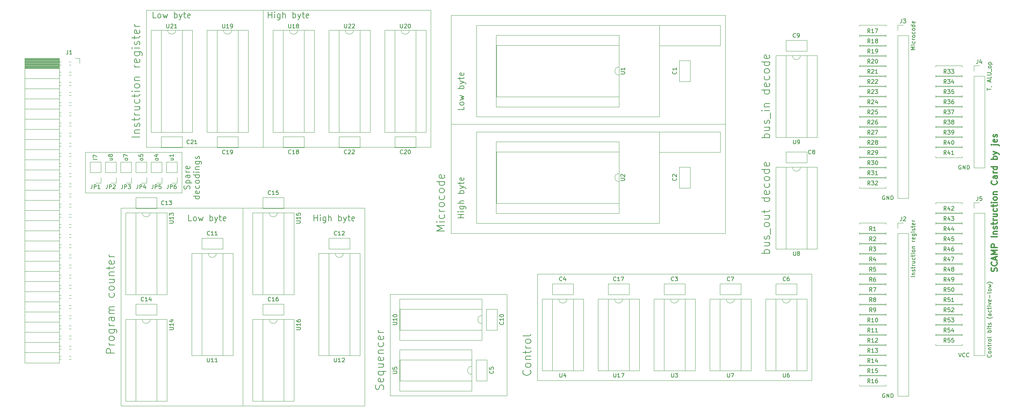
<source format=gbr>
G04 #@! TF.GenerationSoftware,KiCad,Pcbnew,5.1.5+dfsg1-2build2*
G04 #@! TF.CreationDate,2021-02-11T11:00:20+00:00*
G04 #@! TF.ProjectId,instruction,696e7374-7275-4637-9469-6f6e2e6b6963,rev?*
G04 #@! TF.SameCoordinates,Original*
G04 #@! TF.FileFunction,Legend,Top*
G04 #@! TF.FilePolarity,Positive*
%FSLAX46Y46*%
G04 Gerber Fmt 4.6, Leading zero omitted, Abs format (unit mm)*
G04 Created by KiCad (PCBNEW 5.1.5+dfsg1-2build2) date 2021-02-11 11:00:20*
%MOMM*%
%LPD*%
G04 APERTURE LIST*
%ADD10C,0.150000*%
%ADD11C,0.120000*%
%ADD12C,0.300000*%
G04 APERTURE END LIST*
D10*
X59097142Y-84172857D02*
X59168571Y-83958571D01*
X59168571Y-83601428D01*
X59097142Y-83458571D01*
X59025714Y-83387142D01*
X58882857Y-83315714D01*
X58740000Y-83315714D01*
X58597142Y-83387142D01*
X58525714Y-83458571D01*
X58454285Y-83601428D01*
X58382857Y-83887142D01*
X58311428Y-84030000D01*
X58240000Y-84101428D01*
X58097142Y-84172857D01*
X57954285Y-84172857D01*
X57811428Y-84101428D01*
X57740000Y-84030000D01*
X57668571Y-83887142D01*
X57668571Y-83530000D01*
X57740000Y-83315714D01*
X58168571Y-82672857D02*
X59668571Y-82672857D01*
X58240000Y-82672857D02*
X58168571Y-82530000D01*
X58168571Y-82244285D01*
X58240000Y-82101428D01*
X58311428Y-82030000D01*
X58454285Y-81958571D01*
X58882857Y-81958571D01*
X59025714Y-82030000D01*
X59097142Y-82101428D01*
X59168571Y-82244285D01*
X59168571Y-82530000D01*
X59097142Y-82672857D01*
X59168571Y-80672857D02*
X58382857Y-80672857D01*
X58240000Y-80744285D01*
X58168571Y-80887142D01*
X58168571Y-81172857D01*
X58240000Y-81315714D01*
X59097142Y-80672857D02*
X59168571Y-80815714D01*
X59168571Y-81172857D01*
X59097142Y-81315714D01*
X58954285Y-81387142D01*
X58811428Y-81387142D01*
X58668571Y-81315714D01*
X58597142Y-81172857D01*
X58597142Y-80815714D01*
X58525714Y-80672857D01*
X59168571Y-79958571D02*
X58168571Y-79958571D01*
X58454285Y-79958571D02*
X58311428Y-79887142D01*
X58240000Y-79815714D01*
X58168571Y-79672857D01*
X58168571Y-79530000D01*
X59097142Y-78458571D02*
X59168571Y-78601428D01*
X59168571Y-78887142D01*
X59097142Y-79030000D01*
X58954285Y-79101428D01*
X58382857Y-79101428D01*
X58240000Y-79030000D01*
X58168571Y-78887142D01*
X58168571Y-78601428D01*
X58240000Y-78458571D01*
X58382857Y-78387142D01*
X58525714Y-78387142D01*
X58668571Y-79101428D01*
X61568571Y-85922857D02*
X60068571Y-85922857D01*
X61497142Y-85922857D02*
X61568571Y-86065714D01*
X61568571Y-86351428D01*
X61497142Y-86494285D01*
X61425714Y-86565714D01*
X61282857Y-86637142D01*
X60854285Y-86637142D01*
X60711428Y-86565714D01*
X60640000Y-86494285D01*
X60568571Y-86351428D01*
X60568571Y-86065714D01*
X60640000Y-85922857D01*
X61497142Y-84637142D02*
X61568571Y-84780000D01*
X61568571Y-85065714D01*
X61497142Y-85208571D01*
X61354285Y-85280000D01*
X60782857Y-85280000D01*
X60640000Y-85208571D01*
X60568571Y-85065714D01*
X60568571Y-84780000D01*
X60640000Y-84637142D01*
X60782857Y-84565714D01*
X60925714Y-84565714D01*
X61068571Y-85280000D01*
X61497142Y-83280000D02*
X61568571Y-83422857D01*
X61568571Y-83708571D01*
X61497142Y-83851428D01*
X61425714Y-83922857D01*
X61282857Y-83994285D01*
X60854285Y-83994285D01*
X60711428Y-83922857D01*
X60640000Y-83851428D01*
X60568571Y-83708571D01*
X60568571Y-83422857D01*
X60640000Y-83280000D01*
X61568571Y-82422857D02*
X61497142Y-82565714D01*
X61425714Y-82637142D01*
X61282857Y-82708571D01*
X60854285Y-82708571D01*
X60711428Y-82637142D01*
X60640000Y-82565714D01*
X60568571Y-82422857D01*
X60568571Y-82208571D01*
X60640000Y-82065714D01*
X60711428Y-81994285D01*
X60854285Y-81922857D01*
X61282857Y-81922857D01*
X61425714Y-81994285D01*
X61497142Y-82065714D01*
X61568571Y-82208571D01*
X61568571Y-82422857D01*
X61568571Y-80637142D02*
X60068571Y-80637142D01*
X61497142Y-80637142D02*
X61568571Y-80780000D01*
X61568571Y-81065714D01*
X61497142Y-81208571D01*
X61425714Y-81280000D01*
X61282857Y-81351428D01*
X60854285Y-81351428D01*
X60711428Y-81280000D01*
X60640000Y-81208571D01*
X60568571Y-81065714D01*
X60568571Y-80780000D01*
X60640000Y-80637142D01*
X61568571Y-79922857D02*
X60568571Y-79922857D01*
X60068571Y-79922857D02*
X60140000Y-79994285D01*
X60211428Y-79922857D01*
X60140000Y-79851428D01*
X60068571Y-79922857D01*
X60211428Y-79922857D01*
X60568571Y-79208571D02*
X61568571Y-79208571D01*
X60711428Y-79208571D02*
X60640000Y-79137142D01*
X60568571Y-78994285D01*
X60568571Y-78780000D01*
X60640000Y-78637142D01*
X60782857Y-78565714D01*
X61568571Y-78565714D01*
X60568571Y-77208571D02*
X61782857Y-77208571D01*
X61925714Y-77280000D01*
X61997142Y-77351428D01*
X62068571Y-77494285D01*
X62068571Y-77708571D01*
X61997142Y-77851428D01*
X61497142Y-77208571D02*
X61568571Y-77351428D01*
X61568571Y-77637142D01*
X61497142Y-77780000D01*
X61425714Y-77851428D01*
X61282857Y-77922857D01*
X60854285Y-77922857D01*
X60711428Y-77851428D01*
X60640000Y-77780000D01*
X60568571Y-77637142D01*
X60568571Y-77351428D01*
X60640000Y-77208571D01*
X61497142Y-76565714D02*
X61568571Y-76422857D01*
X61568571Y-76137142D01*
X61497142Y-75994285D01*
X61354285Y-75922857D01*
X61282857Y-75922857D01*
X61140000Y-75994285D01*
X61068571Y-76137142D01*
X61068571Y-76351428D01*
X60997142Y-76494285D01*
X60854285Y-76565714D01*
X60782857Y-76565714D01*
X60640000Y-76494285D01*
X60568571Y-76351428D01*
X60568571Y-76137142D01*
X60640000Y-75994285D01*
D11*
X33020000Y-85090000D02*
X33020000Y-74930000D01*
X57150000Y-85090000D02*
X33020000Y-85090000D01*
X57150000Y-74930000D02*
X57150000Y-85090000D01*
X33020000Y-74930000D02*
X57150000Y-74930000D01*
D10*
X51252380Y-76747619D02*
X51204761Y-76842857D01*
X51157142Y-76890476D01*
X51061904Y-76938095D01*
X50776190Y-76938095D01*
X50680952Y-76890476D01*
X50633333Y-76842857D01*
X50585714Y-76747619D01*
X50585714Y-76604761D01*
X50633333Y-76509523D01*
X50680952Y-76461904D01*
X50776190Y-76414285D01*
X51061904Y-76414285D01*
X51157142Y-76461904D01*
X51204761Y-76509523D01*
X51252380Y-76604761D01*
X51252380Y-76747619D01*
X50585714Y-75557142D02*
X51252380Y-75557142D01*
X50204761Y-75795238D02*
X50919047Y-76033333D01*
X50919047Y-75414285D01*
X47442380Y-76747619D02*
X47394761Y-76842857D01*
X47347142Y-76890476D01*
X47251904Y-76938095D01*
X46966190Y-76938095D01*
X46870952Y-76890476D01*
X46823333Y-76842857D01*
X46775714Y-76747619D01*
X46775714Y-76604761D01*
X46823333Y-76509523D01*
X46870952Y-76461904D01*
X46966190Y-76414285D01*
X47251904Y-76414285D01*
X47347142Y-76461904D01*
X47394761Y-76509523D01*
X47442380Y-76604761D01*
X47442380Y-76747619D01*
X46442380Y-75509523D02*
X46442380Y-75985714D01*
X46918571Y-76033333D01*
X46870952Y-75985714D01*
X46823333Y-75890476D01*
X46823333Y-75652380D01*
X46870952Y-75557142D01*
X46918571Y-75509523D01*
X47013809Y-75461904D01*
X47251904Y-75461904D01*
X47347142Y-75509523D01*
X47394761Y-75557142D01*
X47442380Y-75652380D01*
X47442380Y-75890476D01*
X47394761Y-75985714D01*
X47347142Y-76033333D01*
X54395714Y-76461904D02*
X55062380Y-76461904D01*
X54395714Y-76890476D02*
X54919523Y-76890476D01*
X55014761Y-76842857D01*
X55062380Y-76747619D01*
X55062380Y-76604761D01*
X55014761Y-76509523D01*
X54967142Y-76461904D01*
X55062380Y-75461904D02*
X55062380Y-76033333D01*
X55062380Y-75747619D02*
X54062380Y-75747619D01*
X54205238Y-75842857D01*
X54300476Y-75938095D01*
X54348095Y-76033333D01*
X43632380Y-76747619D02*
X43584761Y-76842857D01*
X43537142Y-76890476D01*
X43441904Y-76938095D01*
X43156190Y-76938095D01*
X43060952Y-76890476D01*
X43013333Y-76842857D01*
X42965714Y-76747619D01*
X42965714Y-76604761D01*
X43013333Y-76509523D01*
X43060952Y-76461904D01*
X43156190Y-76414285D01*
X43441904Y-76414285D01*
X43537142Y-76461904D01*
X43584761Y-76509523D01*
X43632380Y-76604761D01*
X43632380Y-76747619D01*
X42632380Y-76080952D02*
X42632380Y-75414285D01*
X43632380Y-75842857D01*
X39155714Y-76461904D02*
X39822380Y-76461904D01*
X39155714Y-76890476D02*
X39679523Y-76890476D01*
X39774761Y-76842857D01*
X39822380Y-76747619D01*
X39822380Y-76604761D01*
X39774761Y-76509523D01*
X39727142Y-76461904D01*
X39250952Y-75842857D02*
X39203333Y-75938095D01*
X39155714Y-75985714D01*
X39060476Y-76033333D01*
X39012857Y-76033333D01*
X38917619Y-75985714D01*
X38870000Y-75938095D01*
X38822380Y-75842857D01*
X38822380Y-75652380D01*
X38870000Y-75557142D01*
X38917619Y-75509523D01*
X39012857Y-75461904D01*
X39060476Y-75461904D01*
X39155714Y-75509523D01*
X39203333Y-75557142D01*
X39250952Y-75652380D01*
X39250952Y-75842857D01*
X39298571Y-75938095D01*
X39346190Y-75985714D01*
X39441428Y-76033333D01*
X39631904Y-76033333D01*
X39727142Y-75985714D01*
X39774761Y-75938095D01*
X39822380Y-75842857D01*
X39822380Y-75652380D01*
X39774761Y-75557142D01*
X39727142Y-75509523D01*
X39631904Y-75461904D01*
X39441428Y-75461904D01*
X39346190Y-75509523D01*
X39298571Y-75557142D01*
X39250952Y-75652380D01*
X36012380Y-76676190D02*
X35345714Y-76676190D01*
X35012380Y-76676190D02*
X35060000Y-76723809D01*
X35107619Y-76676190D01*
X35060000Y-76628571D01*
X35012380Y-76676190D01*
X35107619Y-76676190D01*
X35012380Y-76295238D02*
X35012380Y-75628571D01*
X36012380Y-76057142D01*
D12*
X260957142Y-104772857D02*
X261028571Y-104558571D01*
X261028571Y-104201428D01*
X260957142Y-104058571D01*
X260885714Y-103987142D01*
X260742857Y-103915714D01*
X260600000Y-103915714D01*
X260457142Y-103987142D01*
X260385714Y-104058571D01*
X260314285Y-104201428D01*
X260242857Y-104487142D01*
X260171428Y-104630000D01*
X260100000Y-104701428D01*
X259957142Y-104772857D01*
X259814285Y-104772857D01*
X259671428Y-104701428D01*
X259600000Y-104630000D01*
X259528571Y-104487142D01*
X259528571Y-104130000D01*
X259600000Y-103915714D01*
X260885714Y-102415714D02*
X260957142Y-102487142D01*
X261028571Y-102701428D01*
X261028571Y-102844285D01*
X260957142Y-103058571D01*
X260814285Y-103201428D01*
X260671428Y-103272857D01*
X260385714Y-103344285D01*
X260171428Y-103344285D01*
X259885714Y-103272857D01*
X259742857Y-103201428D01*
X259600000Y-103058571D01*
X259528571Y-102844285D01*
X259528571Y-102701428D01*
X259600000Y-102487142D01*
X259671428Y-102415714D01*
X260600000Y-101844285D02*
X260600000Y-101130000D01*
X261028571Y-101987142D02*
X259528571Y-101487142D01*
X261028571Y-100987142D01*
X261028571Y-100487142D02*
X259528571Y-100487142D01*
X260600000Y-99987142D01*
X259528571Y-99487142D01*
X261028571Y-99487142D01*
X261028571Y-98772857D02*
X259528571Y-98772857D01*
X259528571Y-98201428D01*
X259600000Y-98058571D01*
X259671428Y-97987142D01*
X259814285Y-97915714D01*
X260028571Y-97915714D01*
X260171428Y-97987142D01*
X260242857Y-98058571D01*
X260314285Y-98201428D01*
X260314285Y-98772857D01*
X261028571Y-96130000D02*
X259528571Y-96130000D01*
X260028571Y-95415714D02*
X261028571Y-95415714D01*
X260171428Y-95415714D02*
X260100000Y-95344285D01*
X260028571Y-95201428D01*
X260028571Y-94987142D01*
X260100000Y-94844285D01*
X260242857Y-94772857D01*
X261028571Y-94772857D01*
X260957142Y-94130000D02*
X261028571Y-93987142D01*
X261028571Y-93701428D01*
X260957142Y-93558571D01*
X260814285Y-93487142D01*
X260742857Y-93487142D01*
X260600000Y-93558571D01*
X260528571Y-93701428D01*
X260528571Y-93915714D01*
X260457142Y-94058571D01*
X260314285Y-94130000D01*
X260242857Y-94130000D01*
X260100000Y-94058571D01*
X260028571Y-93915714D01*
X260028571Y-93701428D01*
X260100000Y-93558571D01*
X260028571Y-93058571D02*
X260028571Y-92487142D01*
X259528571Y-92844285D02*
X260814285Y-92844285D01*
X260957142Y-92772857D01*
X261028571Y-92630000D01*
X261028571Y-92487142D01*
X261028571Y-91987142D02*
X260028571Y-91987142D01*
X260314285Y-91987142D02*
X260171428Y-91915714D01*
X260100000Y-91844285D01*
X260028571Y-91701428D01*
X260028571Y-91558571D01*
X260028571Y-90415714D02*
X261028571Y-90415714D01*
X260028571Y-91058571D02*
X260814285Y-91058571D01*
X260957142Y-90987142D01*
X261028571Y-90844285D01*
X261028571Y-90630000D01*
X260957142Y-90487142D01*
X260885714Y-90415714D01*
X260957142Y-89058571D02*
X261028571Y-89201428D01*
X261028571Y-89487142D01*
X260957142Y-89630000D01*
X260885714Y-89701428D01*
X260742857Y-89772857D01*
X260314285Y-89772857D01*
X260171428Y-89701428D01*
X260100000Y-89630000D01*
X260028571Y-89487142D01*
X260028571Y-89201428D01*
X260100000Y-89058571D01*
X260028571Y-88630000D02*
X260028571Y-88058571D01*
X259528571Y-88415714D02*
X260814285Y-88415714D01*
X260957142Y-88344285D01*
X261028571Y-88201428D01*
X261028571Y-88058571D01*
X261028571Y-87558571D02*
X260028571Y-87558571D01*
X259528571Y-87558571D02*
X259600000Y-87630000D01*
X259671428Y-87558571D01*
X259600000Y-87487142D01*
X259528571Y-87558571D01*
X259671428Y-87558571D01*
X261028571Y-86630000D02*
X260957142Y-86772857D01*
X260885714Y-86844285D01*
X260742857Y-86915714D01*
X260314285Y-86915714D01*
X260171428Y-86844285D01*
X260100000Y-86772857D01*
X260028571Y-86630000D01*
X260028571Y-86415714D01*
X260100000Y-86272857D01*
X260171428Y-86201428D01*
X260314285Y-86130000D01*
X260742857Y-86130000D01*
X260885714Y-86201428D01*
X260957142Y-86272857D01*
X261028571Y-86415714D01*
X261028571Y-86630000D01*
X260028571Y-85487142D02*
X261028571Y-85487142D01*
X260171428Y-85487142D02*
X260100000Y-85415714D01*
X260028571Y-85272857D01*
X260028571Y-85058571D01*
X260100000Y-84915714D01*
X260242857Y-84844285D01*
X261028571Y-84844285D01*
X260885714Y-82130000D02*
X260957142Y-82201428D01*
X261028571Y-82415714D01*
X261028571Y-82558571D01*
X260957142Y-82772857D01*
X260814285Y-82915714D01*
X260671428Y-82987142D01*
X260385714Y-83058571D01*
X260171428Y-83058571D01*
X259885714Y-82987142D01*
X259742857Y-82915714D01*
X259600000Y-82772857D01*
X259528571Y-82558571D01*
X259528571Y-82415714D01*
X259600000Y-82201428D01*
X259671428Y-82130000D01*
X261028571Y-80844285D02*
X260242857Y-80844285D01*
X260100000Y-80915714D01*
X260028571Y-81058571D01*
X260028571Y-81344285D01*
X260100000Y-81487142D01*
X260957142Y-80844285D02*
X261028571Y-80987142D01*
X261028571Y-81344285D01*
X260957142Y-81487142D01*
X260814285Y-81558571D01*
X260671428Y-81558571D01*
X260528571Y-81487142D01*
X260457142Y-81344285D01*
X260457142Y-80987142D01*
X260385714Y-80844285D01*
X261028571Y-80130000D02*
X260028571Y-80130000D01*
X260314285Y-80130000D02*
X260171428Y-80058571D01*
X260100000Y-79987142D01*
X260028571Y-79844285D01*
X260028571Y-79701428D01*
X261028571Y-78558571D02*
X259528571Y-78558571D01*
X260957142Y-78558571D02*
X261028571Y-78701428D01*
X261028571Y-78987142D01*
X260957142Y-79130000D01*
X260885714Y-79201428D01*
X260742857Y-79272857D01*
X260314285Y-79272857D01*
X260171428Y-79201428D01*
X260100000Y-79130000D01*
X260028571Y-78987142D01*
X260028571Y-78701428D01*
X260100000Y-78558571D01*
X261028571Y-76701428D02*
X259528571Y-76701428D01*
X260100000Y-76701428D02*
X260028571Y-76558571D01*
X260028571Y-76272857D01*
X260100000Y-76130000D01*
X260171428Y-76058571D01*
X260314285Y-75987142D01*
X260742857Y-75987142D01*
X260885714Y-76058571D01*
X260957142Y-76130000D01*
X261028571Y-76272857D01*
X261028571Y-76558571D01*
X260957142Y-76701428D01*
X260028571Y-75487142D02*
X261028571Y-75130000D01*
X260028571Y-74772857D02*
X261028571Y-75130000D01*
X261385714Y-75272857D01*
X261457142Y-75344285D01*
X261528571Y-75487142D01*
X260028571Y-73058571D02*
X261314285Y-73058571D01*
X261457142Y-73130000D01*
X261528571Y-73272857D01*
X261528571Y-73344285D01*
X259528571Y-73058571D02*
X259600000Y-73130000D01*
X259671428Y-73058571D01*
X259600000Y-72987142D01*
X259528571Y-73058571D01*
X259671428Y-73058571D01*
X260957142Y-71772857D02*
X261028571Y-71915714D01*
X261028571Y-72201428D01*
X260957142Y-72344285D01*
X260814285Y-72415714D01*
X260242857Y-72415714D01*
X260100000Y-72344285D01*
X260028571Y-72201428D01*
X260028571Y-71915714D01*
X260100000Y-71772857D01*
X260242857Y-71701428D01*
X260385714Y-71701428D01*
X260528571Y-72415714D01*
X260957142Y-71130000D02*
X261028571Y-70987142D01*
X261028571Y-70701428D01*
X260957142Y-70558571D01*
X260814285Y-70487142D01*
X260742857Y-70487142D01*
X260600000Y-70558571D01*
X260528571Y-70701428D01*
X260528571Y-70915714D01*
X260457142Y-71058571D01*
X260314285Y-71130000D01*
X260242857Y-71130000D01*
X260100000Y-71058571D01*
X260028571Y-70915714D01*
X260028571Y-70701428D01*
X260100000Y-70558571D01*
D10*
X259437142Y-125625714D02*
X259484761Y-125673333D01*
X259532380Y-125816190D01*
X259532380Y-125911428D01*
X259484761Y-126054285D01*
X259389523Y-126149523D01*
X259294285Y-126197142D01*
X259103809Y-126244761D01*
X258960952Y-126244761D01*
X258770476Y-126197142D01*
X258675238Y-126149523D01*
X258580000Y-126054285D01*
X258532380Y-125911428D01*
X258532380Y-125816190D01*
X258580000Y-125673333D01*
X258627619Y-125625714D01*
X259532380Y-125054285D02*
X259484761Y-125149523D01*
X259437142Y-125197142D01*
X259341904Y-125244761D01*
X259056190Y-125244761D01*
X258960952Y-125197142D01*
X258913333Y-125149523D01*
X258865714Y-125054285D01*
X258865714Y-124911428D01*
X258913333Y-124816190D01*
X258960952Y-124768571D01*
X259056190Y-124720952D01*
X259341904Y-124720952D01*
X259437142Y-124768571D01*
X259484761Y-124816190D01*
X259532380Y-124911428D01*
X259532380Y-125054285D01*
X258865714Y-124292380D02*
X259532380Y-124292380D01*
X258960952Y-124292380D02*
X258913333Y-124244761D01*
X258865714Y-124149523D01*
X258865714Y-124006666D01*
X258913333Y-123911428D01*
X259008571Y-123863809D01*
X259532380Y-123863809D01*
X258865714Y-123530476D02*
X258865714Y-123149523D01*
X258532380Y-123387619D02*
X259389523Y-123387619D01*
X259484761Y-123340000D01*
X259532380Y-123244761D01*
X259532380Y-123149523D01*
X259532380Y-122816190D02*
X258865714Y-122816190D01*
X259056190Y-122816190D02*
X258960952Y-122768571D01*
X258913333Y-122720952D01*
X258865714Y-122625714D01*
X258865714Y-122530476D01*
X259532380Y-122054285D02*
X259484761Y-122149523D01*
X259437142Y-122197142D01*
X259341904Y-122244761D01*
X259056190Y-122244761D01*
X258960952Y-122197142D01*
X258913333Y-122149523D01*
X258865714Y-122054285D01*
X258865714Y-121911428D01*
X258913333Y-121816190D01*
X258960952Y-121768571D01*
X259056190Y-121720952D01*
X259341904Y-121720952D01*
X259437142Y-121768571D01*
X259484761Y-121816190D01*
X259532380Y-121911428D01*
X259532380Y-122054285D01*
X259532380Y-121149523D02*
X259484761Y-121244761D01*
X259389523Y-121292380D01*
X258532380Y-121292380D01*
X259532380Y-120006666D02*
X258532380Y-120006666D01*
X258913333Y-120006666D02*
X258865714Y-119911428D01*
X258865714Y-119720952D01*
X258913333Y-119625714D01*
X258960952Y-119578095D01*
X259056190Y-119530476D01*
X259341904Y-119530476D01*
X259437142Y-119578095D01*
X259484761Y-119625714D01*
X259532380Y-119720952D01*
X259532380Y-119911428D01*
X259484761Y-120006666D01*
X259532380Y-119101904D02*
X258865714Y-119101904D01*
X258532380Y-119101904D02*
X258580000Y-119149523D01*
X258627619Y-119101904D01*
X258580000Y-119054285D01*
X258532380Y-119101904D01*
X258627619Y-119101904D01*
X258865714Y-118768571D02*
X258865714Y-118387619D01*
X258532380Y-118625714D02*
X259389523Y-118625714D01*
X259484761Y-118578095D01*
X259532380Y-118482857D01*
X259532380Y-118387619D01*
X259484761Y-118101904D02*
X259532380Y-118006666D01*
X259532380Y-117816190D01*
X259484761Y-117720952D01*
X259389523Y-117673333D01*
X259341904Y-117673333D01*
X259246666Y-117720952D01*
X259199047Y-117816190D01*
X259199047Y-117959047D01*
X259151428Y-118054285D01*
X259056190Y-118101904D01*
X259008571Y-118101904D01*
X258913333Y-118054285D01*
X258865714Y-117959047D01*
X258865714Y-117816190D01*
X258913333Y-117720952D01*
X259913333Y-116197142D02*
X259865714Y-116244761D01*
X259722857Y-116340000D01*
X259627619Y-116387619D01*
X259484761Y-116435238D01*
X259246666Y-116482857D01*
X259056190Y-116482857D01*
X258818095Y-116435238D01*
X258675238Y-116387619D01*
X258580000Y-116340000D01*
X258437142Y-116244761D01*
X258389523Y-116197142D01*
X259532380Y-115387619D02*
X259008571Y-115387619D01*
X258913333Y-115435238D01*
X258865714Y-115530476D01*
X258865714Y-115720952D01*
X258913333Y-115816190D01*
X259484761Y-115387619D02*
X259532380Y-115482857D01*
X259532380Y-115720952D01*
X259484761Y-115816190D01*
X259389523Y-115863809D01*
X259294285Y-115863809D01*
X259199047Y-115816190D01*
X259151428Y-115720952D01*
X259151428Y-115482857D01*
X259103809Y-115387619D01*
X259484761Y-114482857D02*
X259532380Y-114578095D01*
X259532380Y-114768571D01*
X259484761Y-114863809D01*
X259437142Y-114911428D01*
X259341904Y-114959047D01*
X259056190Y-114959047D01*
X258960952Y-114911428D01*
X258913333Y-114863809D01*
X258865714Y-114768571D01*
X258865714Y-114578095D01*
X258913333Y-114482857D01*
X258865714Y-114197142D02*
X258865714Y-113816190D01*
X258532380Y-114054285D02*
X259389523Y-114054285D01*
X259484761Y-114006666D01*
X259532380Y-113911428D01*
X259532380Y-113816190D01*
X259532380Y-113482857D02*
X258865714Y-113482857D01*
X258532380Y-113482857D02*
X258580000Y-113530476D01*
X258627619Y-113482857D01*
X258580000Y-113435238D01*
X258532380Y-113482857D01*
X258627619Y-113482857D01*
X258865714Y-113101904D02*
X259532380Y-112863809D01*
X258865714Y-112625714D01*
X259484761Y-111863809D02*
X259532380Y-111959047D01*
X259532380Y-112149523D01*
X259484761Y-112244761D01*
X259389523Y-112292380D01*
X259008571Y-112292380D01*
X258913333Y-112244761D01*
X258865714Y-112149523D01*
X258865714Y-111959047D01*
X258913333Y-111863809D01*
X259008571Y-111816190D01*
X259103809Y-111816190D01*
X259199047Y-112292380D01*
X259151428Y-111387619D02*
X259151428Y-110625714D01*
X259532380Y-110006666D02*
X259484761Y-110101904D01*
X259389523Y-110149523D01*
X258532380Y-110149523D01*
X259532380Y-109482857D02*
X259484761Y-109578095D01*
X259437142Y-109625714D01*
X259341904Y-109673333D01*
X259056190Y-109673333D01*
X258960952Y-109625714D01*
X258913333Y-109578095D01*
X258865714Y-109482857D01*
X258865714Y-109340000D01*
X258913333Y-109244761D01*
X258960952Y-109197142D01*
X259056190Y-109149523D01*
X259341904Y-109149523D01*
X259437142Y-109197142D01*
X259484761Y-109244761D01*
X259532380Y-109340000D01*
X259532380Y-109482857D01*
X258865714Y-108816190D02*
X259532380Y-108625714D01*
X259056190Y-108435238D01*
X259532380Y-108244761D01*
X258865714Y-108054285D01*
X259913333Y-107768571D02*
X259865714Y-107720952D01*
X259722857Y-107625714D01*
X259627619Y-107578095D01*
X259484761Y-107530476D01*
X259246666Y-107482857D01*
X259056190Y-107482857D01*
X258818095Y-107530476D01*
X258675238Y-107578095D01*
X258580000Y-107625714D01*
X258437142Y-107720952D01*
X258389523Y-107768571D01*
X240482380Y-106060000D02*
X239482380Y-106060000D01*
X239815714Y-105583809D02*
X240482380Y-105583809D01*
X239910952Y-105583809D02*
X239863333Y-105536190D01*
X239815714Y-105440952D01*
X239815714Y-105298095D01*
X239863333Y-105202857D01*
X239958571Y-105155238D01*
X240482380Y-105155238D01*
X240434761Y-104726666D02*
X240482380Y-104631428D01*
X240482380Y-104440952D01*
X240434761Y-104345714D01*
X240339523Y-104298095D01*
X240291904Y-104298095D01*
X240196666Y-104345714D01*
X240149047Y-104440952D01*
X240149047Y-104583809D01*
X240101428Y-104679047D01*
X240006190Y-104726666D01*
X239958571Y-104726666D01*
X239863333Y-104679047D01*
X239815714Y-104583809D01*
X239815714Y-104440952D01*
X239863333Y-104345714D01*
X239815714Y-104012380D02*
X239815714Y-103631428D01*
X239482380Y-103869523D02*
X240339523Y-103869523D01*
X240434761Y-103821904D01*
X240482380Y-103726666D01*
X240482380Y-103631428D01*
X240482380Y-103298095D02*
X239815714Y-103298095D01*
X240006190Y-103298095D02*
X239910952Y-103250476D01*
X239863333Y-103202857D01*
X239815714Y-103107619D01*
X239815714Y-103012380D01*
X239815714Y-102250476D02*
X240482380Y-102250476D01*
X239815714Y-102679047D02*
X240339523Y-102679047D01*
X240434761Y-102631428D01*
X240482380Y-102536190D01*
X240482380Y-102393333D01*
X240434761Y-102298095D01*
X240387142Y-102250476D01*
X240434761Y-101345714D02*
X240482380Y-101440952D01*
X240482380Y-101631428D01*
X240434761Y-101726666D01*
X240387142Y-101774285D01*
X240291904Y-101821904D01*
X240006190Y-101821904D01*
X239910952Y-101774285D01*
X239863333Y-101726666D01*
X239815714Y-101631428D01*
X239815714Y-101440952D01*
X239863333Y-101345714D01*
X239815714Y-101060000D02*
X239815714Y-100679047D01*
X239482380Y-100917142D02*
X240339523Y-100917142D01*
X240434761Y-100869523D01*
X240482380Y-100774285D01*
X240482380Y-100679047D01*
X240482380Y-100345714D02*
X239815714Y-100345714D01*
X239482380Y-100345714D02*
X239530000Y-100393333D01*
X239577619Y-100345714D01*
X239530000Y-100298095D01*
X239482380Y-100345714D01*
X239577619Y-100345714D01*
X240482380Y-99726666D02*
X240434761Y-99821904D01*
X240387142Y-99869523D01*
X240291904Y-99917142D01*
X240006190Y-99917142D01*
X239910952Y-99869523D01*
X239863333Y-99821904D01*
X239815714Y-99726666D01*
X239815714Y-99583809D01*
X239863333Y-99488571D01*
X239910952Y-99440952D01*
X240006190Y-99393333D01*
X240291904Y-99393333D01*
X240387142Y-99440952D01*
X240434761Y-99488571D01*
X240482380Y-99583809D01*
X240482380Y-99726666D01*
X239815714Y-98964761D02*
X240482380Y-98964761D01*
X239910952Y-98964761D02*
X239863333Y-98917142D01*
X239815714Y-98821904D01*
X239815714Y-98679047D01*
X239863333Y-98583809D01*
X239958571Y-98536190D01*
X240482380Y-98536190D01*
X240482380Y-97298095D02*
X239815714Y-97298095D01*
X240006190Y-97298095D02*
X239910952Y-97250476D01*
X239863333Y-97202857D01*
X239815714Y-97107619D01*
X239815714Y-97012380D01*
X240434761Y-96298095D02*
X240482380Y-96393333D01*
X240482380Y-96583809D01*
X240434761Y-96679047D01*
X240339523Y-96726666D01*
X239958571Y-96726666D01*
X239863333Y-96679047D01*
X239815714Y-96583809D01*
X239815714Y-96393333D01*
X239863333Y-96298095D01*
X239958571Y-96250476D01*
X240053809Y-96250476D01*
X240149047Y-96726666D01*
X239815714Y-95393333D02*
X240625238Y-95393333D01*
X240720476Y-95440952D01*
X240768095Y-95488571D01*
X240815714Y-95583809D01*
X240815714Y-95726666D01*
X240768095Y-95821904D01*
X240434761Y-95393333D02*
X240482380Y-95488571D01*
X240482380Y-95679047D01*
X240434761Y-95774285D01*
X240387142Y-95821904D01*
X240291904Y-95869523D01*
X240006190Y-95869523D01*
X239910952Y-95821904D01*
X239863333Y-95774285D01*
X239815714Y-95679047D01*
X239815714Y-95488571D01*
X239863333Y-95393333D01*
X240482380Y-94917142D02*
X239815714Y-94917142D01*
X239482380Y-94917142D02*
X239530000Y-94964761D01*
X239577619Y-94917142D01*
X239530000Y-94869523D01*
X239482380Y-94917142D01*
X239577619Y-94917142D01*
X240434761Y-94488571D02*
X240482380Y-94393333D01*
X240482380Y-94202857D01*
X240434761Y-94107619D01*
X240339523Y-94060000D01*
X240291904Y-94060000D01*
X240196666Y-94107619D01*
X240149047Y-94202857D01*
X240149047Y-94345714D01*
X240101428Y-94440952D01*
X240006190Y-94488571D01*
X239958571Y-94488571D01*
X239863333Y-94440952D01*
X239815714Y-94345714D01*
X239815714Y-94202857D01*
X239863333Y-94107619D01*
X239815714Y-93774285D02*
X239815714Y-93393333D01*
X239482380Y-93631428D02*
X240339523Y-93631428D01*
X240434761Y-93583809D01*
X240482380Y-93488571D01*
X240482380Y-93393333D01*
X240434761Y-92679047D02*
X240482380Y-92774285D01*
X240482380Y-92964761D01*
X240434761Y-93060000D01*
X240339523Y-93107619D01*
X239958571Y-93107619D01*
X239863333Y-93060000D01*
X239815714Y-92964761D01*
X239815714Y-92774285D01*
X239863333Y-92679047D01*
X239958571Y-92631428D01*
X240053809Y-92631428D01*
X240149047Y-93107619D01*
X240482380Y-92202857D02*
X239815714Y-92202857D01*
X240006190Y-92202857D02*
X239910952Y-92155238D01*
X239863333Y-92107619D01*
X239815714Y-92012380D01*
X239815714Y-91917142D01*
X258532380Y-59427619D02*
X258532380Y-58856190D01*
X259532380Y-59141904D02*
X258532380Y-59141904D01*
X259484761Y-58475238D02*
X259532380Y-58475238D01*
X259627619Y-58522857D01*
X259675238Y-58570476D01*
X259246666Y-57332380D02*
X259246666Y-56856190D01*
X259532380Y-57427619D02*
X258532380Y-57094285D01*
X259532380Y-56760952D01*
X259532380Y-55951428D02*
X259532380Y-56427619D01*
X258532380Y-56427619D01*
X258532380Y-55618095D02*
X259341904Y-55618095D01*
X259437142Y-55570476D01*
X259484761Y-55522857D01*
X259532380Y-55427619D01*
X259532380Y-55237142D01*
X259484761Y-55141904D01*
X259437142Y-55094285D01*
X259341904Y-55046666D01*
X258532380Y-55046666D01*
X259627619Y-54808571D02*
X259627619Y-54046666D01*
X259532380Y-53665714D02*
X259484761Y-53760952D01*
X259437142Y-53808571D01*
X259341904Y-53856190D01*
X259056190Y-53856190D01*
X258960952Y-53808571D01*
X258913333Y-53760952D01*
X258865714Y-53665714D01*
X258865714Y-53522857D01*
X258913333Y-53427619D01*
X258960952Y-53380000D01*
X259056190Y-53332380D01*
X259341904Y-53332380D01*
X259437142Y-53380000D01*
X259484761Y-53427619D01*
X259532380Y-53522857D01*
X259532380Y-53665714D01*
X258865714Y-52903809D02*
X259865714Y-52903809D01*
X258913333Y-52903809D02*
X258865714Y-52808571D01*
X258865714Y-52618095D01*
X258913333Y-52522857D01*
X258960952Y-52475238D01*
X259056190Y-52427619D01*
X259341904Y-52427619D01*
X259437142Y-52475238D01*
X259484761Y-52522857D01*
X259532380Y-52618095D01*
X259532380Y-52808571D01*
X259484761Y-52903809D01*
X240482380Y-49243809D02*
X239482380Y-49243809D01*
X240196666Y-48910476D01*
X239482380Y-48577142D01*
X240482380Y-48577142D01*
X240482380Y-48100952D02*
X239815714Y-48100952D01*
X239482380Y-48100952D02*
X239530000Y-48148571D01*
X239577619Y-48100952D01*
X239530000Y-48053333D01*
X239482380Y-48100952D01*
X239577619Y-48100952D01*
X240434761Y-47196190D02*
X240482380Y-47291428D01*
X240482380Y-47481904D01*
X240434761Y-47577142D01*
X240387142Y-47624761D01*
X240291904Y-47672380D01*
X240006190Y-47672380D01*
X239910952Y-47624761D01*
X239863333Y-47577142D01*
X239815714Y-47481904D01*
X239815714Y-47291428D01*
X239863333Y-47196190D01*
X240482380Y-46767619D02*
X239815714Y-46767619D01*
X240006190Y-46767619D02*
X239910952Y-46720000D01*
X239863333Y-46672380D01*
X239815714Y-46577142D01*
X239815714Y-46481904D01*
X240482380Y-46005714D02*
X240434761Y-46100952D01*
X240387142Y-46148571D01*
X240291904Y-46196190D01*
X240006190Y-46196190D01*
X239910952Y-46148571D01*
X239863333Y-46100952D01*
X239815714Y-46005714D01*
X239815714Y-45862857D01*
X239863333Y-45767619D01*
X239910952Y-45720000D01*
X240006190Y-45672380D01*
X240291904Y-45672380D01*
X240387142Y-45720000D01*
X240434761Y-45767619D01*
X240482380Y-45862857D01*
X240482380Y-46005714D01*
X240434761Y-44815238D02*
X240482380Y-44910476D01*
X240482380Y-45100952D01*
X240434761Y-45196190D01*
X240387142Y-45243809D01*
X240291904Y-45291428D01*
X240006190Y-45291428D01*
X239910952Y-45243809D01*
X239863333Y-45196190D01*
X239815714Y-45100952D01*
X239815714Y-44910476D01*
X239863333Y-44815238D01*
X240482380Y-44243809D02*
X240434761Y-44339047D01*
X240387142Y-44386666D01*
X240291904Y-44434285D01*
X240006190Y-44434285D01*
X239910952Y-44386666D01*
X239863333Y-44339047D01*
X239815714Y-44243809D01*
X239815714Y-44100952D01*
X239863333Y-44005714D01*
X239910952Y-43958095D01*
X240006190Y-43910476D01*
X240291904Y-43910476D01*
X240387142Y-43958095D01*
X240434761Y-44005714D01*
X240482380Y-44100952D01*
X240482380Y-44243809D01*
X240482380Y-43053333D02*
X239482380Y-43053333D01*
X240434761Y-43053333D02*
X240482380Y-43148571D01*
X240482380Y-43339047D01*
X240434761Y-43434285D01*
X240387142Y-43481904D01*
X240291904Y-43529523D01*
X240006190Y-43529523D01*
X239910952Y-43481904D01*
X239863333Y-43434285D01*
X239815714Y-43339047D01*
X239815714Y-43148571D01*
X239863333Y-43053333D01*
X240434761Y-42196190D02*
X240482380Y-42291428D01*
X240482380Y-42481904D01*
X240434761Y-42577142D01*
X240339523Y-42624761D01*
X239958571Y-42624761D01*
X239863333Y-42577142D01*
X239815714Y-42481904D01*
X239815714Y-42291428D01*
X239863333Y-42196190D01*
X239958571Y-42148571D01*
X240053809Y-42148571D01*
X240149047Y-42624761D01*
X251968095Y-78240000D02*
X251872857Y-78192380D01*
X251730000Y-78192380D01*
X251587142Y-78240000D01*
X251491904Y-78335238D01*
X251444285Y-78430476D01*
X251396666Y-78620952D01*
X251396666Y-78763809D01*
X251444285Y-78954285D01*
X251491904Y-79049523D01*
X251587142Y-79144761D01*
X251730000Y-79192380D01*
X251825238Y-79192380D01*
X251968095Y-79144761D01*
X252015714Y-79097142D01*
X252015714Y-78763809D01*
X251825238Y-78763809D01*
X252444285Y-79192380D02*
X252444285Y-78192380D01*
X253015714Y-79192380D01*
X253015714Y-78192380D01*
X253491904Y-79192380D02*
X253491904Y-78192380D01*
X253730000Y-78192380D01*
X253872857Y-78240000D01*
X253968095Y-78335238D01*
X254015714Y-78430476D01*
X254063333Y-78620952D01*
X254063333Y-78763809D01*
X254015714Y-78954285D01*
X253968095Y-79049523D01*
X253872857Y-79144761D01*
X253730000Y-79192380D01*
X253491904Y-79192380D01*
X232918095Y-85860000D02*
X232822857Y-85812380D01*
X232680000Y-85812380D01*
X232537142Y-85860000D01*
X232441904Y-85955238D01*
X232394285Y-86050476D01*
X232346666Y-86240952D01*
X232346666Y-86383809D01*
X232394285Y-86574285D01*
X232441904Y-86669523D01*
X232537142Y-86764761D01*
X232680000Y-86812380D01*
X232775238Y-86812380D01*
X232918095Y-86764761D01*
X232965714Y-86717142D01*
X232965714Y-86383809D01*
X232775238Y-86383809D01*
X233394285Y-86812380D02*
X233394285Y-85812380D01*
X233965714Y-86812380D01*
X233965714Y-85812380D01*
X234441904Y-86812380D02*
X234441904Y-85812380D01*
X234680000Y-85812380D01*
X234822857Y-85860000D01*
X234918095Y-85955238D01*
X234965714Y-86050476D01*
X235013333Y-86240952D01*
X235013333Y-86383809D01*
X234965714Y-86574285D01*
X234918095Y-86669523D01*
X234822857Y-86764761D01*
X234680000Y-86812380D01*
X234441904Y-86812380D01*
X232918095Y-135390000D02*
X232822857Y-135342380D01*
X232680000Y-135342380D01*
X232537142Y-135390000D01*
X232441904Y-135485238D01*
X232394285Y-135580476D01*
X232346666Y-135770952D01*
X232346666Y-135913809D01*
X232394285Y-136104285D01*
X232441904Y-136199523D01*
X232537142Y-136294761D01*
X232680000Y-136342380D01*
X232775238Y-136342380D01*
X232918095Y-136294761D01*
X232965714Y-136247142D01*
X232965714Y-135913809D01*
X232775238Y-135913809D01*
X233394285Y-136342380D02*
X233394285Y-135342380D01*
X233965714Y-136342380D01*
X233965714Y-135342380D01*
X234441904Y-136342380D02*
X234441904Y-135342380D01*
X234680000Y-135342380D01*
X234822857Y-135390000D01*
X234918095Y-135485238D01*
X234965714Y-135580476D01*
X235013333Y-135770952D01*
X235013333Y-135913809D01*
X234965714Y-136104285D01*
X234918095Y-136199523D01*
X234822857Y-136294761D01*
X234680000Y-136342380D01*
X234441904Y-136342380D01*
X251396666Y-125182380D02*
X251730000Y-126182380D01*
X252063333Y-125182380D01*
X252968095Y-126087142D02*
X252920476Y-126134761D01*
X252777619Y-126182380D01*
X252682380Y-126182380D01*
X252539523Y-126134761D01*
X252444285Y-126039523D01*
X252396666Y-125944285D01*
X252349047Y-125753809D01*
X252349047Y-125610952D01*
X252396666Y-125420476D01*
X252444285Y-125325238D01*
X252539523Y-125230000D01*
X252682380Y-125182380D01*
X252777619Y-125182380D01*
X252920476Y-125230000D01*
X252968095Y-125277619D01*
X253968095Y-126087142D02*
X253920476Y-126134761D01*
X253777619Y-126182380D01*
X253682380Y-126182380D01*
X253539523Y-126134761D01*
X253444285Y-126039523D01*
X253396666Y-125944285D01*
X253349047Y-125753809D01*
X253349047Y-125610952D01*
X253396666Y-125420476D01*
X253444285Y-125325238D01*
X253539523Y-125230000D01*
X253682380Y-125182380D01*
X253777619Y-125182380D01*
X253920476Y-125230000D01*
X253968095Y-125277619D01*
X204104761Y-71293333D02*
X202104761Y-71293333D01*
X202866666Y-71293333D02*
X202771428Y-71102857D01*
X202771428Y-70721904D01*
X202866666Y-70531428D01*
X202961904Y-70436190D01*
X203152380Y-70340952D01*
X203723809Y-70340952D01*
X203914285Y-70436190D01*
X204009523Y-70531428D01*
X204104761Y-70721904D01*
X204104761Y-71102857D01*
X204009523Y-71293333D01*
X202771428Y-68626666D02*
X204104761Y-68626666D01*
X202771428Y-69483809D02*
X203819047Y-69483809D01*
X204009523Y-69388571D01*
X204104761Y-69198095D01*
X204104761Y-68912380D01*
X204009523Y-68721904D01*
X203914285Y-68626666D01*
X204009523Y-67769523D02*
X204104761Y-67579047D01*
X204104761Y-67198095D01*
X204009523Y-67007619D01*
X203819047Y-66912380D01*
X203723809Y-66912380D01*
X203533333Y-67007619D01*
X203438095Y-67198095D01*
X203438095Y-67483809D01*
X203342857Y-67674285D01*
X203152380Y-67769523D01*
X203057142Y-67769523D01*
X202866666Y-67674285D01*
X202771428Y-67483809D01*
X202771428Y-67198095D01*
X202866666Y-67007619D01*
X204295238Y-66531428D02*
X204295238Y-65007619D01*
X204104761Y-64531428D02*
X202771428Y-64531428D01*
X202104761Y-64531428D02*
X202200000Y-64626666D01*
X202295238Y-64531428D01*
X202200000Y-64436190D01*
X202104761Y-64531428D01*
X202295238Y-64531428D01*
X202771428Y-63579047D02*
X204104761Y-63579047D01*
X202961904Y-63579047D02*
X202866666Y-63483809D01*
X202771428Y-63293333D01*
X202771428Y-63007619D01*
X202866666Y-62817142D01*
X203057142Y-62721904D01*
X204104761Y-62721904D01*
X204104761Y-59388571D02*
X202104761Y-59388571D01*
X204009523Y-59388571D02*
X204104761Y-59579047D01*
X204104761Y-59960000D01*
X204009523Y-60150476D01*
X203914285Y-60245714D01*
X203723809Y-60340952D01*
X203152380Y-60340952D01*
X202961904Y-60245714D01*
X202866666Y-60150476D01*
X202771428Y-59960000D01*
X202771428Y-59579047D01*
X202866666Y-59388571D01*
X204009523Y-57674285D02*
X204104761Y-57864761D01*
X204104761Y-58245714D01*
X204009523Y-58436190D01*
X203819047Y-58531428D01*
X203057142Y-58531428D01*
X202866666Y-58436190D01*
X202771428Y-58245714D01*
X202771428Y-57864761D01*
X202866666Y-57674285D01*
X203057142Y-57579047D01*
X203247619Y-57579047D01*
X203438095Y-58531428D01*
X204009523Y-55864761D02*
X204104761Y-56055238D01*
X204104761Y-56436190D01*
X204009523Y-56626666D01*
X203914285Y-56721904D01*
X203723809Y-56817142D01*
X203152380Y-56817142D01*
X202961904Y-56721904D01*
X202866666Y-56626666D01*
X202771428Y-56436190D01*
X202771428Y-56055238D01*
X202866666Y-55864761D01*
X204104761Y-54721904D02*
X204009523Y-54912380D01*
X203914285Y-55007619D01*
X203723809Y-55102857D01*
X203152380Y-55102857D01*
X202961904Y-55007619D01*
X202866666Y-54912380D01*
X202771428Y-54721904D01*
X202771428Y-54436190D01*
X202866666Y-54245714D01*
X202961904Y-54150476D01*
X203152380Y-54055238D01*
X203723809Y-54055238D01*
X203914285Y-54150476D01*
X204009523Y-54245714D01*
X204104761Y-54436190D01*
X204104761Y-54721904D01*
X204104761Y-52340952D02*
X202104761Y-52340952D01*
X204009523Y-52340952D02*
X204104761Y-52531428D01*
X204104761Y-52912380D01*
X204009523Y-53102857D01*
X203914285Y-53198095D01*
X203723809Y-53293333D01*
X203152380Y-53293333D01*
X202961904Y-53198095D01*
X202866666Y-53102857D01*
X202771428Y-52912380D01*
X202771428Y-52531428D01*
X202866666Y-52340952D01*
X204009523Y-50626666D02*
X204104761Y-50817142D01*
X204104761Y-51198095D01*
X204009523Y-51388571D01*
X203819047Y-51483809D01*
X203057142Y-51483809D01*
X202866666Y-51388571D01*
X202771428Y-51198095D01*
X202771428Y-50817142D01*
X202866666Y-50626666D01*
X203057142Y-50531428D01*
X203247619Y-50531428D01*
X203438095Y-51483809D01*
X204104761Y-100233333D02*
X202104761Y-100233333D01*
X202866666Y-100233333D02*
X202771428Y-100042857D01*
X202771428Y-99661904D01*
X202866666Y-99471428D01*
X202961904Y-99376190D01*
X203152380Y-99280952D01*
X203723809Y-99280952D01*
X203914285Y-99376190D01*
X204009523Y-99471428D01*
X204104761Y-99661904D01*
X204104761Y-100042857D01*
X204009523Y-100233333D01*
X202771428Y-97566666D02*
X204104761Y-97566666D01*
X202771428Y-98423809D02*
X203819047Y-98423809D01*
X204009523Y-98328571D01*
X204104761Y-98138095D01*
X204104761Y-97852380D01*
X204009523Y-97661904D01*
X203914285Y-97566666D01*
X204009523Y-96709523D02*
X204104761Y-96519047D01*
X204104761Y-96138095D01*
X204009523Y-95947619D01*
X203819047Y-95852380D01*
X203723809Y-95852380D01*
X203533333Y-95947619D01*
X203438095Y-96138095D01*
X203438095Y-96423809D01*
X203342857Y-96614285D01*
X203152380Y-96709523D01*
X203057142Y-96709523D01*
X202866666Y-96614285D01*
X202771428Y-96423809D01*
X202771428Y-96138095D01*
X202866666Y-95947619D01*
X204295238Y-95471428D02*
X204295238Y-93947619D01*
X204104761Y-93185714D02*
X204009523Y-93376190D01*
X203914285Y-93471428D01*
X203723809Y-93566666D01*
X203152380Y-93566666D01*
X202961904Y-93471428D01*
X202866666Y-93376190D01*
X202771428Y-93185714D01*
X202771428Y-92900000D01*
X202866666Y-92709523D01*
X202961904Y-92614285D01*
X203152380Y-92519047D01*
X203723809Y-92519047D01*
X203914285Y-92614285D01*
X204009523Y-92709523D01*
X204104761Y-92900000D01*
X204104761Y-93185714D01*
X202771428Y-90804761D02*
X204104761Y-90804761D01*
X202771428Y-91661904D02*
X203819047Y-91661904D01*
X204009523Y-91566666D01*
X204104761Y-91376190D01*
X204104761Y-91090476D01*
X204009523Y-90900000D01*
X203914285Y-90804761D01*
X202771428Y-90138095D02*
X202771428Y-89376190D01*
X202104761Y-89852380D02*
X203819047Y-89852380D01*
X204009523Y-89757142D01*
X204104761Y-89566666D01*
X204104761Y-89376190D01*
X204104761Y-86328571D02*
X202104761Y-86328571D01*
X204009523Y-86328571D02*
X204104761Y-86519047D01*
X204104761Y-86900000D01*
X204009523Y-87090476D01*
X203914285Y-87185714D01*
X203723809Y-87280952D01*
X203152380Y-87280952D01*
X202961904Y-87185714D01*
X202866666Y-87090476D01*
X202771428Y-86900000D01*
X202771428Y-86519047D01*
X202866666Y-86328571D01*
X204009523Y-84614285D02*
X204104761Y-84804761D01*
X204104761Y-85185714D01*
X204009523Y-85376190D01*
X203819047Y-85471428D01*
X203057142Y-85471428D01*
X202866666Y-85376190D01*
X202771428Y-85185714D01*
X202771428Y-84804761D01*
X202866666Y-84614285D01*
X203057142Y-84519047D01*
X203247619Y-84519047D01*
X203438095Y-85471428D01*
X204009523Y-82804761D02*
X204104761Y-82995238D01*
X204104761Y-83376190D01*
X204009523Y-83566666D01*
X203914285Y-83661904D01*
X203723809Y-83757142D01*
X203152380Y-83757142D01*
X202961904Y-83661904D01*
X202866666Y-83566666D01*
X202771428Y-83376190D01*
X202771428Y-82995238D01*
X202866666Y-82804761D01*
X204104761Y-81661904D02*
X204009523Y-81852380D01*
X203914285Y-81947619D01*
X203723809Y-82042857D01*
X203152380Y-82042857D01*
X202961904Y-81947619D01*
X202866666Y-81852380D01*
X202771428Y-81661904D01*
X202771428Y-81376190D01*
X202866666Y-81185714D01*
X202961904Y-81090476D01*
X203152380Y-80995238D01*
X203723809Y-80995238D01*
X203914285Y-81090476D01*
X204009523Y-81185714D01*
X204104761Y-81376190D01*
X204104761Y-81661904D01*
X204104761Y-79280952D02*
X202104761Y-79280952D01*
X204009523Y-79280952D02*
X204104761Y-79471428D01*
X204104761Y-79852380D01*
X204009523Y-80042857D01*
X203914285Y-80138095D01*
X203723809Y-80233333D01*
X203152380Y-80233333D01*
X202961904Y-80138095D01*
X202866666Y-80042857D01*
X202771428Y-79852380D01*
X202771428Y-79471428D01*
X202866666Y-79280952D01*
X204009523Y-77566666D02*
X204104761Y-77757142D01*
X204104761Y-78138095D01*
X204009523Y-78328571D01*
X203819047Y-78423809D01*
X203057142Y-78423809D01*
X202866666Y-78328571D01*
X202771428Y-78138095D01*
X202771428Y-77757142D01*
X202866666Y-77566666D01*
X203057142Y-77471428D01*
X203247619Y-77471428D01*
X203438095Y-78423809D01*
X144224285Y-129539523D02*
X144319523Y-129634761D01*
X144414761Y-129920476D01*
X144414761Y-130110952D01*
X144319523Y-130396666D01*
X144129047Y-130587142D01*
X143938571Y-130682380D01*
X143557619Y-130777619D01*
X143271904Y-130777619D01*
X142890952Y-130682380D01*
X142700476Y-130587142D01*
X142510000Y-130396666D01*
X142414761Y-130110952D01*
X142414761Y-129920476D01*
X142510000Y-129634761D01*
X142605238Y-129539523D01*
X144414761Y-128396666D02*
X144319523Y-128587142D01*
X144224285Y-128682380D01*
X144033809Y-128777619D01*
X143462380Y-128777619D01*
X143271904Y-128682380D01*
X143176666Y-128587142D01*
X143081428Y-128396666D01*
X143081428Y-128110952D01*
X143176666Y-127920476D01*
X143271904Y-127825238D01*
X143462380Y-127730000D01*
X144033809Y-127730000D01*
X144224285Y-127825238D01*
X144319523Y-127920476D01*
X144414761Y-128110952D01*
X144414761Y-128396666D01*
X143081428Y-126872857D02*
X144414761Y-126872857D01*
X143271904Y-126872857D02*
X143176666Y-126777619D01*
X143081428Y-126587142D01*
X143081428Y-126301428D01*
X143176666Y-126110952D01*
X143367142Y-126015714D01*
X144414761Y-126015714D01*
X143081428Y-125349047D02*
X143081428Y-124587142D01*
X142414761Y-125063333D02*
X144129047Y-125063333D01*
X144319523Y-124968095D01*
X144414761Y-124777619D01*
X144414761Y-124587142D01*
X144414761Y-123920476D02*
X143081428Y-123920476D01*
X143462380Y-123920476D02*
X143271904Y-123825238D01*
X143176666Y-123730000D01*
X143081428Y-123539523D01*
X143081428Y-123349047D01*
X144414761Y-122396666D02*
X144319523Y-122587142D01*
X144224285Y-122682380D01*
X144033809Y-122777619D01*
X143462380Y-122777619D01*
X143271904Y-122682380D01*
X143176666Y-122587142D01*
X143081428Y-122396666D01*
X143081428Y-122110952D01*
X143176666Y-121920476D01*
X143271904Y-121825238D01*
X143462380Y-121730000D01*
X144033809Y-121730000D01*
X144224285Y-121825238D01*
X144319523Y-121920476D01*
X144414761Y-122110952D01*
X144414761Y-122396666D01*
X144414761Y-120587142D02*
X144319523Y-120777619D01*
X144129047Y-120872857D01*
X142414761Y-120872857D01*
D11*
X146050000Y-132080000D02*
X146050000Y-105410000D01*
X214630000Y-132080000D02*
X146050000Y-132080000D01*
X214630000Y-105410000D02*
X214630000Y-132080000D01*
X146050000Y-105410000D02*
X214630000Y-105410000D01*
D10*
X107489523Y-134333333D02*
X107584761Y-134047619D01*
X107584761Y-133571428D01*
X107489523Y-133380952D01*
X107394285Y-133285714D01*
X107203809Y-133190476D01*
X107013333Y-133190476D01*
X106822857Y-133285714D01*
X106727619Y-133380952D01*
X106632380Y-133571428D01*
X106537142Y-133952380D01*
X106441904Y-134142857D01*
X106346666Y-134238095D01*
X106156190Y-134333333D01*
X105965714Y-134333333D01*
X105775238Y-134238095D01*
X105680000Y-134142857D01*
X105584761Y-133952380D01*
X105584761Y-133476190D01*
X105680000Y-133190476D01*
X107489523Y-131571428D02*
X107584761Y-131761904D01*
X107584761Y-132142857D01*
X107489523Y-132333333D01*
X107299047Y-132428571D01*
X106537142Y-132428571D01*
X106346666Y-132333333D01*
X106251428Y-132142857D01*
X106251428Y-131761904D01*
X106346666Y-131571428D01*
X106537142Y-131476190D01*
X106727619Y-131476190D01*
X106918095Y-132428571D01*
X106251428Y-129761904D02*
X108251428Y-129761904D01*
X107489523Y-129761904D02*
X107584761Y-129952380D01*
X107584761Y-130333333D01*
X107489523Y-130523809D01*
X107394285Y-130619047D01*
X107203809Y-130714285D01*
X106632380Y-130714285D01*
X106441904Y-130619047D01*
X106346666Y-130523809D01*
X106251428Y-130333333D01*
X106251428Y-129952380D01*
X106346666Y-129761904D01*
X106251428Y-127952380D02*
X107584761Y-127952380D01*
X106251428Y-128809523D02*
X107299047Y-128809523D01*
X107489523Y-128714285D01*
X107584761Y-128523809D01*
X107584761Y-128238095D01*
X107489523Y-128047619D01*
X107394285Y-127952380D01*
X107489523Y-126238095D02*
X107584761Y-126428571D01*
X107584761Y-126809523D01*
X107489523Y-127000000D01*
X107299047Y-127095238D01*
X106537142Y-127095238D01*
X106346666Y-127000000D01*
X106251428Y-126809523D01*
X106251428Y-126428571D01*
X106346666Y-126238095D01*
X106537142Y-126142857D01*
X106727619Y-126142857D01*
X106918095Y-127095238D01*
X106251428Y-125285714D02*
X107584761Y-125285714D01*
X106441904Y-125285714D02*
X106346666Y-125190476D01*
X106251428Y-125000000D01*
X106251428Y-124714285D01*
X106346666Y-124523809D01*
X106537142Y-124428571D01*
X107584761Y-124428571D01*
X107489523Y-122619047D02*
X107584761Y-122809523D01*
X107584761Y-123190476D01*
X107489523Y-123380952D01*
X107394285Y-123476190D01*
X107203809Y-123571428D01*
X106632380Y-123571428D01*
X106441904Y-123476190D01*
X106346666Y-123380952D01*
X106251428Y-123190476D01*
X106251428Y-122809523D01*
X106346666Y-122619047D01*
X107489523Y-121000000D02*
X107584761Y-121190476D01*
X107584761Y-121571428D01*
X107489523Y-121761904D01*
X107299047Y-121857142D01*
X106537142Y-121857142D01*
X106346666Y-121761904D01*
X106251428Y-121571428D01*
X106251428Y-121190476D01*
X106346666Y-121000000D01*
X106537142Y-120904761D01*
X106727619Y-120904761D01*
X106918095Y-121857142D01*
X107584761Y-120047619D02*
X106251428Y-120047619D01*
X106632380Y-120047619D02*
X106441904Y-119952380D01*
X106346666Y-119857142D01*
X106251428Y-119666666D01*
X106251428Y-119476190D01*
D11*
X109220000Y-135890000D02*
X109220000Y-110490000D01*
X138430000Y-135890000D02*
X109220000Y-135890000D01*
X138430000Y-110490000D02*
X138430000Y-135890000D01*
X109220000Y-110490000D02*
X138430000Y-110490000D01*
X124460000Y-67945000D02*
X193040000Y-67945000D01*
D10*
X127678571Y-63582857D02*
X127678571Y-64297142D01*
X126178571Y-64297142D01*
X127678571Y-62868571D02*
X127607142Y-63011428D01*
X127535714Y-63082857D01*
X127392857Y-63154285D01*
X126964285Y-63154285D01*
X126821428Y-63082857D01*
X126750000Y-63011428D01*
X126678571Y-62868571D01*
X126678571Y-62654285D01*
X126750000Y-62511428D01*
X126821428Y-62440000D01*
X126964285Y-62368571D01*
X127392857Y-62368571D01*
X127535714Y-62440000D01*
X127607142Y-62511428D01*
X127678571Y-62654285D01*
X127678571Y-62868571D01*
X126678571Y-61868571D02*
X127678571Y-61582857D01*
X126964285Y-61297142D01*
X127678571Y-61011428D01*
X126678571Y-60725714D01*
X127678571Y-59011428D02*
X126178571Y-59011428D01*
X126750000Y-59011428D02*
X126678571Y-58868571D01*
X126678571Y-58582857D01*
X126750000Y-58440000D01*
X126821428Y-58368571D01*
X126964285Y-58297142D01*
X127392857Y-58297142D01*
X127535714Y-58368571D01*
X127607142Y-58440000D01*
X127678571Y-58582857D01*
X127678571Y-58868571D01*
X127607142Y-59011428D01*
X126678571Y-57797142D02*
X127678571Y-57440000D01*
X126678571Y-57082857D02*
X127678571Y-57440000D01*
X128035714Y-57582857D01*
X128107142Y-57654285D01*
X128178571Y-57797142D01*
X126678571Y-56725714D02*
X126678571Y-56154285D01*
X126178571Y-56511428D02*
X127464285Y-56511428D01*
X127607142Y-56440000D01*
X127678571Y-56297142D01*
X127678571Y-56154285D01*
X127607142Y-55082857D02*
X127678571Y-55225714D01*
X127678571Y-55511428D01*
X127607142Y-55654285D01*
X127464285Y-55725714D01*
X126892857Y-55725714D01*
X126750000Y-55654285D01*
X126678571Y-55511428D01*
X126678571Y-55225714D01*
X126750000Y-55082857D01*
X126892857Y-55011428D01*
X127035714Y-55011428D01*
X127178571Y-55725714D01*
X127678571Y-91395714D02*
X126178571Y-91395714D01*
X126892857Y-91395714D02*
X126892857Y-90538571D01*
X127678571Y-90538571D02*
X126178571Y-90538571D01*
X127678571Y-89824285D02*
X126678571Y-89824285D01*
X126178571Y-89824285D02*
X126250000Y-89895714D01*
X126321428Y-89824285D01*
X126250000Y-89752857D01*
X126178571Y-89824285D01*
X126321428Y-89824285D01*
X126678571Y-88467142D02*
X127892857Y-88467142D01*
X128035714Y-88538571D01*
X128107142Y-88610000D01*
X128178571Y-88752857D01*
X128178571Y-88967142D01*
X128107142Y-89110000D01*
X127607142Y-88467142D02*
X127678571Y-88610000D01*
X127678571Y-88895714D01*
X127607142Y-89038571D01*
X127535714Y-89110000D01*
X127392857Y-89181428D01*
X126964285Y-89181428D01*
X126821428Y-89110000D01*
X126750000Y-89038571D01*
X126678571Y-88895714D01*
X126678571Y-88610000D01*
X126750000Y-88467142D01*
X127678571Y-87752857D02*
X126178571Y-87752857D01*
X127678571Y-87110000D02*
X126892857Y-87110000D01*
X126750000Y-87181428D01*
X126678571Y-87324285D01*
X126678571Y-87538571D01*
X126750000Y-87681428D01*
X126821428Y-87752857D01*
X127678571Y-85252857D02*
X126178571Y-85252857D01*
X126750000Y-85252857D02*
X126678571Y-85110000D01*
X126678571Y-84824285D01*
X126750000Y-84681428D01*
X126821428Y-84610000D01*
X126964285Y-84538571D01*
X127392857Y-84538571D01*
X127535714Y-84610000D01*
X127607142Y-84681428D01*
X127678571Y-84824285D01*
X127678571Y-85110000D01*
X127607142Y-85252857D01*
X126678571Y-84038571D02*
X127678571Y-83681428D01*
X126678571Y-83324285D02*
X127678571Y-83681428D01*
X128035714Y-83824285D01*
X128107142Y-83895714D01*
X128178571Y-84038571D01*
X126678571Y-82967142D02*
X126678571Y-82395714D01*
X126178571Y-82752857D02*
X127464285Y-82752857D01*
X127607142Y-82681428D01*
X127678571Y-82538571D01*
X127678571Y-82395714D01*
X127607142Y-81324285D02*
X127678571Y-81467142D01*
X127678571Y-81752857D01*
X127607142Y-81895714D01*
X127464285Y-81967142D01*
X126892857Y-81967142D01*
X126750000Y-81895714D01*
X126678571Y-81752857D01*
X126678571Y-81467142D01*
X126750000Y-81324285D01*
X126892857Y-81252857D01*
X127035714Y-81252857D01*
X127178571Y-81967142D01*
X122824761Y-94677619D02*
X120824761Y-94677619D01*
X122253333Y-94010952D01*
X120824761Y-93344285D01*
X122824761Y-93344285D01*
X122824761Y-92391904D02*
X121491428Y-92391904D01*
X120824761Y-92391904D02*
X120920000Y-92487142D01*
X121015238Y-92391904D01*
X120920000Y-92296666D01*
X120824761Y-92391904D01*
X121015238Y-92391904D01*
X122729523Y-90582380D02*
X122824761Y-90772857D01*
X122824761Y-91153809D01*
X122729523Y-91344285D01*
X122634285Y-91439523D01*
X122443809Y-91534761D01*
X121872380Y-91534761D01*
X121681904Y-91439523D01*
X121586666Y-91344285D01*
X121491428Y-91153809D01*
X121491428Y-90772857D01*
X121586666Y-90582380D01*
X122824761Y-89725238D02*
X121491428Y-89725238D01*
X121872380Y-89725238D02*
X121681904Y-89630000D01*
X121586666Y-89534761D01*
X121491428Y-89344285D01*
X121491428Y-89153809D01*
X122824761Y-88201428D02*
X122729523Y-88391904D01*
X122634285Y-88487142D01*
X122443809Y-88582380D01*
X121872380Y-88582380D01*
X121681904Y-88487142D01*
X121586666Y-88391904D01*
X121491428Y-88201428D01*
X121491428Y-87915714D01*
X121586666Y-87725238D01*
X121681904Y-87630000D01*
X121872380Y-87534761D01*
X122443809Y-87534761D01*
X122634285Y-87630000D01*
X122729523Y-87725238D01*
X122824761Y-87915714D01*
X122824761Y-88201428D01*
X122729523Y-85820476D02*
X122824761Y-86010952D01*
X122824761Y-86391904D01*
X122729523Y-86582380D01*
X122634285Y-86677619D01*
X122443809Y-86772857D01*
X121872380Y-86772857D01*
X121681904Y-86677619D01*
X121586666Y-86582380D01*
X121491428Y-86391904D01*
X121491428Y-86010952D01*
X121586666Y-85820476D01*
X122824761Y-84677619D02*
X122729523Y-84868095D01*
X122634285Y-84963333D01*
X122443809Y-85058571D01*
X121872380Y-85058571D01*
X121681904Y-84963333D01*
X121586666Y-84868095D01*
X121491428Y-84677619D01*
X121491428Y-84391904D01*
X121586666Y-84201428D01*
X121681904Y-84106190D01*
X121872380Y-84010952D01*
X122443809Y-84010952D01*
X122634285Y-84106190D01*
X122729523Y-84201428D01*
X122824761Y-84391904D01*
X122824761Y-84677619D01*
X122824761Y-82296666D02*
X120824761Y-82296666D01*
X122729523Y-82296666D02*
X122824761Y-82487142D01*
X122824761Y-82868095D01*
X122729523Y-83058571D01*
X122634285Y-83153809D01*
X122443809Y-83249047D01*
X121872380Y-83249047D01*
X121681904Y-83153809D01*
X121586666Y-83058571D01*
X121491428Y-82868095D01*
X121491428Y-82487142D01*
X121586666Y-82296666D01*
X122729523Y-80582380D02*
X122824761Y-80772857D01*
X122824761Y-81153809D01*
X122729523Y-81344285D01*
X122539047Y-81439523D01*
X121777142Y-81439523D01*
X121586666Y-81344285D01*
X121491428Y-81153809D01*
X121491428Y-80772857D01*
X121586666Y-80582380D01*
X121777142Y-80487142D01*
X121967619Y-80487142D01*
X122158095Y-81439523D01*
D11*
X124460000Y-95250000D02*
X124460000Y-40640000D01*
X193040000Y-95250000D02*
X124460000Y-95250000D01*
X193040000Y-40640000D02*
X193040000Y-95250000D01*
X124460000Y-40640000D02*
X193040000Y-40640000D01*
X191770000Y-74930000D02*
X176530000Y-74930000D01*
X191770000Y-69850000D02*
X191770000Y-74930000D01*
X176530000Y-69850000D02*
X191770000Y-69850000D01*
X191770000Y-48260000D02*
X176530000Y-48260000D01*
X191770000Y-43180000D02*
X191770000Y-48260000D01*
X176530000Y-43180000D02*
X191770000Y-43180000D01*
D10*
X50717142Y-41318571D02*
X50002857Y-41318571D01*
X50002857Y-39818571D01*
X51431428Y-41318571D02*
X51288571Y-41247142D01*
X51217142Y-41175714D01*
X51145714Y-41032857D01*
X51145714Y-40604285D01*
X51217142Y-40461428D01*
X51288571Y-40390000D01*
X51431428Y-40318571D01*
X51645714Y-40318571D01*
X51788571Y-40390000D01*
X51860000Y-40461428D01*
X51931428Y-40604285D01*
X51931428Y-41032857D01*
X51860000Y-41175714D01*
X51788571Y-41247142D01*
X51645714Y-41318571D01*
X51431428Y-41318571D01*
X52431428Y-40318571D02*
X52717142Y-41318571D01*
X53002857Y-40604285D01*
X53288571Y-41318571D01*
X53574285Y-40318571D01*
X55288571Y-41318571D02*
X55288571Y-39818571D01*
X55288571Y-40390000D02*
X55431428Y-40318571D01*
X55717142Y-40318571D01*
X55860000Y-40390000D01*
X55931428Y-40461428D01*
X56002857Y-40604285D01*
X56002857Y-41032857D01*
X55931428Y-41175714D01*
X55860000Y-41247142D01*
X55717142Y-41318571D01*
X55431428Y-41318571D01*
X55288571Y-41247142D01*
X56502857Y-40318571D02*
X56860000Y-41318571D01*
X57217142Y-40318571D02*
X56860000Y-41318571D01*
X56717142Y-41675714D01*
X56645714Y-41747142D01*
X56502857Y-41818571D01*
X57574285Y-40318571D02*
X58145714Y-40318571D01*
X57788571Y-39818571D02*
X57788571Y-41104285D01*
X57860000Y-41247142D01*
X58002857Y-41318571D01*
X58145714Y-41318571D01*
X59217142Y-41247142D02*
X59074285Y-41318571D01*
X58788571Y-41318571D01*
X58645714Y-41247142D01*
X58574285Y-41104285D01*
X58574285Y-40532857D01*
X58645714Y-40390000D01*
X58788571Y-40318571D01*
X59074285Y-40318571D01*
X59217142Y-40390000D01*
X59288571Y-40532857D01*
X59288571Y-40675714D01*
X58574285Y-40818571D01*
X78784285Y-41318571D02*
X78784285Y-39818571D01*
X78784285Y-40532857D02*
X79641428Y-40532857D01*
X79641428Y-41318571D02*
X79641428Y-39818571D01*
X80355714Y-41318571D02*
X80355714Y-40318571D01*
X80355714Y-39818571D02*
X80284285Y-39890000D01*
X80355714Y-39961428D01*
X80427142Y-39890000D01*
X80355714Y-39818571D01*
X80355714Y-39961428D01*
X81712857Y-40318571D02*
X81712857Y-41532857D01*
X81641428Y-41675714D01*
X81570000Y-41747142D01*
X81427142Y-41818571D01*
X81212857Y-41818571D01*
X81070000Y-41747142D01*
X81712857Y-41247142D02*
X81570000Y-41318571D01*
X81284285Y-41318571D01*
X81141428Y-41247142D01*
X81070000Y-41175714D01*
X80998571Y-41032857D01*
X80998571Y-40604285D01*
X81070000Y-40461428D01*
X81141428Y-40390000D01*
X81284285Y-40318571D01*
X81570000Y-40318571D01*
X81712857Y-40390000D01*
X82427142Y-41318571D02*
X82427142Y-39818571D01*
X83070000Y-41318571D02*
X83070000Y-40532857D01*
X82998571Y-40390000D01*
X82855714Y-40318571D01*
X82641428Y-40318571D01*
X82498571Y-40390000D01*
X82427142Y-40461428D01*
X84927142Y-41318571D02*
X84927142Y-39818571D01*
X84927142Y-40390000D02*
X85070000Y-40318571D01*
X85355714Y-40318571D01*
X85498571Y-40390000D01*
X85570000Y-40461428D01*
X85641428Y-40604285D01*
X85641428Y-41032857D01*
X85570000Y-41175714D01*
X85498571Y-41247142D01*
X85355714Y-41318571D01*
X85070000Y-41318571D01*
X84927142Y-41247142D01*
X86141428Y-40318571D02*
X86498571Y-41318571D01*
X86855714Y-40318571D02*
X86498571Y-41318571D01*
X86355714Y-41675714D01*
X86284285Y-41747142D01*
X86141428Y-41818571D01*
X87212857Y-40318571D02*
X87784285Y-40318571D01*
X87427142Y-39818571D02*
X87427142Y-41104285D01*
X87498571Y-41247142D01*
X87641428Y-41318571D01*
X87784285Y-41318571D01*
X88855714Y-41247142D02*
X88712857Y-41318571D01*
X88427142Y-41318571D01*
X88284285Y-41247142D01*
X88212857Y-41104285D01*
X88212857Y-40532857D01*
X88284285Y-40390000D01*
X88427142Y-40318571D01*
X88712857Y-40318571D01*
X88855714Y-40390000D01*
X88927142Y-40532857D01*
X88927142Y-40675714D01*
X88212857Y-40818571D01*
D11*
X77470000Y-39370000D02*
X77470000Y-73660000D01*
D10*
X46624761Y-71150000D02*
X44624761Y-71150000D01*
X45291428Y-70197619D02*
X46624761Y-70197619D01*
X45481904Y-70197619D02*
X45386666Y-70102380D01*
X45291428Y-69911904D01*
X45291428Y-69626190D01*
X45386666Y-69435714D01*
X45577142Y-69340476D01*
X46624761Y-69340476D01*
X46529523Y-68483333D02*
X46624761Y-68292857D01*
X46624761Y-67911904D01*
X46529523Y-67721428D01*
X46339047Y-67626190D01*
X46243809Y-67626190D01*
X46053333Y-67721428D01*
X45958095Y-67911904D01*
X45958095Y-68197619D01*
X45862857Y-68388095D01*
X45672380Y-68483333D01*
X45577142Y-68483333D01*
X45386666Y-68388095D01*
X45291428Y-68197619D01*
X45291428Y-67911904D01*
X45386666Y-67721428D01*
X45291428Y-67054761D02*
X45291428Y-66292857D01*
X44624761Y-66769047D02*
X46339047Y-66769047D01*
X46529523Y-66673809D01*
X46624761Y-66483333D01*
X46624761Y-66292857D01*
X46624761Y-65626190D02*
X45291428Y-65626190D01*
X45672380Y-65626190D02*
X45481904Y-65530952D01*
X45386666Y-65435714D01*
X45291428Y-65245238D01*
X45291428Y-65054761D01*
X45291428Y-63530952D02*
X46624761Y-63530952D01*
X45291428Y-64388095D02*
X46339047Y-64388095D01*
X46529523Y-64292857D01*
X46624761Y-64102380D01*
X46624761Y-63816666D01*
X46529523Y-63626190D01*
X46434285Y-63530952D01*
X46529523Y-61721428D02*
X46624761Y-61911904D01*
X46624761Y-62292857D01*
X46529523Y-62483333D01*
X46434285Y-62578571D01*
X46243809Y-62673809D01*
X45672380Y-62673809D01*
X45481904Y-62578571D01*
X45386666Y-62483333D01*
X45291428Y-62292857D01*
X45291428Y-61911904D01*
X45386666Y-61721428D01*
X45291428Y-61150000D02*
X45291428Y-60388095D01*
X44624761Y-60864285D02*
X46339047Y-60864285D01*
X46529523Y-60769047D01*
X46624761Y-60578571D01*
X46624761Y-60388095D01*
X46624761Y-59721428D02*
X45291428Y-59721428D01*
X44624761Y-59721428D02*
X44720000Y-59816666D01*
X44815238Y-59721428D01*
X44720000Y-59626190D01*
X44624761Y-59721428D01*
X44815238Y-59721428D01*
X46624761Y-58483333D02*
X46529523Y-58673809D01*
X46434285Y-58769047D01*
X46243809Y-58864285D01*
X45672380Y-58864285D01*
X45481904Y-58769047D01*
X45386666Y-58673809D01*
X45291428Y-58483333D01*
X45291428Y-58197619D01*
X45386666Y-58007142D01*
X45481904Y-57911904D01*
X45672380Y-57816666D01*
X46243809Y-57816666D01*
X46434285Y-57911904D01*
X46529523Y-58007142D01*
X46624761Y-58197619D01*
X46624761Y-58483333D01*
X45291428Y-56959523D02*
X46624761Y-56959523D01*
X45481904Y-56959523D02*
X45386666Y-56864285D01*
X45291428Y-56673809D01*
X45291428Y-56388095D01*
X45386666Y-56197619D01*
X45577142Y-56102380D01*
X46624761Y-56102380D01*
X46624761Y-53626190D02*
X45291428Y-53626190D01*
X45672380Y-53626190D02*
X45481904Y-53530952D01*
X45386666Y-53435714D01*
X45291428Y-53245238D01*
X45291428Y-53054761D01*
X46529523Y-51626190D02*
X46624761Y-51816666D01*
X46624761Y-52197619D01*
X46529523Y-52388095D01*
X46339047Y-52483333D01*
X45577142Y-52483333D01*
X45386666Y-52388095D01*
X45291428Y-52197619D01*
X45291428Y-51816666D01*
X45386666Y-51626190D01*
X45577142Y-51530952D01*
X45767619Y-51530952D01*
X45958095Y-52483333D01*
X45291428Y-49816666D02*
X46910476Y-49816666D01*
X47100952Y-49911904D01*
X47196190Y-50007142D01*
X47291428Y-50197619D01*
X47291428Y-50483333D01*
X47196190Y-50673809D01*
X46529523Y-49816666D02*
X46624761Y-50007142D01*
X46624761Y-50388095D01*
X46529523Y-50578571D01*
X46434285Y-50673809D01*
X46243809Y-50769047D01*
X45672380Y-50769047D01*
X45481904Y-50673809D01*
X45386666Y-50578571D01*
X45291428Y-50388095D01*
X45291428Y-50007142D01*
X45386666Y-49816666D01*
X46624761Y-48864285D02*
X45291428Y-48864285D01*
X44624761Y-48864285D02*
X44720000Y-48959523D01*
X44815238Y-48864285D01*
X44720000Y-48769047D01*
X44624761Y-48864285D01*
X44815238Y-48864285D01*
X46529523Y-48007142D02*
X46624761Y-47816666D01*
X46624761Y-47435714D01*
X46529523Y-47245238D01*
X46339047Y-47150000D01*
X46243809Y-47150000D01*
X46053333Y-47245238D01*
X45958095Y-47435714D01*
X45958095Y-47721428D01*
X45862857Y-47911904D01*
X45672380Y-48007142D01*
X45577142Y-48007142D01*
X45386666Y-47911904D01*
X45291428Y-47721428D01*
X45291428Y-47435714D01*
X45386666Y-47245238D01*
X45291428Y-46578571D02*
X45291428Y-45816666D01*
X44624761Y-46292857D02*
X46339047Y-46292857D01*
X46529523Y-46197619D01*
X46624761Y-46007142D01*
X46624761Y-45816666D01*
X46529523Y-44388095D02*
X46624761Y-44578571D01*
X46624761Y-44959523D01*
X46529523Y-45150000D01*
X46339047Y-45245238D01*
X45577142Y-45245238D01*
X45386666Y-45150000D01*
X45291428Y-44959523D01*
X45291428Y-44578571D01*
X45386666Y-44388095D01*
X45577142Y-44292857D01*
X45767619Y-44292857D01*
X45958095Y-45245238D01*
X46624761Y-43435714D02*
X45291428Y-43435714D01*
X45672380Y-43435714D02*
X45481904Y-43340476D01*
X45386666Y-43245238D01*
X45291428Y-43054761D01*
X45291428Y-42864285D01*
D11*
X119380000Y-39370000D02*
X48260000Y-39370000D01*
X119380000Y-73660000D02*
X119380000Y-39370000D01*
X48260000Y-73660000D02*
X119380000Y-73660000D01*
X48260000Y-39370000D02*
X48260000Y-73660000D01*
X130810000Y-92710000D02*
X130810000Y-69850000D01*
X176530000Y-92710000D02*
X130810000Y-92710000D01*
X176530000Y-69850000D02*
X176530000Y-92710000D01*
X130810000Y-69850000D02*
X176530000Y-69850000D01*
X176530000Y-43180000D02*
X130810000Y-43180000D01*
X176530000Y-66040000D02*
X176530000Y-43180000D01*
X130810000Y-66040000D02*
X176530000Y-66040000D01*
X130810000Y-43180000D02*
X130810000Y-66040000D01*
D10*
X40274761Y-125220476D02*
X38274761Y-125220476D01*
X38274761Y-124458571D01*
X38370000Y-124268095D01*
X38465238Y-124172857D01*
X38655714Y-124077619D01*
X38941428Y-124077619D01*
X39131904Y-124172857D01*
X39227142Y-124268095D01*
X39322380Y-124458571D01*
X39322380Y-125220476D01*
X40274761Y-123220476D02*
X38941428Y-123220476D01*
X39322380Y-123220476D02*
X39131904Y-123125238D01*
X39036666Y-123030000D01*
X38941428Y-122839523D01*
X38941428Y-122649047D01*
X40274761Y-121696666D02*
X40179523Y-121887142D01*
X40084285Y-121982380D01*
X39893809Y-122077619D01*
X39322380Y-122077619D01*
X39131904Y-121982380D01*
X39036666Y-121887142D01*
X38941428Y-121696666D01*
X38941428Y-121410952D01*
X39036666Y-121220476D01*
X39131904Y-121125238D01*
X39322380Y-121030000D01*
X39893809Y-121030000D01*
X40084285Y-121125238D01*
X40179523Y-121220476D01*
X40274761Y-121410952D01*
X40274761Y-121696666D01*
X38941428Y-119315714D02*
X40560476Y-119315714D01*
X40750952Y-119410952D01*
X40846190Y-119506190D01*
X40941428Y-119696666D01*
X40941428Y-119982380D01*
X40846190Y-120172857D01*
X40179523Y-119315714D02*
X40274761Y-119506190D01*
X40274761Y-119887142D01*
X40179523Y-120077619D01*
X40084285Y-120172857D01*
X39893809Y-120268095D01*
X39322380Y-120268095D01*
X39131904Y-120172857D01*
X39036666Y-120077619D01*
X38941428Y-119887142D01*
X38941428Y-119506190D01*
X39036666Y-119315714D01*
X40274761Y-118363333D02*
X38941428Y-118363333D01*
X39322380Y-118363333D02*
X39131904Y-118268095D01*
X39036666Y-118172857D01*
X38941428Y-117982380D01*
X38941428Y-117791904D01*
X40274761Y-116268095D02*
X39227142Y-116268095D01*
X39036666Y-116363333D01*
X38941428Y-116553809D01*
X38941428Y-116934761D01*
X39036666Y-117125238D01*
X40179523Y-116268095D02*
X40274761Y-116458571D01*
X40274761Y-116934761D01*
X40179523Y-117125238D01*
X39989047Y-117220476D01*
X39798571Y-117220476D01*
X39608095Y-117125238D01*
X39512857Y-116934761D01*
X39512857Y-116458571D01*
X39417619Y-116268095D01*
X40274761Y-115315714D02*
X38941428Y-115315714D01*
X39131904Y-115315714D02*
X39036666Y-115220476D01*
X38941428Y-115030000D01*
X38941428Y-114744285D01*
X39036666Y-114553809D01*
X39227142Y-114458571D01*
X40274761Y-114458571D01*
X39227142Y-114458571D02*
X39036666Y-114363333D01*
X38941428Y-114172857D01*
X38941428Y-113887142D01*
X39036666Y-113696666D01*
X39227142Y-113601428D01*
X40274761Y-113601428D01*
X40179523Y-110268095D02*
X40274761Y-110458571D01*
X40274761Y-110839523D01*
X40179523Y-111030000D01*
X40084285Y-111125238D01*
X39893809Y-111220476D01*
X39322380Y-111220476D01*
X39131904Y-111125238D01*
X39036666Y-111030000D01*
X38941428Y-110839523D01*
X38941428Y-110458571D01*
X39036666Y-110268095D01*
X40274761Y-109125238D02*
X40179523Y-109315714D01*
X40084285Y-109410952D01*
X39893809Y-109506190D01*
X39322380Y-109506190D01*
X39131904Y-109410952D01*
X39036666Y-109315714D01*
X38941428Y-109125238D01*
X38941428Y-108839523D01*
X39036666Y-108649047D01*
X39131904Y-108553809D01*
X39322380Y-108458571D01*
X39893809Y-108458571D01*
X40084285Y-108553809D01*
X40179523Y-108649047D01*
X40274761Y-108839523D01*
X40274761Y-109125238D01*
X38941428Y-106744285D02*
X40274761Y-106744285D01*
X38941428Y-107601428D02*
X39989047Y-107601428D01*
X40179523Y-107506190D01*
X40274761Y-107315714D01*
X40274761Y-107030000D01*
X40179523Y-106839523D01*
X40084285Y-106744285D01*
X38941428Y-105791904D02*
X40274761Y-105791904D01*
X39131904Y-105791904D02*
X39036666Y-105696666D01*
X38941428Y-105506190D01*
X38941428Y-105220476D01*
X39036666Y-105030000D01*
X39227142Y-104934761D01*
X40274761Y-104934761D01*
X38941428Y-104268095D02*
X38941428Y-103506190D01*
X38274761Y-103982380D02*
X39989047Y-103982380D01*
X40179523Y-103887142D01*
X40274761Y-103696666D01*
X40274761Y-103506190D01*
X40179523Y-102077619D02*
X40274761Y-102268095D01*
X40274761Y-102649047D01*
X40179523Y-102839523D01*
X39989047Y-102934761D01*
X39227142Y-102934761D01*
X39036666Y-102839523D01*
X38941428Y-102649047D01*
X38941428Y-102268095D01*
X39036666Y-102077619D01*
X39227142Y-101982380D01*
X39417619Y-101982380D01*
X39608095Y-102934761D01*
X40274761Y-101125238D02*
X38941428Y-101125238D01*
X39322380Y-101125238D02*
X39131904Y-101030000D01*
X39036666Y-100934761D01*
X38941428Y-100744285D01*
X38941428Y-100553809D01*
X90214285Y-92118571D02*
X90214285Y-90618571D01*
X90214285Y-91332857D02*
X91071428Y-91332857D01*
X91071428Y-92118571D02*
X91071428Y-90618571D01*
X91785714Y-92118571D02*
X91785714Y-91118571D01*
X91785714Y-90618571D02*
X91714285Y-90690000D01*
X91785714Y-90761428D01*
X91857142Y-90690000D01*
X91785714Y-90618571D01*
X91785714Y-90761428D01*
X93142857Y-91118571D02*
X93142857Y-92332857D01*
X93071428Y-92475714D01*
X93000000Y-92547142D01*
X92857142Y-92618571D01*
X92642857Y-92618571D01*
X92500000Y-92547142D01*
X93142857Y-92047142D02*
X93000000Y-92118571D01*
X92714285Y-92118571D01*
X92571428Y-92047142D01*
X92500000Y-91975714D01*
X92428571Y-91832857D01*
X92428571Y-91404285D01*
X92500000Y-91261428D01*
X92571428Y-91190000D01*
X92714285Y-91118571D01*
X93000000Y-91118571D01*
X93142857Y-91190000D01*
X93857142Y-92118571D02*
X93857142Y-90618571D01*
X94500000Y-92118571D02*
X94500000Y-91332857D01*
X94428571Y-91190000D01*
X94285714Y-91118571D01*
X94071428Y-91118571D01*
X93928571Y-91190000D01*
X93857142Y-91261428D01*
X96357142Y-92118571D02*
X96357142Y-90618571D01*
X96357142Y-91190000D02*
X96500000Y-91118571D01*
X96785714Y-91118571D01*
X96928571Y-91190000D01*
X97000000Y-91261428D01*
X97071428Y-91404285D01*
X97071428Y-91832857D01*
X97000000Y-91975714D01*
X96928571Y-92047142D01*
X96785714Y-92118571D01*
X96500000Y-92118571D01*
X96357142Y-92047142D01*
X97571428Y-91118571D02*
X97928571Y-92118571D01*
X98285714Y-91118571D02*
X97928571Y-92118571D01*
X97785714Y-92475714D01*
X97714285Y-92547142D01*
X97571428Y-92618571D01*
X98642857Y-91118571D02*
X99214285Y-91118571D01*
X98857142Y-90618571D02*
X98857142Y-91904285D01*
X98928571Y-92047142D01*
X99071428Y-92118571D01*
X99214285Y-92118571D01*
X100285714Y-92047142D02*
X100142857Y-92118571D01*
X99857142Y-92118571D01*
X99714285Y-92047142D01*
X99642857Y-91904285D01*
X99642857Y-91332857D01*
X99714285Y-91190000D01*
X99857142Y-91118571D01*
X100142857Y-91118571D01*
X100285714Y-91190000D01*
X100357142Y-91332857D01*
X100357142Y-91475714D01*
X99642857Y-91618571D01*
X59607142Y-92118571D02*
X58892857Y-92118571D01*
X58892857Y-90618571D01*
X60321428Y-92118571D02*
X60178571Y-92047142D01*
X60107142Y-91975714D01*
X60035714Y-91832857D01*
X60035714Y-91404285D01*
X60107142Y-91261428D01*
X60178571Y-91190000D01*
X60321428Y-91118571D01*
X60535714Y-91118571D01*
X60678571Y-91190000D01*
X60750000Y-91261428D01*
X60821428Y-91404285D01*
X60821428Y-91832857D01*
X60750000Y-91975714D01*
X60678571Y-92047142D01*
X60535714Y-92118571D01*
X60321428Y-92118571D01*
X61321428Y-91118571D02*
X61607142Y-92118571D01*
X61892857Y-91404285D01*
X62178571Y-92118571D01*
X62464285Y-91118571D01*
X64178571Y-92118571D02*
X64178571Y-90618571D01*
X64178571Y-91190000D02*
X64321428Y-91118571D01*
X64607142Y-91118571D01*
X64750000Y-91190000D01*
X64821428Y-91261428D01*
X64892857Y-91404285D01*
X64892857Y-91832857D01*
X64821428Y-91975714D01*
X64750000Y-92047142D01*
X64607142Y-92118571D01*
X64321428Y-92118571D01*
X64178571Y-92047142D01*
X65392857Y-91118571D02*
X65750000Y-92118571D01*
X66107142Y-91118571D02*
X65750000Y-92118571D01*
X65607142Y-92475714D01*
X65535714Y-92547142D01*
X65392857Y-92618571D01*
X66464285Y-91118571D02*
X67035714Y-91118571D01*
X66678571Y-90618571D02*
X66678571Y-91904285D01*
X66750000Y-92047142D01*
X66892857Y-92118571D01*
X67035714Y-92118571D01*
X68107142Y-92047142D02*
X67964285Y-92118571D01*
X67678571Y-92118571D01*
X67535714Y-92047142D01*
X67464285Y-91904285D01*
X67464285Y-91332857D01*
X67535714Y-91190000D01*
X67678571Y-91118571D01*
X67964285Y-91118571D01*
X68107142Y-91190000D01*
X68178571Y-91332857D01*
X68178571Y-91475714D01*
X67464285Y-91618571D01*
D11*
X72390000Y-138430000D02*
X72390000Y-88900000D01*
X102870000Y-88900000D02*
X41910000Y-88900000D01*
X102870000Y-138430000D02*
X102870000Y-88900000D01*
X41910000Y-138430000D02*
X102870000Y-138430000D01*
X41910000Y-88900000D02*
X41910000Y-138430000D01*
X55940000Y-82610000D02*
X54610000Y-82610000D01*
X55940000Y-81280000D02*
X55940000Y-82610000D01*
X55940000Y-80010000D02*
X53280000Y-80010000D01*
X53280000Y-80010000D02*
X53280000Y-77410000D01*
X55940000Y-80010000D02*
X55940000Y-77410000D01*
X55940000Y-77410000D02*
X53280000Y-77410000D01*
X52130000Y-82610000D02*
X50800000Y-82610000D01*
X52130000Y-81280000D02*
X52130000Y-82610000D01*
X52130000Y-80010000D02*
X49470000Y-80010000D01*
X49470000Y-80010000D02*
X49470000Y-77410000D01*
X52130000Y-80010000D02*
X52130000Y-77410000D01*
X52130000Y-77410000D02*
X49470000Y-77410000D01*
X48320000Y-82610000D02*
X46990000Y-82610000D01*
X48320000Y-81280000D02*
X48320000Y-82610000D01*
X48320000Y-80010000D02*
X45660000Y-80010000D01*
X45660000Y-80010000D02*
X45660000Y-77410000D01*
X48320000Y-80010000D02*
X48320000Y-77410000D01*
X48320000Y-77410000D02*
X45660000Y-77410000D01*
X44510000Y-82610000D02*
X43180000Y-82610000D01*
X44510000Y-81280000D02*
X44510000Y-82610000D01*
X44510000Y-80010000D02*
X41850000Y-80010000D01*
X41850000Y-80010000D02*
X41850000Y-77410000D01*
X44510000Y-80010000D02*
X44510000Y-77410000D01*
X44510000Y-77410000D02*
X41850000Y-77410000D01*
X40700000Y-82610000D02*
X39370000Y-82610000D01*
X40700000Y-81280000D02*
X40700000Y-82610000D01*
X40700000Y-80010000D02*
X38040000Y-80010000D01*
X38040000Y-80010000D02*
X38040000Y-77410000D01*
X40700000Y-80010000D02*
X40700000Y-77410000D01*
X40700000Y-77410000D02*
X38040000Y-77410000D01*
X36890000Y-82610000D02*
X35560000Y-82610000D01*
X36890000Y-81280000D02*
X36890000Y-82610000D01*
X36890000Y-80010000D02*
X34230000Y-80010000D01*
X34230000Y-80010000D02*
X34230000Y-77410000D01*
X36890000Y-80010000D02*
X36890000Y-77410000D01*
X36890000Y-77410000D02*
X34230000Y-77410000D01*
X104200000Y-44330000D02*
X93920000Y-44330000D01*
X104200000Y-69970000D02*
X104200000Y-44330000D01*
X93920000Y-69970000D02*
X104200000Y-69970000D01*
X93920000Y-44330000D02*
X93920000Y-69970000D01*
X101710000Y-44390000D02*
X100060000Y-44390000D01*
X101710000Y-69910000D02*
X101710000Y-44390000D01*
X96410000Y-69910000D02*
X101710000Y-69910000D01*
X96410000Y-44390000D02*
X96410000Y-69910000D01*
X98060000Y-44390000D02*
X96410000Y-44390000D01*
X100060000Y-44390000D02*
G75*
G02X98060000Y-44390000I-1000000J0D01*
G01*
X59750000Y-44330000D02*
X49470000Y-44330000D01*
X59750000Y-69970000D02*
X59750000Y-44330000D01*
X49470000Y-69970000D02*
X59750000Y-69970000D01*
X49470000Y-44330000D02*
X49470000Y-69970000D01*
X57260000Y-44390000D02*
X55610000Y-44390000D01*
X57260000Y-69910000D02*
X57260000Y-44390000D01*
X51960000Y-69910000D02*
X57260000Y-69910000D01*
X51960000Y-44390000D02*
X51960000Y-69910000D01*
X53610000Y-44390000D02*
X51960000Y-44390000D01*
X55610000Y-44390000D02*
G75*
G02X53610000Y-44390000I-1000000J0D01*
G01*
X118170000Y-44330000D02*
X107890000Y-44330000D01*
X118170000Y-69970000D02*
X118170000Y-44330000D01*
X107890000Y-69970000D02*
X118170000Y-69970000D01*
X107890000Y-44330000D02*
X107890000Y-69970000D01*
X115680000Y-44390000D02*
X114030000Y-44390000D01*
X115680000Y-69910000D02*
X115680000Y-44390000D01*
X110380000Y-69910000D02*
X115680000Y-69910000D01*
X110380000Y-44390000D02*
X110380000Y-69910000D01*
X112030000Y-44390000D02*
X110380000Y-44390000D01*
X114030000Y-44390000D02*
G75*
G02X112030000Y-44390000I-1000000J0D01*
G01*
X73720000Y-44330000D02*
X63440000Y-44330000D01*
X73720000Y-69970000D02*
X73720000Y-44330000D01*
X63440000Y-69970000D02*
X73720000Y-69970000D01*
X63440000Y-44330000D02*
X63440000Y-69970000D01*
X71230000Y-44390000D02*
X69580000Y-44390000D01*
X71230000Y-69910000D02*
X71230000Y-44390000D01*
X65930000Y-69910000D02*
X71230000Y-69910000D01*
X65930000Y-44390000D02*
X65930000Y-69910000D01*
X67580000Y-44390000D02*
X65930000Y-44390000D01*
X69580000Y-44390000D02*
G75*
G02X67580000Y-44390000I-1000000J0D01*
G01*
X90230000Y-44330000D02*
X79950000Y-44330000D01*
X90230000Y-69970000D02*
X90230000Y-44330000D01*
X79950000Y-69970000D02*
X90230000Y-69970000D01*
X79950000Y-44330000D02*
X79950000Y-69970000D01*
X87740000Y-44390000D02*
X86090000Y-44390000D01*
X87740000Y-69910000D02*
X87740000Y-44390000D01*
X82440000Y-69910000D02*
X87740000Y-69910000D01*
X82440000Y-44390000D02*
X82440000Y-69910000D01*
X84090000Y-44390000D02*
X82440000Y-44390000D01*
X86090000Y-44390000D02*
G75*
G02X84090000Y-44390000I-1000000J0D01*
G01*
X171510000Y-111640000D02*
X161230000Y-111640000D01*
X171510000Y-129660000D02*
X171510000Y-111640000D01*
X161230000Y-129660000D02*
X171510000Y-129660000D01*
X161230000Y-111640000D02*
X161230000Y-129660000D01*
X169020000Y-111700000D02*
X167370000Y-111700000D01*
X169020000Y-129600000D02*
X169020000Y-111700000D01*
X163720000Y-129600000D02*
X169020000Y-129600000D01*
X163720000Y-111700000D02*
X163720000Y-129600000D01*
X165370000Y-111700000D02*
X163720000Y-111700000D01*
X167370000Y-111700000D02*
G75*
G02X165370000Y-111700000I-1000000J0D01*
G01*
X85150000Y-116720000D02*
X74870000Y-116720000D01*
X85150000Y-137280000D02*
X85150000Y-116720000D01*
X74870000Y-137280000D02*
X85150000Y-137280000D01*
X74870000Y-116720000D02*
X74870000Y-137280000D01*
X82660000Y-116780000D02*
X81010000Y-116780000D01*
X82660000Y-137220000D02*
X82660000Y-116780000D01*
X77360000Y-137220000D02*
X82660000Y-137220000D01*
X77360000Y-116780000D02*
X77360000Y-137220000D01*
X79010000Y-116780000D02*
X77360000Y-116780000D01*
X81010000Y-116780000D02*
G75*
G02X79010000Y-116780000I-1000000J0D01*
G01*
X85150000Y-90050000D02*
X74870000Y-90050000D01*
X85150000Y-110610000D02*
X85150000Y-90050000D01*
X74870000Y-110610000D02*
X85150000Y-110610000D01*
X74870000Y-90050000D02*
X74870000Y-110610000D01*
X82660000Y-90110000D02*
X81010000Y-90110000D01*
X82660000Y-110550000D02*
X82660000Y-90110000D01*
X77360000Y-110550000D02*
X82660000Y-110550000D01*
X77360000Y-90110000D02*
X77360000Y-110550000D01*
X79010000Y-90110000D02*
X77360000Y-90110000D01*
X81010000Y-90110000D02*
G75*
G02X79010000Y-90110000I-1000000J0D01*
G01*
X53400000Y-116720000D02*
X43120000Y-116720000D01*
X53400000Y-137280000D02*
X53400000Y-116720000D01*
X43120000Y-137280000D02*
X53400000Y-137280000D01*
X43120000Y-116720000D02*
X43120000Y-137280000D01*
X50910000Y-116780000D02*
X49260000Y-116780000D01*
X50910000Y-137220000D02*
X50910000Y-116780000D01*
X45610000Y-137220000D02*
X50910000Y-137220000D01*
X45610000Y-116780000D02*
X45610000Y-137220000D01*
X47260000Y-116780000D02*
X45610000Y-116780000D01*
X49260000Y-116780000D02*
G75*
G02X47260000Y-116780000I-1000000J0D01*
G01*
X53400000Y-90050000D02*
X43120000Y-90050000D01*
X53400000Y-110610000D02*
X53400000Y-90050000D01*
X43120000Y-110610000D02*
X53400000Y-110610000D01*
X43120000Y-90050000D02*
X43120000Y-110610000D01*
X50910000Y-90110000D02*
X49260000Y-90110000D01*
X50910000Y-110550000D02*
X50910000Y-90110000D01*
X45610000Y-110550000D02*
X50910000Y-110550000D01*
X45610000Y-90110000D02*
X45610000Y-110550000D01*
X47260000Y-90110000D02*
X45610000Y-90110000D01*
X49260000Y-90110000D02*
G75*
G02X47260000Y-90110000I-1000000J0D01*
G01*
X101660000Y-100210000D02*
X91380000Y-100210000D01*
X101660000Y-125850000D02*
X101660000Y-100210000D01*
X91380000Y-125850000D02*
X101660000Y-125850000D01*
X91380000Y-100210000D02*
X91380000Y-125850000D01*
X99170000Y-100270000D02*
X97520000Y-100270000D01*
X99170000Y-125790000D02*
X99170000Y-100270000D01*
X93870000Y-125790000D02*
X99170000Y-125790000D01*
X93870000Y-100270000D02*
X93870000Y-125790000D01*
X95520000Y-100270000D02*
X93870000Y-100270000D01*
X97520000Y-100270000D02*
G75*
G02X95520000Y-100270000I-1000000J0D01*
G01*
X69910000Y-100210000D02*
X59630000Y-100210000D01*
X69910000Y-125850000D02*
X69910000Y-100210000D01*
X59630000Y-125850000D02*
X69910000Y-125850000D01*
X59630000Y-100210000D02*
X59630000Y-125850000D01*
X67420000Y-100270000D02*
X65770000Y-100270000D01*
X67420000Y-125790000D02*
X67420000Y-100270000D01*
X62120000Y-125790000D02*
X67420000Y-125790000D01*
X62120000Y-100270000D02*
X62120000Y-125790000D01*
X63770000Y-100270000D02*
X62120000Y-100270000D01*
X65770000Y-100270000D02*
G75*
G02X63770000Y-100270000I-1000000J0D01*
G01*
X132200000Y-121980000D02*
X132200000Y-111700000D01*
X111640000Y-121980000D02*
X132200000Y-121980000D01*
X111640000Y-111700000D02*
X111640000Y-121980000D01*
X132200000Y-111700000D02*
X111640000Y-111700000D01*
X132140000Y-119490000D02*
X132140000Y-117840000D01*
X111700000Y-119490000D02*
X132140000Y-119490000D01*
X111700000Y-114190000D02*
X111700000Y-119490000D01*
X132140000Y-114190000D02*
X111700000Y-114190000D01*
X132140000Y-115840000D02*
X132140000Y-114190000D01*
X132140000Y-117840000D02*
G75*
G02X132140000Y-115840000I0J1000000D01*
G01*
X215960000Y-50680000D02*
X205680000Y-50680000D01*
X215960000Y-71240000D02*
X215960000Y-50680000D01*
X205680000Y-71240000D02*
X215960000Y-71240000D01*
X205680000Y-50680000D02*
X205680000Y-71240000D01*
X213470000Y-50740000D02*
X211820000Y-50740000D01*
X213470000Y-71180000D02*
X213470000Y-50740000D01*
X208170000Y-71180000D02*
X213470000Y-71180000D01*
X208170000Y-50740000D02*
X208170000Y-71180000D01*
X209820000Y-50740000D02*
X208170000Y-50740000D01*
X211820000Y-50740000D02*
G75*
G02X209820000Y-50740000I-1000000J0D01*
G01*
X215960000Y-78620000D02*
X205680000Y-78620000D01*
X215960000Y-99180000D02*
X215960000Y-78620000D01*
X205680000Y-99180000D02*
X215960000Y-99180000D01*
X205680000Y-78620000D02*
X205680000Y-99180000D01*
X213470000Y-78680000D02*
X211820000Y-78680000D01*
X213470000Y-99120000D02*
X213470000Y-78680000D01*
X208170000Y-99120000D02*
X213470000Y-99120000D01*
X208170000Y-78680000D02*
X208170000Y-99120000D01*
X209820000Y-78680000D02*
X208170000Y-78680000D01*
X211820000Y-78680000D02*
G75*
G02X209820000Y-78680000I-1000000J0D01*
G01*
X199450000Y-111640000D02*
X189170000Y-111640000D01*
X199450000Y-129660000D02*
X199450000Y-111640000D01*
X189170000Y-129660000D02*
X199450000Y-129660000D01*
X189170000Y-111640000D02*
X189170000Y-129660000D01*
X196960000Y-111700000D02*
X195310000Y-111700000D01*
X196960000Y-129600000D02*
X196960000Y-111700000D01*
X191660000Y-129600000D02*
X196960000Y-129600000D01*
X191660000Y-111700000D02*
X191660000Y-129600000D01*
X193310000Y-111700000D02*
X191660000Y-111700000D01*
X195310000Y-111700000D02*
G75*
G02X193310000Y-111700000I-1000000J0D01*
G01*
X213420000Y-111640000D02*
X203140000Y-111640000D01*
X213420000Y-129660000D02*
X213420000Y-111640000D01*
X203140000Y-129660000D02*
X213420000Y-129660000D01*
X203140000Y-111640000D02*
X203140000Y-129660000D01*
X210930000Y-111700000D02*
X209280000Y-111700000D01*
X210930000Y-129600000D02*
X210930000Y-111700000D01*
X205630000Y-129600000D02*
X210930000Y-129600000D01*
X205630000Y-111700000D02*
X205630000Y-129600000D01*
X207280000Y-111700000D02*
X205630000Y-111700000D01*
X209280000Y-111700000D02*
G75*
G02X207280000Y-111700000I-1000000J0D01*
G01*
X129660000Y-134680000D02*
X129660000Y-124400000D01*
X111640000Y-134680000D02*
X129660000Y-134680000D01*
X111640000Y-124400000D02*
X111640000Y-134680000D01*
X129660000Y-124400000D02*
X111640000Y-124400000D01*
X129600000Y-132190000D02*
X129600000Y-130540000D01*
X111700000Y-132190000D02*
X129600000Y-132190000D01*
X111700000Y-126890000D02*
X111700000Y-132190000D01*
X129600000Y-126890000D02*
X111700000Y-126890000D01*
X129600000Y-128540000D02*
X129600000Y-126890000D01*
X129600000Y-130540000D02*
G75*
G02X129600000Y-128540000I0J1000000D01*
G01*
X157540000Y-111640000D02*
X147260000Y-111640000D01*
X157540000Y-129660000D02*
X157540000Y-111640000D01*
X147260000Y-129660000D02*
X157540000Y-129660000D01*
X147260000Y-111640000D02*
X147260000Y-129660000D01*
X155050000Y-111700000D02*
X153400000Y-111700000D01*
X155050000Y-129600000D02*
X155050000Y-111700000D01*
X149750000Y-129600000D02*
X155050000Y-129600000D01*
X149750000Y-111700000D02*
X149750000Y-129600000D01*
X151400000Y-111700000D02*
X149750000Y-111700000D01*
X153400000Y-111700000D02*
G75*
G02X151400000Y-111700000I-1000000J0D01*
G01*
X185480000Y-111640000D02*
X175200000Y-111640000D01*
X185480000Y-129660000D02*
X185480000Y-111640000D01*
X175200000Y-129660000D02*
X185480000Y-129660000D01*
X175200000Y-111640000D02*
X175200000Y-129660000D01*
X182990000Y-111700000D02*
X181340000Y-111700000D01*
X182990000Y-129600000D02*
X182990000Y-111700000D01*
X177690000Y-129600000D02*
X182990000Y-129600000D01*
X177690000Y-111700000D02*
X177690000Y-129600000D01*
X179340000Y-111700000D02*
X177690000Y-111700000D01*
X181340000Y-111700000D02*
G75*
G02X179340000Y-111700000I-1000000J0D01*
G01*
X166490000Y-90230000D02*
X166490000Y-72330000D01*
X135770000Y-90230000D02*
X166490000Y-90230000D01*
X135770000Y-72330000D02*
X135770000Y-90230000D01*
X166490000Y-72330000D02*
X135770000Y-72330000D01*
X166430000Y-87740000D02*
X166430000Y-82280000D01*
X135830000Y-87740000D02*
X166430000Y-87740000D01*
X135830000Y-74820000D02*
X135830000Y-87740000D01*
X166430000Y-74820000D02*
X135830000Y-74820000D01*
X166430000Y-80280000D02*
X166430000Y-74820000D01*
X166430000Y-82280000D02*
G75*
G02X166430000Y-80280000I0J1000000D01*
G01*
X166490000Y-63560000D02*
X166490000Y-45660000D01*
X135770000Y-63560000D02*
X166490000Y-63560000D01*
X135770000Y-45660000D02*
X135770000Y-63560000D01*
X166490000Y-45660000D02*
X135770000Y-45660000D01*
X166430000Y-61070000D02*
X166430000Y-55610000D01*
X135830000Y-61070000D02*
X166430000Y-61070000D01*
X135830000Y-48150000D02*
X135830000Y-61070000D01*
X166430000Y-48150000D02*
X135830000Y-48150000D01*
X166430000Y-53610000D02*
X166430000Y-48150000D01*
X166430000Y-55610000D02*
G75*
G02X166430000Y-53610000I0J1000000D01*
G01*
X252190000Y-123290000D02*
X252190000Y-122960000D01*
X245650000Y-123290000D02*
X252190000Y-123290000D01*
X245650000Y-122960000D02*
X245650000Y-123290000D01*
X252190000Y-120550000D02*
X252190000Y-120880000D01*
X245650000Y-120550000D02*
X252190000Y-120550000D01*
X245650000Y-120880000D02*
X245650000Y-120550000D01*
X252190000Y-120750000D02*
X252190000Y-120420000D01*
X245650000Y-120750000D02*
X252190000Y-120750000D01*
X245650000Y-120420000D02*
X245650000Y-120750000D01*
X252190000Y-118010000D02*
X252190000Y-118340000D01*
X245650000Y-118010000D02*
X252190000Y-118010000D01*
X245650000Y-118340000D02*
X245650000Y-118010000D01*
X252190000Y-118210000D02*
X252190000Y-117880000D01*
X245650000Y-118210000D02*
X252190000Y-118210000D01*
X245650000Y-117880000D02*
X245650000Y-118210000D01*
X252190000Y-115470000D02*
X252190000Y-115800000D01*
X245650000Y-115470000D02*
X252190000Y-115470000D01*
X245650000Y-115800000D02*
X245650000Y-115470000D01*
X252190000Y-115670000D02*
X252190000Y-115340000D01*
X245650000Y-115670000D02*
X252190000Y-115670000D01*
X245650000Y-115340000D02*
X245650000Y-115670000D01*
X252190000Y-112930000D02*
X252190000Y-113260000D01*
X245650000Y-112930000D02*
X252190000Y-112930000D01*
X245650000Y-113260000D02*
X245650000Y-112930000D01*
X252190000Y-113130000D02*
X252190000Y-112800000D01*
X245650000Y-113130000D02*
X252190000Y-113130000D01*
X245650000Y-112800000D02*
X245650000Y-113130000D01*
X252190000Y-110390000D02*
X252190000Y-110720000D01*
X245650000Y-110390000D02*
X252190000Y-110390000D01*
X245650000Y-110720000D02*
X245650000Y-110390000D01*
X252190000Y-110590000D02*
X252190000Y-110260000D01*
X245650000Y-110590000D02*
X252190000Y-110590000D01*
X245650000Y-110260000D02*
X245650000Y-110590000D01*
X252190000Y-107850000D02*
X252190000Y-108180000D01*
X245650000Y-107850000D02*
X252190000Y-107850000D01*
X245650000Y-108180000D02*
X245650000Y-107850000D01*
X252190000Y-108050000D02*
X252190000Y-107720000D01*
X245650000Y-108050000D02*
X252190000Y-108050000D01*
X245650000Y-107720000D02*
X245650000Y-108050000D01*
X252190000Y-105310000D02*
X252190000Y-105640000D01*
X245650000Y-105310000D02*
X252190000Y-105310000D01*
X245650000Y-105640000D02*
X245650000Y-105310000D01*
X252190000Y-105510000D02*
X252190000Y-105180000D01*
X245650000Y-105510000D02*
X252190000Y-105510000D01*
X245650000Y-105180000D02*
X245650000Y-105510000D01*
X252190000Y-102770000D02*
X252190000Y-103100000D01*
X245650000Y-102770000D02*
X252190000Y-102770000D01*
X245650000Y-103100000D02*
X245650000Y-102770000D01*
X252190000Y-102970000D02*
X252190000Y-102640000D01*
X245650000Y-102970000D02*
X252190000Y-102970000D01*
X245650000Y-102640000D02*
X245650000Y-102970000D01*
X252190000Y-100230000D02*
X252190000Y-100560000D01*
X245650000Y-100230000D02*
X252190000Y-100230000D01*
X245650000Y-100560000D02*
X245650000Y-100230000D01*
X252190000Y-100430000D02*
X252190000Y-100100000D01*
X245650000Y-100430000D02*
X252190000Y-100430000D01*
X245650000Y-100100000D02*
X245650000Y-100430000D01*
X252190000Y-97690000D02*
X252190000Y-98020000D01*
X245650000Y-97690000D02*
X252190000Y-97690000D01*
X245650000Y-98020000D02*
X245650000Y-97690000D01*
X252190000Y-97890000D02*
X252190000Y-97560000D01*
X245650000Y-97890000D02*
X252190000Y-97890000D01*
X245650000Y-97560000D02*
X245650000Y-97890000D01*
X252190000Y-95150000D02*
X252190000Y-95480000D01*
X245650000Y-95150000D02*
X252190000Y-95150000D01*
X245650000Y-95480000D02*
X245650000Y-95150000D01*
X252190000Y-95350000D02*
X252190000Y-95020000D01*
X245650000Y-95350000D02*
X252190000Y-95350000D01*
X245650000Y-95020000D02*
X245650000Y-95350000D01*
X252190000Y-92610000D02*
X252190000Y-92940000D01*
X245650000Y-92610000D02*
X252190000Y-92610000D01*
X245650000Y-92940000D02*
X245650000Y-92610000D01*
X252190000Y-92810000D02*
X252190000Y-92480000D01*
X245650000Y-92810000D02*
X252190000Y-92810000D01*
X245650000Y-92480000D02*
X245650000Y-92810000D01*
X252190000Y-90070000D02*
X252190000Y-90400000D01*
X245650000Y-90070000D02*
X252190000Y-90070000D01*
X245650000Y-90400000D02*
X245650000Y-90070000D01*
X252190000Y-90270000D02*
X252190000Y-89940000D01*
X245650000Y-90270000D02*
X252190000Y-90270000D01*
X245650000Y-89940000D02*
X245650000Y-90270000D01*
X252190000Y-87530000D02*
X252190000Y-87860000D01*
X245650000Y-87530000D02*
X252190000Y-87530000D01*
X245650000Y-87860000D02*
X245650000Y-87530000D01*
X252190000Y-76300000D02*
X252190000Y-75970000D01*
X245650000Y-76300000D02*
X252190000Y-76300000D01*
X245650000Y-75970000D02*
X245650000Y-76300000D01*
X252190000Y-73560000D02*
X252190000Y-73890000D01*
X245650000Y-73560000D02*
X252190000Y-73560000D01*
X245650000Y-73890000D02*
X245650000Y-73560000D01*
X252190000Y-73760000D02*
X252190000Y-73430000D01*
X245650000Y-73760000D02*
X252190000Y-73760000D01*
X245650000Y-73430000D02*
X245650000Y-73760000D01*
X252190000Y-71020000D02*
X252190000Y-71350000D01*
X245650000Y-71020000D02*
X252190000Y-71020000D01*
X245650000Y-71350000D02*
X245650000Y-71020000D01*
X252190000Y-71220000D02*
X252190000Y-70890000D01*
X245650000Y-71220000D02*
X252190000Y-71220000D01*
X245650000Y-70890000D02*
X245650000Y-71220000D01*
X252190000Y-68480000D02*
X252190000Y-68810000D01*
X245650000Y-68480000D02*
X252190000Y-68480000D01*
X245650000Y-68810000D02*
X245650000Y-68480000D01*
X252190000Y-68680000D02*
X252190000Y-68350000D01*
X245650000Y-68680000D02*
X252190000Y-68680000D01*
X245650000Y-68350000D02*
X245650000Y-68680000D01*
X252190000Y-65940000D02*
X252190000Y-66270000D01*
X245650000Y-65940000D02*
X252190000Y-65940000D01*
X245650000Y-66270000D02*
X245650000Y-65940000D01*
X252190000Y-66140000D02*
X252190000Y-65810000D01*
X245650000Y-66140000D02*
X252190000Y-66140000D01*
X245650000Y-65810000D02*
X245650000Y-66140000D01*
X252190000Y-63400000D02*
X252190000Y-63730000D01*
X245650000Y-63400000D02*
X252190000Y-63400000D01*
X245650000Y-63730000D02*
X245650000Y-63400000D01*
X252190000Y-63600000D02*
X252190000Y-63270000D01*
X245650000Y-63600000D02*
X252190000Y-63600000D01*
X245650000Y-63270000D02*
X245650000Y-63600000D01*
X252190000Y-60860000D02*
X252190000Y-61190000D01*
X245650000Y-60860000D02*
X252190000Y-60860000D01*
X245650000Y-61190000D02*
X245650000Y-60860000D01*
X252190000Y-61060000D02*
X252190000Y-60730000D01*
X245650000Y-61060000D02*
X252190000Y-61060000D01*
X245650000Y-60730000D02*
X245650000Y-61060000D01*
X252190000Y-58320000D02*
X252190000Y-58650000D01*
X245650000Y-58320000D02*
X252190000Y-58320000D01*
X245650000Y-58650000D02*
X245650000Y-58320000D01*
X252190000Y-58520000D02*
X252190000Y-58190000D01*
X245650000Y-58520000D02*
X252190000Y-58520000D01*
X245650000Y-58190000D02*
X245650000Y-58520000D01*
X252190000Y-55780000D02*
X252190000Y-56110000D01*
X245650000Y-55780000D02*
X252190000Y-55780000D01*
X245650000Y-56110000D02*
X245650000Y-55780000D01*
X252190000Y-55980000D02*
X252190000Y-55650000D01*
X245650000Y-55980000D02*
X252190000Y-55980000D01*
X245650000Y-55650000D02*
X245650000Y-55980000D01*
X252190000Y-53240000D02*
X252190000Y-53570000D01*
X245650000Y-53240000D02*
X252190000Y-53240000D01*
X245650000Y-53570000D02*
X245650000Y-53240000D01*
X233140000Y-83920000D02*
X233140000Y-83590000D01*
X226600000Y-83920000D02*
X233140000Y-83920000D01*
X226600000Y-83590000D02*
X226600000Y-83920000D01*
X233140000Y-81180000D02*
X233140000Y-81510000D01*
X226600000Y-81180000D02*
X233140000Y-81180000D01*
X226600000Y-81510000D02*
X226600000Y-81180000D01*
X233140000Y-81380000D02*
X233140000Y-81050000D01*
X226600000Y-81380000D02*
X233140000Y-81380000D01*
X226600000Y-81050000D02*
X226600000Y-81380000D01*
X233140000Y-78640000D02*
X233140000Y-78970000D01*
X226600000Y-78640000D02*
X233140000Y-78640000D01*
X226600000Y-78970000D02*
X226600000Y-78640000D01*
X233140000Y-78840000D02*
X233140000Y-78510000D01*
X226600000Y-78840000D02*
X233140000Y-78840000D01*
X226600000Y-78510000D02*
X226600000Y-78840000D01*
X233140000Y-76100000D02*
X233140000Y-76430000D01*
X226600000Y-76100000D02*
X233140000Y-76100000D01*
X226600000Y-76430000D02*
X226600000Y-76100000D01*
X233140000Y-76300000D02*
X233140000Y-75970000D01*
X226600000Y-76300000D02*
X233140000Y-76300000D01*
X226600000Y-75970000D02*
X226600000Y-76300000D01*
X233140000Y-73560000D02*
X233140000Y-73890000D01*
X226600000Y-73560000D02*
X233140000Y-73560000D01*
X226600000Y-73890000D02*
X226600000Y-73560000D01*
X233140000Y-73760000D02*
X233140000Y-73430000D01*
X226600000Y-73760000D02*
X233140000Y-73760000D01*
X226600000Y-73430000D02*
X226600000Y-73760000D01*
X233140000Y-71020000D02*
X233140000Y-71350000D01*
X226600000Y-71020000D02*
X233140000Y-71020000D01*
X226600000Y-71350000D02*
X226600000Y-71020000D01*
X233140000Y-71220000D02*
X233140000Y-70890000D01*
X226600000Y-71220000D02*
X233140000Y-71220000D01*
X226600000Y-70890000D02*
X226600000Y-71220000D01*
X233140000Y-68480000D02*
X233140000Y-68810000D01*
X226600000Y-68480000D02*
X233140000Y-68480000D01*
X226600000Y-68810000D02*
X226600000Y-68480000D01*
X233140000Y-68680000D02*
X233140000Y-68350000D01*
X226600000Y-68680000D02*
X233140000Y-68680000D01*
X226600000Y-68350000D02*
X226600000Y-68680000D01*
X233140000Y-65940000D02*
X233140000Y-66270000D01*
X226600000Y-65940000D02*
X233140000Y-65940000D01*
X226600000Y-66270000D02*
X226600000Y-65940000D01*
X233140000Y-66140000D02*
X233140000Y-65810000D01*
X226600000Y-66140000D02*
X233140000Y-66140000D01*
X226600000Y-65810000D02*
X226600000Y-66140000D01*
X233140000Y-63400000D02*
X233140000Y-63730000D01*
X226600000Y-63400000D02*
X233140000Y-63400000D01*
X226600000Y-63730000D02*
X226600000Y-63400000D01*
X233140000Y-63600000D02*
X233140000Y-63270000D01*
X226600000Y-63600000D02*
X233140000Y-63600000D01*
X226600000Y-63270000D02*
X226600000Y-63600000D01*
X233140000Y-60860000D02*
X233140000Y-61190000D01*
X226600000Y-60860000D02*
X233140000Y-60860000D01*
X226600000Y-61190000D02*
X226600000Y-60860000D01*
X233140000Y-61060000D02*
X233140000Y-60730000D01*
X226600000Y-61060000D02*
X233140000Y-61060000D01*
X226600000Y-60730000D02*
X226600000Y-61060000D01*
X233140000Y-58320000D02*
X233140000Y-58650000D01*
X226600000Y-58320000D02*
X233140000Y-58320000D01*
X226600000Y-58650000D02*
X226600000Y-58320000D01*
X233140000Y-58520000D02*
X233140000Y-58190000D01*
X226600000Y-58520000D02*
X233140000Y-58520000D01*
X226600000Y-58190000D02*
X226600000Y-58520000D01*
X233140000Y-55780000D02*
X233140000Y-56110000D01*
X226600000Y-55780000D02*
X233140000Y-55780000D01*
X226600000Y-56110000D02*
X226600000Y-55780000D01*
X233140000Y-55980000D02*
X233140000Y-55650000D01*
X226600000Y-55980000D02*
X233140000Y-55980000D01*
X226600000Y-55650000D02*
X226600000Y-55980000D01*
X233140000Y-53240000D02*
X233140000Y-53570000D01*
X226600000Y-53240000D02*
X233140000Y-53240000D01*
X226600000Y-53570000D02*
X226600000Y-53240000D01*
X233140000Y-53440000D02*
X233140000Y-53110000D01*
X226600000Y-53440000D02*
X233140000Y-53440000D01*
X226600000Y-53110000D02*
X226600000Y-53440000D01*
X233140000Y-50700000D02*
X233140000Y-51030000D01*
X226600000Y-50700000D02*
X233140000Y-50700000D01*
X226600000Y-51030000D02*
X226600000Y-50700000D01*
X233140000Y-50900000D02*
X233140000Y-50570000D01*
X226600000Y-50900000D02*
X233140000Y-50900000D01*
X226600000Y-50570000D02*
X226600000Y-50900000D01*
X233140000Y-48160000D02*
X233140000Y-48490000D01*
X226600000Y-48160000D02*
X233140000Y-48160000D01*
X226600000Y-48490000D02*
X226600000Y-48160000D01*
X233140000Y-48360000D02*
X233140000Y-48030000D01*
X226600000Y-48360000D02*
X233140000Y-48360000D01*
X226600000Y-48030000D02*
X226600000Y-48360000D01*
X233140000Y-45620000D02*
X233140000Y-45950000D01*
X226600000Y-45620000D02*
X233140000Y-45620000D01*
X226600000Y-45950000D02*
X226600000Y-45620000D01*
X233140000Y-45820000D02*
X233140000Y-45490000D01*
X226600000Y-45820000D02*
X233140000Y-45820000D01*
X226600000Y-45490000D02*
X226600000Y-45820000D01*
X233140000Y-43080000D02*
X233140000Y-43410000D01*
X226600000Y-43080000D02*
X233140000Y-43080000D01*
X226600000Y-43410000D02*
X226600000Y-43080000D01*
X233140000Y-133450000D02*
X233140000Y-133120000D01*
X226600000Y-133450000D02*
X233140000Y-133450000D01*
X226600000Y-133120000D02*
X226600000Y-133450000D01*
X233140000Y-130710000D02*
X233140000Y-131040000D01*
X226600000Y-130710000D02*
X233140000Y-130710000D01*
X226600000Y-131040000D02*
X226600000Y-130710000D01*
X233140000Y-130910000D02*
X233140000Y-130580000D01*
X226600000Y-130910000D02*
X233140000Y-130910000D01*
X226600000Y-130580000D02*
X226600000Y-130910000D01*
X233140000Y-128170000D02*
X233140000Y-128500000D01*
X226600000Y-128170000D02*
X233140000Y-128170000D01*
X226600000Y-128500000D02*
X226600000Y-128170000D01*
X233140000Y-128370000D02*
X233140000Y-128040000D01*
X226600000Y-128370000D02*
X233140000Y-128370000D01*
X226600000Y-128040000D02*
X226600000Y-128370000D01*
X233140000Y-125630000D02*
X233140000Y-125960000D01*
X226600000Y-125630000D02*
X233140000Y-125630000D01*
X226600000Y-125960000D02*
X226600000Y-125630000D01*
X233140000Y-125830000D02*
X233140000Y-125500000D01*
X226600000Y-125830000D02*
X233140000Y-125830000D01*
X226600000Y-125500000D02*
X226600000Y-125830000D01*
X233140000Y-123090000D02*
X233140000Y-123420000D01*
X226600000Y-123090000D02*
X233140000Y-123090000D01*
X226600000Y-123420000D02*
X226600000Y-123090000D01*
X233140000Y-123290000D02*
X233140000Y-122960000D01*
X226600000Y-123290000D02*
X233140000Y-123290000D01*
X226600000Y-122960000D02*
X226600000Y-123290000D01*
X233140000Y-120550000D02*
X233140000Y-120880000D01*
X226600000Y-120550000D02*
X233140000Y-120550000D01*
X226600000Y-120880000D02*
X226600000Y-120550000D01*
X233140000Y-120750000D02*
X233140000Y-120420000D01*
X226600000Y-120750000D02*
X233140000Y-120750000D01*
X226600000Y-120420000D02*
X226600000Y-120750000D01*
X233140000Y-118010000D02*
X233140000Y-118340000D01*
X226600000Y-118010000D02*
X233140000Y-118010000D01*
X226600000Y-118340000D02*
X226600000Y-118010000D01*
X233140000Y-118210000D02*
X233140000Y-117880000D01*
X226600000Y-118210000D02*
X233140000Y-118210000D01*
X226600000Y-117880000D02*
X226600000Y-118210000D01*
X233140000Y-115470000D02*
X233140000Y-115800000D01*
X226600000Y-115470000D02*
X233140000Y-115470000D01*
X226600000Y-115800000D02*
X226600000Y-115470000D01*
X233140000Y-115670000D02*
X233140000Y-115340000D01*
X226600000Y-115670000D02*
X233140000Y-115670000D01*
X226600000Y-115340000D02*
X226600000Y-115670000D01*
X233140000Y-112930000D02*
X233140000Y-113260000D01*
X226600000Y-112930000D02*
X233140000Y-112930000D01*
X226600000Y-113260000D02*
X226600000Y-112930000D01*
X233140000Y-113130000D02*
X233140000Y-112800000D01*
X226600000Y-113130000D02*
X233140000Y-113130000D01*
X226600000Y-112800000D02*
X226600000Y-113130000D01*
X233140000Y-110390000D02*
X233140000Y-110720000D01*
X226600000Y-110390000D02*
X233140000Y-110390000D01*
X226600000Y-110720000D02*
X226600000Y-110390000D01*
X233140000Y-110590000D02*
X233140000Y-110260000D01*
X226600000Y-110590000D02*
X233140000Y-110590000D01*
X226600000Y-110260000D02*
X226600000Y-110590000D01*
X233140000Y-107850000D02*
X233140000Y-108180000D01*
X226600000Y-107850000D02*
X233140000Y-107850000D01*
X226600000Y-108180000D02*
X226600000Y-107850000D01*
X233140000Y-108050000D02*
X233140000Y-107720000D01*
X226600000Y-108050000D02*
X233140000Y-108050000D01*
X226600000Y-107720000D02*
X226600000Y-108050000D01*
X233140000Y-105310000D02*
X233140000Y-105640000D01*
X226600000Y-105310000D02*
X233140000Y-105310000D01*
X226600000Y-105640000D02*
X226600000Y-105310000D01*
X233140000Y-105510000D02*
X233140000Y-105180000D01*
X226600000Y-105510000D02*
X233140000Y-105510000D01*
X226600000Y-105180000D02*
X226600000Y-105510000D01*
X233140000Y-102770000D02*
X233140000Y-103100000D01*
X226600000Y-102770000D02*
X233140000Y-102770000D01*
X226600000Y-103100000D02*
X226600000Y-102770000D01*
X233140000Y-102970000D02*
X233140000Y-102640000D01*
X226600000Y-102970000D02*
X233140000Y-102970000D01*
X226600000Y-102640000D02*
X226600000Y-102970000D01*
X233140000Y-100230000D02*
X233140000Y-100560000D01*
X226600000Y-100230000D02*
X233140000Y-100230000D01*
X226600000Y-100560000D02*
X226600000Y-100230000D01*
X233140000Y-100430000D02*
X233140000Y-100100000D01*
X226600000Y-100430000D02*
X233140000Y-100430000D01*
X226600000Y-100100000D02*
X226600000Y-100430000D01*
X233140000Y-97690000D02*
X233140000Y-98020000D01*
X226600000Y-97690000D02*
X233140000Y-97690000D01*
X226600000Y-98020000D02*
X226600000Y-97690000D01*
X233140000Y-97890000D02*
X233140000Y-97560000D01*
X226600000Y-97890000D02*
X233140000Y-97890000D01*
X226600000Y-97560000D02*
X226600000Y-97890000D01*
X233140000Y-95150000D02*
X233140000Y-95480000D01*
X226600000Y-95150000D02*
X233140000Y-95150000D01*
X226600000Y-95480000D02*
X226600000Y-95150000D01*
X233140000Y-95350000D02*
X233140000Y-95020000D01*
X226600000Y-95350000D02*
X233140000Y-95350000D01*
X226600000Y-95020000D02*
X226600000Y-95350000D01*
X233140000Y-92610000D02*
X233140000Y-92940000D01*
X226600000Y-92610000D02*
X233140000Y-92610000D01*
X226600000Y-92940000D02*
X226600000Y-92610000D01*
X255210000Y-87570000D02*
X256540000Y-87570000D01*
X255210000Y-88900000D02*
X255210000Y-87570000D01*
X255210000Y-90170000D02*
X257870000Y-90170000D01*
X257870000Y-90170000D02*
X257870000Y-125790000D01*
X255210000Y-90170000D02*
X255210000Y-125790000D01*
X255210000Y-125790000D02*
X257870000Y-125790000D01*
X255210000Y-53280000D02*
X256540000Y-53280000D01*
X255210000Y-54610000D02*
X255210000Y-53280000D01*
X255210000Y-55880000D02*
X257870000Y-55880000D01*
X257870000Y-55880000D02*
X257870000Y-78800000D01*
X255210000Y-55880000D02*
X255210000Y-78800000D01*
X255210000Y-78800000D02*
X257870000Y-78800000D01*
X236160000Y-43120000D02*
X237490000Y-43120000D01*
X236160000Y-44450000D02*
X236160000Y-43120000D01*
X236160000Y-45720000D02*
X238820000Y-45720000D01*
X238820000Y-45720000D02*
X238820000Y-86420000D01*
X236160000Y-45720000D02*
X236160000Y-86420000D01*
X236160000Y-86420000D02*
X238820000Y-86420000D01*
X236160000Y-92650000D02*
X237490000Y-92650000D01*
X236160000Y-93980000D02*
X236160000Y-92650000D01*
X236160000Y-95250000D02*
X238820000Y-95250000D01*
X238820000Y-95250000D02*
X238820000Y-135950000D01*
X236160000Y-95250000D02*
X236160000Y-135950000D01*
X236160000Y-135950000D02*
X238820000Y-135950000D01*
X30480000Y-51375000D02*
X31590000Y-51375000D01*
X31590000Y-51375000D02*
X31590000Y-52705000D01*
X17850000Y-51375000D02*
X17850000Y-127695000D01*
X17850000Y-127695000D02*
X26480000Y-127695000D01*
X26480000Y-51375000D02*
X26480000Y-127695000D01*
X17850000Y-51375000D02*
X26480000Y-51375000D01*
X17850000Y-125095000D02*
X26480000Y-125095000D01*
X17850000Y-122555000D02*
X26480000Y-122555000D01*
X17850000Y-120015000D02*
X26480000Y-120015000D01*
X17850000Y-117475000D02*
X26480000Y-117475000D01*
X17850000Y-114935000D02*
X26480000Y-114935000D01*
X17850000Y-112395000D02*
X26480000Y-112395000D01*
X17850000Y-109855000D02*
X26480000Y-109855000D01*
X17850000Y-107315000D02*
X26480000Y-107315000D01*
X17850000Y-104775000D02*
X26480000Y-104775000D01*
X17850000Y-102235000D02*
X26480000Y-102235000D01*
X17850000Y-99695000D02*
X26480000Y-99695000D01*
X17850000Y-97155000D02*
X26480000Y-97155000D01*
X17850000Y-94615000D02*
X26480000Y-94615000D01*
X17850000Y-92075000D02*
X26480000Y-92075000D01*
X17850000Y-89535000D02*
X26480000Y-89535000D01*
X17850000Y-86995000D02*
X26480000Y-86995000D01*
X17850000Y-84455000D02*
X26480000Y-84455000D01*
X17850000Y-81915000D02*
X26480000Y-81915000D01*
X17850000Y-79375000D02*
X26480000Y-79375000D01*
X17850000Y-76835000D02*
X26480000Y-76835000D01*
X17850000Y-74295000D02*
X26480000Y-74295000D01*
X17850000Y-71755000D02*
X26480000Y-71755000D01*
X17850000Y-69215000D02*
X26480000Y-69215000D01*
X17850000Y-66675000D02*
X26480000Y-66675000D01*
X17850000Y-64135000D02*
X26480000Y-64135000D01*
X17850000Y-61595000D02*
X26480000Y-61595000D01*
X17850000Y-59055000D02*
X26480000Y-59055000D01*
X17850000Y-56515000D02*
X26480000Y-56515000D01*
X17850000Y-53975000D02*
X26480000Y-53975000D01*
X28990000Y-126725000D02*
X29430000Y-126725000D01*
X26480000Y-126725000D02*
X26890000Y-126725000D01*
X28990000Y-126005000D02*
X29430000Y-126005000D01*
X26480000Y-126005000D02*
X26890000Y-126005000D01*
X28990000Y-124185000D02*
X29430000Y-124185000D01*
X26480000Y-124185000D02*
X26890000Y-124185000D01*
X28990000Y-123465000D02*
X29430000Y-123465000D01*
X26480000Y-123465000D02*
X26890000Y-123465000D01*
X28990000Y-121645000D02*
X29430000Y-121645000D01*
X26480000Y-121645000D02*
X26890000Y-121645000D01*
X28990000Y-120925000D02*
X29430000Y-120925000D01*
X26480000Y-120925000D02*
X26890000Y-120925000D01*
X28990000Y-119105000D02*
X29430000Y-119105000D01*
X26480000Y-119105000D02*
X26890000Y-119105000D01*
X28990000Y-118385000D02*
X29430000Y-118385000D01*
X26480000Y-118385000D02*
X26890000Y-118385000D01*
X28990000Y-116565000D02*
X29430000Y-116565000D01*
X26480000Y-116565000D02*
X26890000Y-116565000D01*
X28990000Y-115845000D02*
X29430000Y-115845000D01*
X26480000Y-115845000D02*
X26890000Y-115845000D01*
X28990000Y-114025000D02*
X29430000Y-114025000D01*
X26480000Y-114025000D02*
X26890000Y-114025000D01*
X28990000Y-113305000D02*
X29430000Y-113305000D01*
X26480000Y-113305000D02*
X26890000Y-113305000D01*
X28990000Y-111485000D02*
X29430000Y-111485000D01*
X26480000Y-111485000D02*
X26890000Y-111485000D01*
X28990000Y-110765000D02*
X29430000Y-110765000D01*
X26480000Y-110765000D02*
X26890000Y-110765000D01*
X28990000Y-108945000D02*
X29430000Y-108945000D01*
X26480000Y-108945000D02*
X26890000Y-108945000D01*
X28990000Y-108225000D02*
X29430000Y-108225000D01*
X26480000Y-108225000D02*
X26890000Y-108225000D01*
X28990000Y-106405000D02*
X29430000Y-106405000D01*
X26480000Y-106405000D02*
X26890000Y-106405000D01*
X28990000Y-105685000D02*
X29430000Y-105685000D01*
X26480000Y-105685000D02*
X26890000Y-105685000D01*
X28990000Y-103865000D02*
X29430000Y-103865000D01*
X26480000Y-103865000D02*
X26890000Y-103865000D01*
X28990000Y-103145000D02*
X29430000Y-103145000D01*
X26480000Y-103145000D02*
X26890000Y-103145000D01*
X28990000Y-101325000D02*
X29430000Y-101325000D01*
X26480000Y-101325000D02*
X26890000Y-101325000D01*
X28990000Y-100605000D02*
X29430000Y-100605000D01*
X26480000Y-100605000D02*
X26890000Y-100605000D01*
X28990000Y-98785000D02*
X29430000Y-98785000D01*
X26480000Y-98785000D02*
X26890000Y-98785000D01*
X28990000Y-98065000D02*
X29430000Y-98065000D01*
X26480000Y-98065000D02*
X26890000Y-98065000D01*
X28990000Y-96245000D02*
X29430000Y-96245000D01*
X26480000Y-96245000D02*
X26890000Y-96245000D01*
X28990000Y-95525000D02*
X29430000Y-95525000D01*
X26480000Y-95525000D02*
X26890000Y-95525000D01*
X28990000Y-93705000D02*
X29430000Y-93705000D01*
X26480000Y-93705000D02*
X26890000Y-93705000D01*
X28990000Y-92985000D02*
X29430000Y-92985000D01*
X26480000Y-92985000D02*
X26890000Y-92985000D01*
X28990000Y-91165000D02*
X29430000Y-91165000D01*
X26480000Y-91165000D02*
X26890000Y-91165000D01*
X28990000Y-90445000D02*
X29430000Y-90445000D01*
X26480000Y-90445000D02*
X26890000Y-90445000D01*
X28990000Y-88625000D02*
X29430000Y-88625000D01*
X26480000Y-88625000D02*
X26890000Y-88625000D01*
X28990000Y-87905000D02*
X29430000Y-87905000D01*
X26480000Y-87905000D02*
X26890000Y-87905000D01*
X28990000Y-86085000D02*
X29430000Y-86085000D01*
X26480000Y-86085000D02*
X26890000Y-86085000D01*
X28990000Y-85365000D02*
X29430000Y-85365000D01*
X26480000Y-85365000D02*
X26890000Y-85365000D01*
X28990000Y-83545000D02*
X29430000Y-83545000D01*
X26480000Y-83545000D02*
X26890000Y-83545000D01*
X28990000Y-82825000D02*
X29430000Y-82825000D01*
X26480000Y-82825000D02*
X26890000Y-82825000D01*
X28990000Y-81005000D02*
X29430000Y-81005000D01*
X26480000Y-81005000D02*
X26890000Y-81005000D01*
X28990000Y-80285000D02*
X29430000Y-80285000D01*
X26480000Y-80285000D02*
X26890000Y-80285000D01*
X28990000Y-78465000D02*
X29430000Y-78465000D01*
X26480000Y-78465000D02*
X26890000Y-78465000D01*
X28990000Y-77745000D02*
X29430000Y-77745000D01*
X26480000Y-77745000D02*
X26890000Y-77745000D01*
X28990000Y-75925000D02*
X29430000Y-75925000D01*
X26480000Y-75925000D02*
X26890000Y-75925000D01*
X28990000Y-75205000D02*
X29430000Y-75205000D01*
X26480000Y-75205000D02*
X26890000Y-75205000D01*
X28990000Y-73385000D02*
X29430000Y-73385000D01*
X26480000Y-73385000D02*
X26890000Y-73385000D01*
X28990000Y-72665000D02*
X29430000Y-72665000D01*
X26480000Y-72665000D02*
X26890000Y-72665000D01*
X28990000Y-70845000D02*
X29430000Y-70845000D01*
X26480000Y-70845000D02*
X26890000Y-70845000D01*
X28990000Y-70125000D02*
X29430000Y-70125000D01*
X26480000Y-70125000D02*
X26890000Y-70125000D01*
X28990000Y-68305000D02*
X29430000Y-68305000D01*
X26480000Y-68305000D02*
X26890000Y-68305000D01*
X28990000Y-67585000D02*
X29430000Y-67585000D01*
X26480000Y-67585000D02*
X26890000Y-67585000D01*
X28990000Y-65765000D02*
X29430000Y-65765000D01*
X26480000Y-65765000D02*
X26890000Y-65765000D01*
X28990000Y-65045000D02*
X29430000Y-65045000D01*
X26480000Y-65045000D02*
X26890000Y-65045000D01*
X28990000Y-63225000D02*
X29430000Y-63225000D01*
X26480000Y-63225000D02*
X26890000Y-63225000D01*
X28990000Y-62505000D02*
X29430000Y-62505000D01*
X26480000Y-62505000D02*
X26890000Y-62505000D01*
X28990000Y-60685000D02*
X29430000Y-60685000D01*
X26480000Y-60685000D02*
X26890000Y-60685000D01*
X28990000Y-59965000D02*
X29430000Y-59965000D01*
X26480000Y-59965000D02*
X26890000Y-59965000D01*
X28990000Y-58145000D02*
X29430000Y-58145000D01*
X26480000Y-58145000D02*
X26890000Y-58145000D01*
X28990000Y-57425000D02*
X29430000Y-57425000D01*
X26480000Y-57425000D02*
X26890000Y-57425000D01*
X28990000Y-55605000D02*
X29430000Y-55605000D01*
X26480000Y-55605000D02*
X26890000Y-55605000D01*
X28990000Y-54885000D02*
X29430000Y-54885000D01*
X26480000Y-54885000D02*
X26890000Y-54885000D01*
X28990000Y-53065000D02*
X29370000Y-53065000D01*
X26480000Y-53065000D02*
X26890000Y-53065000D01*
X28990000Y-52345000D02*
X29370000Y-52345000D01*
X26480000Y-52345000D02*
X26890000Y-52345000D01*
X17850000Y-53856900D02*
X26480000Y-53856900D01*
X17850000Y-53738805D02*
X26480000Y-53738805D01*
X17850000Y-53620710D02*
X26480000Y-53620710D01*
X17850000Y-53502615D02*
X26480000Y-53502615D01*
X17850000Y-53384520D02*
X26480000Y-53384520D01*
X17850000Y-53266425D02*
X26480000Y-53266425D01*
X17850000Y-53148330D02*
X26480000Y-53148330D01*
X17850000Y-53030235D02*
X26480000Y-53030235D01*
X17850000Y-52912140D02*
X26480000Y-52912140D01*
X17850000Y-52794045D02*
X26480000Y-52794045D01*
X17850000Y-52675950D02*
X26480000Y-52675950D01*
X17850000Y-52557855D02*
X26480000Y-52557855D01*
X17850000Y-52439760D02*
X26480000Y-52439760D01*
X17850000Y-52321665D02*
X26480000Y-52321665D01*
X17850000Y-52203570D02*
X26480000Y-52203570D01*
X17850000Y-52085475D02*
X26480000Y-52085475D01*
X17850000Y-51967380D02*
X26480000Y-51967380D01*
X17850000Y-51849285D02*
X26480000Y-51849285D01*
X17850000Y-51731190D02*
X26480000Y-51731190D01*
X17850000Y-51613095D02*
X26480000Y-51613095D01*
X17850000Y-51495000D02*
X26480000Y-51495000D01*
X96420000Y-73760000D02*
X96420000Y-71020000D01*
X101660000Y-73760000D02*
X101660000Y-71020000D01*
X101660000Y-71020000D02*
X96420000Y-71020000D01*
X101660000Y-73760000D02*
X96420000Y-73760000D01*
X51970000Y-73760000D02*
X51970000Y-71020000D01*
X57210000Y-73760000D02*
X57210000Y-71020000D01*
X57210000Y-71020000D02*
X51970000Y-71020000D01*
X57210000Y-73760000D02*
X51970000Y-73760000D01*
X110430000Y-73760000D02*
X110430000Y-71020000D01*
X115670000Y-73760000D02*
X115670000Y-71020000D01*
X115670000Y-71020000D02*
X110430000Y-71020000D01*
X115670000Y-73760000D02*
X110430000Y-73760000D01*
X65980000Y-73760000D02*
X65980000Y-71020000D01*
X71220000Y-73760000D02*
X71220000Y-71020000D01*
X71220000Y-71020000D02*
X65980000Y-71020000D01*
X71220000Y-73760000D02*
X65980000Y-73760000D01*
X82450000Y-73760000D02*
X82450000Y-71020000D01*
X87690000Y-73760000D02*
X87690000Y-71020000D01*
X87690000Y-71020000D02*
X82450000Y-71020000D01*
X87690000Y-73760000D02*
X82450000Y-73760000D01*
X163730000Y-110590000D02*
X163730000Y-107850000D01*
X168970000Y-110590000D02*
X168970000Y-107850000D01*
X168970000Y-107850000D02*
X163730000Y-107850000D01*
X168970000Y-110590000D02*
X163730000Y-110590000D01*
X77370000Y-115670000D02*
X77370000Y-112930000D01*
X82610000Y-115670000D02*
X82610000Y-112930000D01*
X82610000Y-112930000D02*
X77370000Y-112930000D01*
X82610000Y-115670000D02*
X77370000Y-115670000D01*
X77410000Y-89000000D02*
X77410000Y-86260000D01*
X82650000Y-89000000D02*
X82650000Y-86260000D01*
X82650000Y-86260000D02*
X77410000Y-86260000D01*
X82650000Y-89000000D02*
X77410000Y-89000000D01*
X45620000Y-115670000D02*
X45620000Y-112930000D01*
X50860000Y-115670000D02*
X50860000Y-112930000D01*
X50860000Y-112930000D02*
X45620000Y-112930000D01*
X50860000Y-115670000D02*
X45620000Y-115670000D01*
X45620000Y-89000000D02*
X45620000Y-86260000D01*
X50860000Y-89000000D02*
X50860000Y-86260000D01*
X50860000Y-86260000D02*
X45620000Y-86260000D01*
X50860000Y-89000000D02*
X45620000Y-89000000D01*
X93920000Y-99160000D02*
X93920000Y-96420000D01*
X99160000Y-99160000D02*
X99160000Y-96420000D01*
X99160000Y-96420000D02*
X93920000Y-96420000D01*
X99160000Y-99160000D02*
X93920000Y-99160000D01*
X62130000Y-99160000D02*
X62130000Y-96420000D01*
X67370000Y-99160000D02*
X67370000Y-96420000D01*
X67370000Y-96420000D02*
X62130000Y-96420000D01*
X67370000Y-99160000D02*
X62130000Y-99160000D01*
X133250000Y-114200000D02*
X135990000Y-114200000D01*
X133250000Y-119440000D02*
X135990000Y-119440000D01*
X135990000Y-119440000D02*
X135990000Y-114200000D01*
X133250000Y-119440000D02*
X133250000Y-114200000D01*
X208180000Y-49630000D02*
X208180000Y-46890000D01*
X213420000Y-49630000D02*
X213420000Y-46890000D01*
X213420000Y-46890000D02*
X208180000Y-46890000D01*
X213420000Y-49630000D02*
X208180000Y-49630000D01*
X208180000Y-77570000D02*
X208180000Y-74830000D01*
X213420000Y-77570000D02*
X213420000Y-74830000D01*
X213420000Y-74830000D02*
X208180000Y-74830000D01*
X213420000Y-77570000D02*
X208180000Y-77570000D01*
X191710000Y-110590000D02*
X191710000Y-107850000D01*
X196950000Y-110590000D02*
X196950000Y-107850000D01*
X196950000Y-107850000D02*
X191710000Y-107850000D01*
X196950000Y-110590000D02*
X191710000Y-110590000D01*
X205640000Y-110590000D02*
X205640000Y-107850000D01*
X210880000Y-110590000D02*
X210880000Y-107850000D01*
X210880000Y-107850000D02*
X205640000Y-107850000D01*
X210880000Y-110590000D02*
X205640000Y-110590000D01*
X130710000Y-126900000D02*
X133450000Y-126900000D01*
X130710000Y-132140000D02*
X133450000Y-132140000D01*
X133450000Y-132140000D02*
X133450000Y-126900000D01*
X130710000Y-132140000D02*
X130710000Y-126900000D01*
X149760000Y-110590000D02*
X149760000Y-107850000D01*
X155000000Y-110590000D02*
X155000000Y-107850000D01*
X155000000Y-107850000D02*
X149760000Y-107850000D01*
X155000000Y-110590000D02*
X149760000Y-110590000D01*
X177700000Y-110590000D02*
X177700000Y-107850000D01*
X182940000Y-110590000D02*
X182940000Y-107850000D01*
X182940000Y-107850000D02*
X177700000Y-107850000D01*
X182940000Y-110590000D02*
X177700000Y-110590000D01*
X181510000Y-78640000D02*
X184250000Y-78640000D01*
X181510000Y-83880000D02*
X184250000Y-83880000D01*
X184250000Y-83880000D02*
X184250000Y-78640000D01*
X181510000Y-83880000D02*
X181510000Y-78640000D01*
X181510000Y-51970000D02*
X184250000Y-51970000D01*
X181510000Y-57210000D02*
X184250000Y-57210000D01*
X184250000Y-57210000D02*
X184250000Y-51970000D01*
X181510000Y-57210000D02*
X181510000Y-51970000D01*
D10*
X53776666Y-83062380D02*
X53776666Y-83776666D01*
X53729047Y-83919523D01*
X53633809Y-84014761D01*
X53490952Y-84062380D01*
X53395714Y-84062380D01*
X54252857Y-84062380D02*
X54252857Y-83062380D01*
X54633809Y-83062380D01*
X54729047Y-83110000D01*
X54776666Y-83157619D01*
X54824285Y-83252857D01*
X54824285Y-83395714D01*
X54776666Y-83490952D01*
X54729047Y-83538571D01*
X54633809Y-83586190D01*
X54252857Y-83586190D01*
X55681428Y-83062380D02*
X55490952Y-83062380D01*
X55395714Y-83110000D01*
X55348095Y-83157619D01*
X55252857Y-83300476D01*
X55205238Y-83490952D01*
X55205238Y-83871904D01*
X55252857Y-83967142D01*
X55300476Y-84014761D01*
X55395714Y-84062380D01*
X55586190Y-84062380D01*
X55681428Y-84014761D01*
X55729047Y-83967142D01*
X55776666Y-83871904D01*
X55776666Y-83633809D01*
X55729047Y-83538571D01*
X55681428Y-83490952D01*
X55586190Y-83443333D01*
X55395714Y-83443333D01*
X55300476Y-83490952D01*
X55252857Y-83538571D01*
X55205238Y-83633809D01*
X49966666Y-83062380D02*
X49966666Y-83776666D01*
X49919047Y-83919523D01*
X49823809Y-84014761D01*
X49680952Y-84062380D01*
X49585714Y-84062380D01*
X50442857Y-84062380D02*
X50442857Y-83062380D01*
X50823809Y-83062380D01*
X50919047Y-83110000D01*
X50966666Y-83157619D01*
X51014285Y-83252857D01*
X51014285Y-83395714D01*
X50966666Y-83490952D01*
X50919047Y-83538571D01*
X50823809Y-83586190D01*
X50442857Y-83586190D01*
X51919047Y-83062380D02*
X51442857Y-83062380D01*
X51395238Y-83538571D01*
X51442857Y-83490952D01*
X51538095Y-83443333D01*
X51776190Y-83443333D01*
X51871428Y-83490952D01*
X51919047Y-83538571D01*
X51966666Y-83633809D01*
X51966666Y-83871904D01*
X51919047Y-83967142D01*
X51871428Y-84014761D01*
X51776190Y-84062380D01*
X51538095Y-84062380D01*
X51442857Y-84014761D01*
X51395238Y-83967142D01*
X46156666Y-83062380D02*
X46156666Y-83776666D01*
X46109047Y-83919523D01*
X46013809Y-84014761D01*
X45870952Y-84062380D01*
X45775714Y-84062380D01*
X46632857Y-84062380D02*
X46632857Y-83062380D01*
X47013809Y-83062380D01*
X47109047Y-83110000D01*
X47156666Y-83157619D01*
X47204285Y-83252857D01*
X47204285Y-83395714D01*
X47156666Y-83490952D01*
X47109047Y-83538571D01*
X47013809Y-83586190D01*
X46632857Y-83586190D01*
X48061428Y-83395714D02*
X48061428Y-84062380D01*
X47823333Y-83014761D02*
X47585238Y-83729047D01*
X48204285Y-83729047D01*
X42346666Y-83062380D02*
X42346666Y-83776666D01*
X42299047Y-83919523D01*
X42203809Y-84014761D01*
X42060952Y-84062380D01*
X41965714Y-84062380D01*
X42822857Y-84062380D02*
X42822857Y-83062380D01*
X43203809Y-83062380D01*
X43299047Y-83110000D01*
X43346666Y-83157619D01*
X43394285Y-83252857D01*
X43394285Y-83395714D01*
X43346666Y-83490952D01*
X43299047Y-83538571D01*
X43203809Y-83586190D01*
X42822857Y-83586190D01*
X43727619Y-83062380D02*
X44346666Y-83062380D01*
X44013333Y-83443333D01*
X44156190Y-83443333D01*
X44251428Y-83490952D01*
X44299047Y-83538571D01*
X44346666Y-83633809D01*
X44346666Y-83871904D01*
X44299047Y-83967142D01*
X44251428Y-84014761D01*
X44156190Y-84062380D01*
X43870476Y-84062380D01*
X43775238Y-84014761D01*
X43727619Y-83967142D01*
X38536666Y-83062380D02*
X38536666Y-83776666D01*
X38489047Y-83919523D01*
X38393809Y-84014761D01*
X38250952Y-84062380D01*
X38155714Y-84062380D01*
X39012857Y-84062380D02*
X39012857Y-83062380D01*
X39393809Y-83062380D01*
X39489047Y-83110000D01*
X39536666Y-83157619D01*
X39584285Y-83252857D01*
X39584285Y-83395714D01*
X39536666Y-83490952D01*
X39489047Y-83538571D01*
X39393809Y-83586190D01*
X39012857Y-83586190D01*
X39965238Y-83157619D02*
X40012857Y-83110000D01*
X40108095Y-83062380D01*
X40346190Y-83062380D01*
X40441428Y-83110000D01*
X40489047Y-83157619D01*
X40536666Y-83252857D01*
X40536666Y-83348095D01*
X40489047Y-83490952D01*
X39917619Y-84062380D01*
X40536666Y-84062380D01*
X34726666Y-83062380D02*
X34726666Y-83776666D01*
X34679047Y-83919523D01*
X34583809Y-84014761D01*
X34440952Y-84062380D01*
X34345714Y-84062380D01*
X35202857Y-84062380D02*
X35202857Y-83062380D01*
X35583809Y-83062380D01*
X35679047Y-83110000D01*
X35726666Y-83157619D01*
X35774285Y-83252857D01*
X35774285Y-83395714D01*
X35726666Y-83490952D01*
X35679047Y-83538571D01*
X35583809Y-83586190D01*
X35202857Y-83586190D01*
X36726666Y-84062380D02*
X36155238Y-84062380D01*
X36440952Y-84062380D02*
X36440952Y-83062380D01*
X36345714Y-83205238D01*
X36250476Y-83300476D01*
X36155238Y-83348095D01*
X97821904Y-42842380D02*
X97821904Y-43651904D01*
X97869523Y-43747142D01*
X97917142Y-43794761D01*
X98012380Y-43842380D01*
X98202857Y-43842380D01*
X98298095Y-43794761D01*
X98345714Y-43747142D01*
X98393333Y-43651904D01*
X98393333Y-42842380D01*
X98821904Y-42937619D02*
X98869523Y-42890000D01*
X98964761Y-42842380D01*
X99202857Y-42842380D01*
X99298095Y-42890000D01*
X99345714Y-42937619D01*
X99393333Y-43032857D01*
X99393333Y-43128095D01*
X99345714Y-43270952D01*
X98774285Y-43842380D01*
X99393333Y-43842380D01*
X99774285Y-42937619D02*
X99821904Y-42890000D01*
X99917142Y-42842380D01*
X100155238Y-42842380D01*
X100250476Y-42890000D01*
X100298095Y-42937619D01*
X100345714Y-43032857D01*
X100345714Y-43128095D01*
X100298095Y-43270952D01*
X99726666Y-43842380D01*
X100345714Y-43842380D01*
X53371904Y-42842380D02*
X53371904Y-43651904D01*
X53419523Y-43747142D01*
X53467142Y-43794761D01*
X53562380Y-43842380D01*
X53752857Y-43842380D01*
X53848095Y-43794761D01*
X53895714Y-43747142D01*
X53943333Y-43651904D01*
X53943333Y-42842380D01*
X54371904Y-42937619D02*
X54419523Y-42890000D01*
X54514761Y-42842380D01*
X54752857Y-42842380D01*
X54848095Y-42890000D01*
X54895714Y-42937619D01*
X54943333Y-43032857D01*
X54943333Y-43128095D01*
X54895714Y-43270952D01*
X54324285Y-43842380D01*
X54943333Y-43842380D01*
X55895714Y-43842380D02*
X55324285Y-43842380D01*
X55610000Y-43842380D02*
X55610000Y-42842380D01*
X55514761Y-42985238D01*
X55419523Y-43080476D01*
X55324285Y-43128095D01*
X111791904Y-42842380D02*
X111791904Y-43651904D01*
X111839523Y-43747142D01*
X111887142Y-43794761D01*
X111982380Y-43842380D01*
X112172857Y-43842380D01*
X112268095Y-43794761D01*
X112315714Y-43747142D01*
X112363333Y-43651904D01*
X112363333Y-42842380D01*
X112791904Y-42937619D02*
X112839523Y-42890000D01*
X112934761Y-42842380D01*
X113172857Y-42842380D01*
X113268095Y-42890000D01*
X113315714Y-42937619D01*
X113363333Y-43032857D01*
X113363333Y-43128095D01*
X113315714Y-43270952D01*
X112744285Y-43842380D01*
X113363333Y-43842380D01*
X113982380Y-42842380D02*
X114077619Y-42842380D01*
X114172857Y-42890000D01*
X114220476Y-42937619D01*
X114268095Y-43032857D01*
X114315714Y-43223333D01*
X114315714Y-43461428D01*
X114268095Y-43651904D01*
X114220476Y-43747142D01*
X114172857Y-43794761D01*
X114077619Y-43842380D01*
X113982380Y-43842380D01*
X113887142Y-43794761D01*
X113839523Y-43747142D01*
X113791904Y-43651904D01*
X113744285Y-43461428D01*
X113744285Y-43223333D01*
X113791904Y-43032857D01*
X113839523Y-42937619D01*
X113887142Y-42890000D01*
X113982380Y-42842380D01*
X67341904Y-42842380D02*
X67341904Y-43651904D01*
X67389523Y-43747142D01*
X67437142Y-43794761D01*
X67532380Y-43842380D01*
X67722857Y-43842380D01*
X67818095Y-43794761D01*
X67865714Y-43747142D01*
X67913333Y-43651904D01*
X67913333Y-42842380D01*
X68913333Y-43842380D02*
X68341904Y-43842380D01*
X68627619Y-43842380D02*
X68627619Y-42842380D01*
X68532380Y-42985238D01*
X68437142Y-43080476D01*
X68341904Y-43128095D01*
X69389523Y-43842380D02*
X69580000Y-43842380D01*
X69675238Y-43794761D01*
X69722857Y-43747142D01*
X69818095Y-43604285D01*
X69865714Y-43413809D01*
X69865714Y-43032857D01*
X69818095Y-42937619D01*
X69770476Y-42890000D01*
X69675238Y-42842380D01*
X69484761Y-42842380D01*
X69389523Y-42890000D01*
X69341904Y-42937619D01*
X69294285Y-43032857D01*
X69294285Y-43270952D01*
X69341904Y-43366190D01*
X69389523Y-43413809D01*
X69484761Y-43461428D01*
X69675238Y-43461428D01*
X69770476Y-43413809D01*
X69818095Y-43366190D01*
X69865714Y-43270952D01*
X83851904Y-42842380D02*
X83851904Y-43651904D01*
X83899523Y-43747142D01*
X83947142Y-43794761D01*
X84042380Y-43842380D01*
X84232857Y-43842380D01*
X84328095Y-43794761D01*
X84375714Y-43747142D01*
X84423333Y-43651904D01*
X84423333Y-42842380D01*
X85423333Y-43842380D02*
X84851904Y-43842380D01*
X85137619Y-43842380D02*
X85137619Y-42842380D01*
X85042380Y-42985238D01*
X84947142Y-43080476D01*
X84851904Y-43128095D01*
X85994761Y-43270952D02*
X85899523Y-43223333D01*
X85851904Y-43175714D01*
X85804285Y-43080476D01*
X85804285Y-43032857D01*
X85851904Y-42937619D01*
X85899523Y-42890000D01*
X85994761Y-42842380D01*
X86185238Y-42842380D01*
X86280476Y-42890000D01*
X86328095Y-42937619D01*
X86375714Y-43032857D01*
X86375714Y-43080476D01*
X86328095Y-43175714D01*
X86280476Y-43223333D01*
X86185238Y-43270952D01*
X85994761Y-43270952D01*
X85899523Y-43318571D01*
X85851904Y-43366190D01*
X85804285Y-43461428D01*
X85804285Y-43651904D01*
X85851904Y-43747142D01*
X85899523Y-43794761D01*
X85994761Y-43842380D01*
X86185238Y-43842380D01*
X86280476Y-43794761D01*
X86328095Y-43747142D01*
X86375714Y-43651904D01*
X86375714Y-43461428D01*
X86328095Y-43366190D01*
X86280476Y-43318571D01*
X86185238Y-43270952D01*
X165131904Y-130262380D02*
X165131904Y-131071904D01*
X165179523Y-131167142D01*
X165227142Y-131214761D01*
X165322380Y-131262380D01*
X165512857Y-131262380D01*
X165608095Y-131214761D01*
X165655714Y-131167142D01*
X165703333Y-131071904D01*
X165703333Y-130262380D01*
X166703333Y-131262380D02*
X166131904Y-131262380D01*
X166417619Y-131262380D02*
X166417619Y-130262380D01*
X166322380Y-130405238D01*
X166227142Y-130500476D01*
X166131904Y-130548095D01*
X167036666Y-130262380D02*
X167703333Y-130262380D01*
X167274761Y-131262380D01*
X85812380Y-119348095D02*
X86621904Y-119348095D01*
X86717142Y-119300476D01*
X86764761Y-119252857D01*
X86812380Y-119157619D01*
X86812380Y-118967142D01*
X86764761Y-118871904D01*
X86717142Y-118824285D01*
X86621904Y-118776666D01*
X85812380Y-118776666D01*
X86812380Y-117776666D02*
X86812380Y-118348095D01*
X86812380Y-118062380D02*
X85812380Y-118062380D01*
X85955238Y-118157619D01*
X86050476Y-118252857D01*
X86098095Y-118348095D01*
X85812380Y-116919523D02*
X85812380Y-117110000D01*
X85860000Y-117205238D01*
X85907619Y-117252857D01*
X86050476Y-117348095D01*
X86240952Y-117395714D01*
X86621904Y-117395714D01*
X86717142Y-117348095D01*
X86764761Y-117300476D01*
X86812380Y-117205238D01*
X86812380Y-117014761D01*
X86764761Y-116919523D01*
X86717142Y-116871904D01*
X86621904Y-116824285D01*
X86383809Y-116824285D01*
X86288571Y-116871904D01*
X86240952Y-116919523D01*
X86193333Y-117014761D01*
X86193333Y-117205238D01*
X86240952Y-117300476D01*
X86288571Y-117348095D01*
X86383809Y-117395714D01*
X85812380Y-92678095D02*
X86621904Y-92678095D01*
X86717142Y-92630476D01*
X86764761Y-92582857D01*
X86812380Y-92487619D01*
X86812380Y-92297142D01*
X86764761Y-92201904D01*
X86717142Y-92154285D01*
X86621904Y-92106666D01*
X85812380Y-92106666D01*
X86812380Y-91106666D02*
X86812380Y-91678095D01*
X86812380Y-91392380D02*
X85812380Y-91392380D01*
X85955238Y-91487619D01*
X86050476Y-91582857D01*
X86098095Y-91678095D01*
X85812380Y-90201904D02*
X85812380Y-90678095D01*
X86288571Y-90725714D01*
X86240952Y-90678095D01*
X86193333Y-90582857D01*
X86193333Y-90344761D01*
X86240952Y-90249523D01*
X86288571Y-90201904D01*
X86383809Y-90154285D01*
X86621904Y-90154285D01*
X86717142Y-90201904D01*
X86764761Y-90249523D01*
X86812380Y-90344761D01*
X86812380Y-90582857D01*
X86764761Y-90678095D01*
X86717142Y-90725714D01*
X54062380Y-119348095D02*
X54871904Y-119348095D01*
X54967142Y-119300476D01*
X55014761Y-119252857D01*
X55062380Y-119157619D01*
X55062380Y-118967142D01*
X55014761Y-118871904D01*
X54967142Y-118824285D01*
X54871904Y-118776666D01*
X54062380Y-118776666D01*
X55062380Y-117776666D02*
X55062380Y-118348095D01*
X55062380Y-118062380D02*
X54062380Y-118062380D01*
X54205238Y-118157619D01*
X54300476Y-118252857D01*
X54348095Y-118348095D01*
X54395714Y-116919523D02*
X55062380Y-116919523D01*
X54014761Y-117157619D02*
X54729047Y-117395714D01*
X54729047Y-116776666D01*
X54062380Y-92678095D02*
X54871904Y-92678095D01*
X54967142Y-92630476D01*
X55014761Y-92582857D01*
X55062380Y-92487619D01*
X55062380Y-92297142D01*
X55014761Y-92201904D01*
X54967142Y-92154285D01*
X54871904Y-92106666D01*
X54062380Y-92106666D01*
X55062380Y-91106666D02*
X55062380Y-91678095D01*
X55062380Y-91392380D02*
X54062380Y-91392380D01*
X54205238Y-91487619D01*
X54300476Y-91582857D01*
X54348095Y-91678095D01*
X54062380Y-90773333D02*
X54062380Y-90154285D01*
X54443333Y-90487619D01*
X54443333Y-90344761D01*
X54490952Y-90249523D01*
X54538571Y-90201904D01*
X54633809Y-90154285D01*
X54871904Y-90154285D01*
X54967142Y-90201904D01*
X55014761Y-90249523D01*
X55062380Y-90344761D01*
X55062380Y-90630476D01*
X55014761Y-90725714D01*
X54967142Y-90773333D01*
X95281904Y-126452380D02*
X95281904Y-127261904D01*
X95329523Y-127357142D01*
X95377142Y-127404761D01*
X95472380Y-127452380D01*
X95662857Y-127452380D01*
X95758095Y-127404761D01*
X95805714Y-127357142D01*
X95853333Y-127261904D01*
X95853333Y-126452380D01*
X96853333Y-127452380D02*
X96281904Y-127452380D01*
X96567619Y-127452380D02*
X96567619Y-126452380D01*
X96472380Y-126595238D01*
X96377142Y-126690476D01*
X96281904Y-126738095D01*
X97234285Y-126547619D02*
X97281904Y-126500000D01*
X97377142Y-126452380D01*
X97615238Y-126452380D01*
X97710476Y-126500000D01*
X97758095Y-126547619D01*
X97805714Y-126642857D01*
X97805714Y-126738095D01*
X97758095Y-126880952D01*
X97186666Y-127452380D01*
X97805714Y-127452380D01*
X63531904Y-126452380D02*
X63531904Y-127261904D01*
X63579523Y-127357142D01*
X63627142Y-127404761D01*
X63722380Y-127452380D01*
X63912857Y-127452380D01*
X64008095Y-127404761D01*
X64055714Y-127357142D01*
X64103333Y-127261904D01*
X64103333Y-126452380D01*
X65103333Y-127452380D02*
X64531904Y-127452380D01*
X64817619Y-127452380D02*
X64817619Y-126452380D01*
X64722380Y-126595238D01*
X64627142Y-126690476D01*
X64531904Y-126738095D01*
X66055714Y-127452380D02*
X65484285Y-127452380D01*
X65770000Y-127452380D02*
X65770000Y-126452380D01*
X65674761Y-126595238D01*
X65579523Y-126690476D01*
X65484285Y-126738095D01*
X109942380Y-118078095D02*
X110751904Y-118078095D01*
X110847142Y-118030476D01*
X110894761Y-117982857D01*
X110942380Y-117887619D01*
X110942380Y-117697142D01*
X110894761Y-117601904D01*
X110847142Y-117554285D01*
X110751904Y-117506666D01*
X109942380Y-117506666D01*
X110942380Y-116506666D02*
X110942380Y-117078095D01*
X110942380Y-116792380D02*
X109942380Y-116792380D01*
X110085238Y-116887619D01*
X110180476Y-116982857D01*
X110228095Y-117078095D01*
X109942380Y-115887619D02*
X109942380Y-115792380D01*
X109990000Y-115697142D01*
X110037619Y-115649523D01*
X110132857Y-115601904D01*
X110323333Y-115554285D01*
X110561428Y-115554285D01*
X110751904Y-115601904D01*
X110847142Y-115649523D01*
X110894761Y-115697142D01*
X110942380Y-115792380D01*
X110942380Y-115887619D01*
X110894761Y-115982857D01*
X110847142Y-116030476D01*
X110751904Y-116078095D01*
X110561428Y-116125714D01*
X110323333Y-116125714D01*
X110132857Y-116078095D01*
X110037619Y-116030476D01*
X109990000Y-115982857D01*
X109942380Y-115887619D01*
X210058095Y-71842380D02*
X210058095Y-72651904D01*
X210105714Y-72747142D01*
X210153333Y-72794761D01*
X210248571Y-72842380D01*
X210439047Y-72842380D01*
X210534285Y-72794761D01*
X210581904Y-72747142D01*
X210629523Y-72651904D01*
X210629523Y-71842380D01*
X211153333Y-72842380D02*
X211343809Y-72842380D01*
X211439047Y-72794761D01*
X211486666Y-72747142D01*
X211581904Y-72604285D01*
X211629523Y-72413809D01*
X211629523Y-72032857D01*
X211581904Y-71937619D01*
X211534285Y-71890000D01*
X211439047Y-71842380D01*
X211248571Y-71842380D01*
X211153333Y-71890000D01*
X211105714Y-71937619D01*
X211058095Y-72032857D01*
X211058095Y-72270952D01*
X211105714Y-72366190D01*
X211153333Y-72413809D01*
X211248571Y-72461428D01*
X211439047Y-72461428D01*
X211534285Y-72413809D01*
X211581904Y-72366190D01*
X211629523Y-72270952D01*
X210058095Y-99782380D02*
X210058095Y-100591904D01*
X210105714Y-100687142D01*
X210153333Y-100734761D01*
X210248571Y-100782380D01*
X210439047Y-100782380D01*
X210534285Y-100734761D01*
X210581904Y-100687142D01*
X210629523Y-100591904D01*
X210629523Y-99782380D01*
X211248571Y-100210952D02*
X211153333Y-100163333D01*
X211105714Y-100115714D01*
X211058095Y-100020476D01*
X211058095Y-99972857D01*
X211105714Y-99877619D01*
X211153333Y-99830000D01*
X211248571Y-99782380D01*
X211439047Y-99782380D01*
X211534285Y-99830000D01*
X211581904Y-99877619D01*
X211629523Y-99972857D01*
X211629523Y-100020476D01*
X211581904Y-100115714D01*
X211534285Y-100163333D01*
X211439047Y-100210952D01*
X211248571Y-100210952D01*
X211153333Y-100258571D01*
X211105714Y-100306190D01*
X211058095Y-100401428D01*
X211058095Y-100591904D01*
X211105714Y-100687142D01*
X211153333Y-100734761D01*
X211248571Y-100782380D01*
X211439047Y-100782380D01*
X211534285Y-100734761D01*
X211581904Y-100687142D01*
X211629523Y-100591904D01*
X211629523Y-100401428D01*
X211581904Y-100306190D01*
X211534285Y-100258571D01*
X211439047Y-100210952D01*
X193548095Y-130262380D02*
X193548095Y-131071904D01*
X193595714Y-131167142D01*
X193643333Y-131214761D01*
X193738571Y-131262380D01*
X193929047Y-131262380D01*
X194024285Y-131214761D01*
X194071904Y-131167142D01*
X194119523Y-131071904D01*
X194119523Y-130262380D01*
X194500476Y-130262380D02*
X195167142Y-130262380D01*
X194738571Y-131262380D01*
X207518095Y-130262380D02*
X207518095Y-131071904D01*
X207565714Y-131167142D01*
X207613333Y-131214761D01*
X207708571Y-131262380D01*
X207899047Y-131262380D01*
X207994285Y-131214761D01*
X208041904Y-131167142D01*
X208089523Y-131071904D01*
X208089523Y-130262380D01*
X208994285Y-130262380D02*
X208803809Y-130262380D01*
X208708571Y-130310000D01*
X208660952Y-130357619D01*
X208565714Y-130500476D01*
X208518095Y-130690952D01*
X208518095Y-131071904D01*
X208565714Y-131167142D01*
X208613333Y-131214761D01*
X208708571Y-131262380D01*
X208899047Y-131262380D01*
X208994285Y-131214761D01*
X209041904Y-131167142D01*
X209089523Y-131071904D01*
X209089523Y-130833809D01*
X209041904Y-130738571D01*
X208994285Y-130690952D01*
X208899047Y-130643333D01*
X208708571Y-130643333D01*
X208613333Y-130690952D01*
X208565714Y-130738571D01*
X208518095Y-130833809D01*
X109942380Y-130301904D02*
X110751904Y-130301904D01*
X110847142Y-130254285D01*
X110894761Y-130206666D01*
X110942380Y-130111428D01*
X110942380Y-129920952D01*
X110894761Y-129825714D01*
X110847142Y-129778095D01*
X110751904Y-129730476D01*
X109942380Y-129730476D01*
X109942380Y-128778095D02*
X109942380Y-129254285D01*
X110418571Y-129301904D01*
X110370952Y-129254285D01*
X110323333Y-129159047D01*
X110323333Y-128920952D01*
X110370952Y-128825714D01*
X110418571Y-128778095D01*
X110513809Y-128730476D01*
X110751904Y-128730476D01*
X110847142Y-128778095D01*
X110894761Y-128825714D01*
X110942380Y-128920952D01*
X110942380Y-129159047D01*
X110894761Y-129254285D01*
X110847142Y-129301904D01*
X151638095Y-130262380D02*
X151638095Y-131071904D01*
X151685714Y-131167142D01*
X151733333Y-131214761D01*
X151828571Y-131262380D01*
X152019047Y-131262380D01*
X152114285Y-131214761D01*
X152161904Y-131167142D01*
X152209523Y-131071904D01*
X152209523Y-130262380D01*
X153114285Y-130595714D02*
X153114285Y-131262380D01*
X152876190Y-130214761D02*
X152638095Y-130929047D01*
X153257142Y-130929047D01*
X179578095Y-130262380D02*
X179578095Y-131071904D01*
X179625714Y-131167142D01*
X179673333Y-131214761D01*
X179768571Y-131262380D01*
X179959047Y-131262380D01*
X180054285Y-131214761D01*
X180101904Y-131167142D01*
X180149523Y-131071904D01*
X180149523Y-130262380D01*
X180530476Y-130262380D02*
X181149523Y-130262380D01*
X180816190Y-130643333D01*
X180959047Y-130643333D01*
X181054285Y-130690952D01*
X181101904Y-130738571D01*
X181149523Y-130833809D01*
X181149523Y-131071904D01*
X181101904Y-131167142D01*
X181054285Y-131214761D01*
X180959047Y-131262380D01*
X180673333Y-131262380D01*
X180578095Y-131214761D01*
X180530476Y-131167142D01*
X166882380Y-82041904D02*
X167691904Y-82041904D01*
X167787142Y-81994285D01*
X167834761Y-81946666D01*
X167882380Y-81851428D01*
X167882380Y-81660952D01*
X167834761Y-81565714D01*
X167787142Y-81518095D01*
X167691904Y-81470476D01*
X166882380Y-81470476D01*
X166977619Y-81041904D02*
X166930000Y-80994285D01*
X166882380Y-80899047D01*
X166882380Y-80660952D01*
X166930000Y-80565714D01*
X166977619Y-80518095D01*
X167072857Y-80470476D01*
X167168095Y-80470476D01*
X167310952Y-80518095D01*
X167882380Y-81089523D01*
X167882380Y-80470476D01*
X166882380Y-55371904D02*
X167691904Y-55371904D01*
X167787142Y-55324285D01*
X167834761Y-55276666D01*
X167882380Y-55181428D01*
X167882380Y-54990952D01*
X167834761Y-54895714D01*
X167787142Y-54848095D01*
X167691904Y-54800476D01*
X166882380Y-54800476D01*
X167882380Y-53800476D02*
X167882380Y-54371904D01*
X167882380Y-54086190D02*
X166882380Y-54086190D01*
X167025238Y-54181428D01*
X167120476Y-54276666D01*
X167168095Y-54371904D01*
X248277142Y-122502380D02*
X247943809Y-122026190D01*
X247705714Y-122502380D02*
X247705714Y-121502380D01*
X248086666Y-121502380D01*
X248181904Y-121550000D01*
X248229523Y-121597619D01*
X248277142Y-121692857D01*
X248277142Y-121835714D01*
X248229523Y-121930952D01*
X248181904Y-121978571D01*
X248086666Y-122026190D01*
X247705714Y-122026190D01*
X249181904Y-121502380D02*
X248705714Y-121502380D01*
X248658095Y-121978571D01*
X248705714Y-121930952D01*
X248800952Y-121883333D01*
X249039047Y-121883333D01*
X249134285Y-121930952D01*
X249181904Y-121978571D01*
X249229523Y-122073809D01*
X249229523Y-122311904D01*
X249181904Y-122407142D01*
X249134285Y-122454761D01*
X249039047Y-122502380D01*
X248800952Y-122502380D01*
X248705714Y-122454761D01*
X248658095Y-122407142D01*
X250134285Y-121502380D02*
X249658095Y-121502380D01*
X249610476Y-121978571D01*
X249658095Y-121930952D01*
X249753333Y-121883333D01*
X249991428Y-121883333D01*
X250086666Y-121930952D01*
X250134285Y-121978571D01*
X250181904Y-122073809D01*
X250181904Y-122311904D01*
X250134285Y-122407142D01*
X250086666Y-122454761D01*
X249991428Y-122502380D01*
X249753333Y-122502380D01*
X249658095Y-122454761D01*
X249610476Y-122407142D01*
X248277142Y-119962380D02*
X247943809Y-119486190D01*
X247705714Y-119962380D02*
X247705714Y-118962380D01*
X248086666Y-118962380D01*
X248181904Y-119010000D01*
X248229523Y-119057619D01*
X248277142Y-119152857D01*
X248277142Y-119295714D01*
X248229523Y-119390952D01*
X248181904Y-119438571D01*
X248086666Y-119486190D01*
X247705714Y-119486190D01*
X249181904Y-118962380D02*
X248705714Y-118962380D01*
X248658095Y-119438571D01*
X248705714Y-119390952D01*
X248800952Y-119343333D01*
X249039047Y-119343333D01*
X249134285Y-119390952D01*
X249181904Y-119438571D01*
X249229523Y-119533809D01*
X249229523Y-119771904D01*
X249181904Y-119867142D01*
X249134285Y-119914761D01*
X249039047Y-119962380D01*
X248800952Y-119962380D01*
X248705714Y-119914761D01*
X248658095Y-119867142D01*
X250086666Y-119295714D02*
X250086666Y-119962380D01*
X249848571Y-118914761D02*
X249610476Y-119629047D01*
X250229523Y-119629047D01*
X248277142Y-117422380D02*
X247943809Y-116946190D01*
X247705714Y-117422380D02*
X247705714Y-116422380D01*
X248086666Y-116422380D01*
X248181904Y-116470000D01*
X248229523Y-116517619D01*
X248277142Y-116612857D01*
X248277142Y-116755714D01*
X248229523Y-116850952D01*
X248181904Y-116898571D01*
X248086666Y-116946190D01*
X247705714Y-116946190D01*
X249181904Y-116422380D02*
X248705714Y-116422380D01*
X248658095Y-116898571D01*
X248705714Y-116850952D01*
X248800952Y-116803333D01*
X249039047Y-116803333D01*
X249134285Y-116850952D01*
X249181904Y-116898571D01*
X249229523Y-116993809D01*
X249229523Y-117231904D01*
X249181904Y-117327142D01*
X249134285Y-117374761D01*
X249039047Y-117422380D01*
X248800952Y-117422380D01*
X248705714Y-117374761D01*
X248658095Y-117327142D01*
X249562857Y-116422380D02*
X250181904Y-116422380D01*
X249848571Y-116803333D01*
X249991428Y-116803333D01*
X250086666Y-116850952D01*
X250134285Y-116898571D01*
X250181904Y-116993809D01*
X250181904Y-117231904D01*
X250134285Y-117327142D01*
X250086666Y-117374761D01*
X249991428Y-117422380D01*
X249705714Y-117422380D01*
X249610476Y-117374761D01*
X249562857Y-117327142D01*
X248277142Y-114882380D02*
X247943809Y-114406190D01*
X247705714Y-114882380D02*
X247705714Y-113882380D01*
X248086666Y-113882380D01*
X248181904Y-113930000D01*
X248229523Y-113977619D01*
X248277142Y-114072857D01*
X248277142Y-114215714D01*
X248229523Y-114310952D01*
X248181904Y-114358571D01*
X248086666Y-114406190D01*
X247705714Y-114406190D01*
X249181904Y-113882380D02*
X248705714Y-113882380D01*
X248658095Y-114358571D01*
X248705714Y-114310952D01*
X248800952Y-114263333D01*
X249039047Y-114263333D01*
X249134285Y-114310952D01*
X249181904Y-114358571D01*
X249229523Y-114453809D01*
X249229523Y-114691904D01*
X249181904Y-114787142D01*
X249134285Y-114834761D01*
X249039047Y-114882380D01*
X248800952Y-114882380D01*
X248705714Y-114834761D01*
X248658095Y-114787142D01*
X249610476Y-113977619D02*
X249658095Y-113930000D01*
X249753333Y-113882380D01*
X249991428Y-113882380D01*
X250086666Y-113930000D01*
X250134285Y-113977619D01*
X250181904Y-114072857D01*
X250181904Y-114168095D01*
X250134285Y-114310952D01*
X249562857Y-114882380D01*
X250181904Y-114882380D01*
X248277142Y-112342380D02*
X247943809Y-111866190D01*
X247705714Y-112342380D02*
X247705714Y-111342380D01*
X248086666Y-111342380D01*
X248181904Y-111390000D01*
X248229523Y-111437619D01*
X248277142Y-111532857D01*
X248277142Y-111675714D01*
X248229523Y-111770952D01*
X248181904Y-111818571D01*
X248086666Y-111866190D01*
X247705714Y-111866190D01*
X249181904Y-111342380D02*
X248705714Y-111342380D01*
X248658095Y-111818571D01*
X248705714Y-111770952D01*
X248800952Y-111723333D01*
X249039047Y-111723333D01*
X249134285Y-111770952D01*
X249181904Y-111818571D01*
X249229523Y-111913809D01*
X249229523Y-112151904D01*
X249181904Y-112247142D01*
X249134285Y-112294761D01*
X249039047Y-112342380D01*
X248800952Y-112342380D01*
X248705714Y-112294761D01*
X248658095Y-112247142D01*
X250181904Y-112342380D02*
X249610476Y-112342380D01*
X249896190Y-112342380D02*
X249896190Y-111342380D01*
X249800952Y-111485238D01*
X249705714Y-111580476D01*
X249610476Y-111628095D01*
X248277142Y-109802380D02*
X247943809Y-109326190D01*
X247705714Y-109802380D02*
X247705714Y-108802380D01*
X248086666Y-108802380D01*
X248181904Y-108850000D01*
X248229523Y-108897619D01*
X248277142Y-108992857D01*
X248277142Y-109135714D01*
X248229523Y-109230952D01*
X248181904Y-109278571D01*
X248086666Y-109326190D01*
X247705714Y-109326190D01*
X249181904Y-108802380D02*
X248705714Y-108802380D01*
X248658095Y-109278571D01*
X248705714Y-109230952D01*
X248800952Y-109183333D01*
X249039047Y-109183333D01*
X249134285Y-109230952D01*
X249181904Y-109278571D01*
X249229523Y-109373809D01*
X249229523Y-109611904D01*
X249181904Y-109707142D01*
X249134285Y-109754761D01*
X249039047Y-109802380D01*
X248800952Y-109802380D01*
X248705714Y-109754761D01*
X248658095Y-109707142D01*
X249848571Y-108802380D02*
X249943809Y-108802380D01*
X250039047Y-108850000D01*
X250086666Y-108897619D01*
X250134285Y-108992857D01*
X250181904Y-109183333D01*
X250181904Y-109421428D01*
X250134285Y-109611904D01*
X250086666Y-109707142D01*
X250039047Y-109754761D01*
X249943809Y-109802380D01*
X249848571Y-109802380D01*
X249753333Y-109754761D01*
X249705714Y-109707142D01*
X249658095Y-109611904D01*
X249610476Y-109421428D01*
X249610476Y-109183333D01*
X249658095Y-108992857D01*
X249705714Y-108897619D01*
X249753333Y-108850000D01*
X249848571Y-108802380D01*
X248277142Y-107262380D02*
X247943809Y-106786190D01*
X247705714Y-107262380D02*
X247705714Y-106262380D01*
X248086666Y-106262380D01*
X248181904Y-106310000D01*
X248229523Y-106357619D01*
X248277142Y-106452857D01*
X248277142Y-106595714D01*
X248229523Y-106690952D01*
X248181904Y-106738571D01*
X248086666Y-106786190D01*
X247705714Y-106786190D01*
X249134285Y-106595714D02*
X249134285Y-107262380D01*
X248896190Y-106214761D02*
X248658095Y-106929047D01*
X249277142Y-106929047D01*
X249705714Y-107262380D02*
X249896190Y-107262380D01*
X249991428Y-107214761D01*
X250039047Y-107167142D01*
X250134285Y-107024285D01*
X250181904Y-106833809D01*
X250181904Y-106452857D01*
X250134285Y-106357619D01*
X250086666Y-106310000D01*
X249991428Y-106262380D01*
X249800952Y-106262380D01*
X249705714Y-106310000D01*
X249658095Y-106357619D01*
X249610476Y-106452857D01*
X249610476Y-106690952D01*
X249658095Y-106786190D01*
X249705714Y-106833809D01*
X249800952Y-106881428D01*
X249991428Y-106881428D01*
X250086666Y-106833809D01*
X250134285Y-106786190D01*
X250181904Y-106690952D01*
X248277142Y-104722380D02*
X247943809Y-104246190D01*
X247705714Y-104722380D02*
X247705714Y-103722380D01*
X248086666Y-103722380D01*
X248181904Y-103770000D01*
X248229523Y-103817619D01*
X248277142Y-103912857D01*
X248277142Y-104055714D01*
X248229523Y-104150952D01*
X248181904Y-104198571D01*
X248086666Y-104246190D01*
X247705714Y-104246190D01*
X249134285Y-104055714D02*
X249134285Y-104722380D01*
X248896190Y-103674761D02*
X248658095Y-104389047D01*
X249277142Y-104389047D01*
X249800952Y-104150952D02*
X249705714Y-104103333D01*
X249658095Y-104055714D01*
X249610476Y-103960476D01*
X249610476Y-103912857D01*
X249658095Y-103817619D01*
X249705714Y-103770000D01*
X249800952Y-103722380D01*
X249991428Y-103722380D01*
X250086666Y-103770000D01*
X250134285Y-103817619D01*
X250181904Y-103912857D01*
X250181904Y-103960476D01*
X250134285Y-104055714D01*
X250086666Y-104103333D01*
X249991428Y-104150952D01*
X249800952Y-104150952D01*
X249705714Y-104198571D01*
X249658095Y-104246190D01*
X249610476Y-104341428D01*
X249610476Y-104531904D01*
X249658095Y-104627142D01*
X249705714Y-104674761D01*
X249800952Y-104722380D01*
X249991428Y-104722380D01*
X250086666Y-104674761D01*
X250134285Y-104627142D01*
X250181904Y-104531904D01*
X250181904Y-104341428D01*
X250134285Y-104246190D01*
X250086666Y-104198571D01*
X249991428Y-104150952D01*
X248277142Y-102182380D02*
X247943809Y-101706190D01*
X247705714Y-102182380D02*
X247705714Y-101182380D01*
X248086666Y-101182380D01*
X248181904Y-101230000D01*
X248229523Y-101277619D01*
X248277142Y-101372857D01*
X248277142Y-101515714D01*
X248229523Y-101610952D01*
X248181904Y-101658571D01*
X248086666Y-101706190D01*
X247705714Y-101706190D01*
X249134285Y-101515714D02*
X249134285Y-102182380D01*
X248896190Y-101134761D02*
X248658095Y-101849047D01*
X249277142Y-101849047D01*
X249562857Y-101182380D02*
X250229523Y-101182380D01*
X249800952Y-102182380D01*
X248277142Y-99642380D02*
X247943809Y-99166190D01*
X247705714Y-99642380D02*
X247705714Y-98642380D01*
X248086666Y-98642380D01*
X248181904Y-98690000D01*
X248229523Y-98737619D01*
X248277142Y-98832857D01*
X248277142Y-98975714D01*
X248229523Y-99070952D01*
X248181904Y-99118571D01*
X248086666Y-99166190D01*
X247705714Y-99166190D01*
X249134285Y-98975714D02*
X249134285Y-99642380D01*
X248896190Y-98594761D02*
X248658095Y-99309047D01*
X249277142Y-99309047D01*
X250086666Y-98642380D02*
X249896190Y-98642380D01*
X249800952Y-98690000D01*
X249753333Y-98737619D01*
X249658095Y-98880476D01*
X249610476Y-99070952D01*
X249610476Y-99451904D01*
X249658095Y-99547142D01*
X249705714Y-99594761D01*
X249800952Y-99642380D01*
X249991428Y-99642380D01*
X250086666Y-99594761D01*
X250134285Y-99547142D01*
X250181904Y-99451904D01*
X250181904Y-99213809D01*
X250134285Y-99118571D01*
X250086666Y-99070952D01*
X249991428Y-99023333D01*
X249800952Y-99023333D01*
X249705714Y-99070952D01*
X249658095Y-99118571D01*
X249610476Y-99213809D01*
X248277142Y-97102380D02*
X247943809Y-96626190D01*
X247705714Y-97102380D02*
X247705714Y-96102380D01*
X248086666Y-96102380D01*
X248181904Y-96150000D01*
X248229523Y-96197619D01*
X248277142Y-96292857D01*
X248277142Y-96435714D01*
X248229523Y-96530952D01*
X248181904Y-96578571D01*
X248086666Y-96626190D01*
X247705714Y-96626190D01*
X249134285Y-96435714D02*
X249134285Y-97102380D01*
X248896190Y-96054761D02*
X248658095Y-96769047D01*
X249277142Y-96769047D01*
X250134285Y-96102380D02*
X249658095Y-96102380D01*
X249610476Y-96578571D01*
X249658095Y-96530952D01*
X249753333Y-96483333D01*
X249991428Y-96483333D01*
X250086666Y-96530952D01*
X250134285Y-96578571D01*
X250181904Y-96673809D01*
X250181904Y-96911904D01*
X250134285Y-97007142D01*
X250086666Y-97054761D01*
X249991428Y-97102380D01*
X249753333Y-97102380D01*
X249658095Y-97054761D01*
X249610476Y-97007142D01*
X248277142Y-94562380D02*
X247943809Y-94086190D01*
X247705714Y-94562380D02*
X247705714Y-93562380D01*
X248086666Y-93562380D01*
X248181904Y-93610000D01*
X248229523Y-93657619D01*
X248277142Y-93752857D01*
X248277142Y-93895714D01*
X248229523Y-93990952D01*
X248181904Y-94038571D01*
X248086666Y-94086190D01*
X247705714Y-94086190D01*
X249134285Y-93895714D02*
X249134285Y-94562380D01*
X248896190Y-93514761D02*
X248658095Y-94229047D01*
X249277142Y-94229047D01*
X250086666Y-93895714D02*
X250086666Y-94562380D01*
X249848571Y-93514761D02*
X249610476Y-94229047D01*
X250229523Y-94229047D01*
X248277142Y-92022380D02*
X247943809Y-91546190D01*
X247705714Y-92022380D02*
X247705714Y-91022380D01*
X248086666Y-91022380D01*
X248181904Y-91070000D01*
X248229523Y-91117619D01*
X248277142Y-91212857D01*
X248277142Y-91355714D01*
X248229523Y-91450952D01*
X248181904Y-91498571D01*
X248086666Y-91546190D01*
X247705714Y-91546190D01*
X249134285Y-91355714D02*
X249134285Y-92022380D01*
X248896190Y-90974761D02*
X248658095Y-91689047D01*
X249277142Y-91689047D01*
X249562857Y-91022380D02*
X250181904Y-91022380D01*
X249848571Y-91403333D01*
X249991428Y-91403333D01*
X250086666Y-91450952D01*
X250134285Y-91498571D01*
X250181904Y-91593809D01*
X250181904Y-91831904D01*
X250134285Y-91927142D01*
X250086666Y-91974761D01*
X249991428Y-92022380D01*
X249705714Y-92022380D01*
X249610476Y-91974761D01*
X249562857Y-91927142D01*
X248277142Y-89482380D02*
X247943809Y-89006190D01*
X247705714Y-89482380D02*
X247705714Y-88482380D01*
X248086666Y-88482380D01*
X248181904Y-88530000D01*
X248229523Y-88577619D01*
X248277142Y-88672857D01*
X248277142Y-88815714D01*
X248229523Y-88910952D01*
X248181904Y-88958571D01*
X248086666Y-89006190D01*
X247705714Y-89006190D01*
X249134285Y-88815714D02*
X249134285Y-89482380D01*
X248896190Y-88434761D02*
X248658095Y-89149047D01*
X249277142Y-89149047D01*
X249610476Y-88577619D02*
X249658095Y-88530000D01*
X249753333Y-88482380D01*
X249991428Y-88482380D01*
X250086666Y-88530000D01*
X250134285Y-88577619D01*
X250181904Y-88672857D01*
X250181904Y-88768095D01*
X250134285Y-88910952D01*
X249562857Y-89482380D01*
X250181904Y-89482380D01*
X248277142Y-75512380D02*
X247943809Y-75036190D01*
X247705714Y-75512380D02*
X247705714Y-74512380D01*
X248086666Y-74512380D01*
X248181904Y-74560000D01*
X248229523Y-74607619D01*
X248277142Y-74702857D01*
X248277142Y-74845714D01*
X248229523Y-74940952D01*
X248181904Y-74988571D01*
X248086666Y-75036190D01*
X247705714Y-75036190D01*
X249134285Y-74845714D02*
X249134285Y-75512380D01*
X248896190Y-74464761D02*
X248658095Y-75179047D01*
X249277142Y-75179047D01*
X250181904Y-75512380D02*
X249610476Y-75512380D01*
X249896190Y-75512380D02*
X249896190Y-74512380D01*
X249800952Y-74655238D01*
X249705714Y-74750476D01*
X249610476Y-74798095D01*
X248277142Y-72972380D02*
X247943809Y-72496190D01*
X247705714Y-72972380D02*
X247705714Y-71972380D01*
X248086666Y-71972380D01*
X248181904Y-72020000D01*
X248229523Y-72067619D01*
X248277142Y-72162857D01*
X248277142Y-72305714D01*
X248229523Y-72400952D01*
X248181904Y-72448571D01*
X248086666Y-72496190D01*
X247705714Y-72496190D01*
X249134285Y-72305714D02*
X249134285Y-72972380D01*
X248896190Y-71924761D02*
X248658095Y-72639047D01*
X249277142Y-72639047D01*
X249848571Y-71972380D02*
X249943809Y-71972380D01*
X250039047Y-72020000D01*
X250086666Y-72067619D01*
X250134285Y-72162857D01*
X250181904Y-72353333D01*
X250181904Y-72591428D01*
X250134285Y-72781904D01*
X250086666Y-72877142D01*
X250039047Y-72924761D01*
X249943809Y-72972380D01*
X249848571Y-72972380D01*
X249753333Y-72924761D01*
X249705714Y-72877142D01*
X249658095Y-72781904D01*
X249610476Y-72591428D01*
X249610476Y-72353333D01*
X249658095Y-72162857D01*
X249705714Y-72067619D01*
X249753333Y-72020000D01*
X249848571Y-71972380D01*
X248277142Y-70432380D02*
X247943809Y-69956190D01*
X247705714Y-70432380D02*
X247705714Y-69432380D01*
X248086666Y-69432380D01*
X248181904Y-69480000D01*
X248229523Y-69527619D01*
X248277142Y-69622857D01*
X248277142Y-69765714D01*
X248229523Y-69860952D01*
X248181904Y-69908571D01*
X248086666Y-69956190D01*
X247705714Y-69956190D01*
X248610476Y-69432380D02*
X249229523Y-69432380D01*
X248896190Y-69813333D01*
X249039047Y-69813333D01*
X249134285Y-69860952D01*
X249181904Y-69908571D01*
X249229523Y-70003809D01*
X249229523Y-70241904D01*
X249181904Y-70337142D01*
X249134285Y-70384761D01*
X249039047Y-70432380D01*
X248753333Y-70432380D01*
X248658095Y-70384761D01*
X248610476Y-70337142D01*
X249705714Y-70432380D02*
X249896190Y-70432380D01*
X249991428Y-70384761D01*
X250039047Y-70337142D01*
X250134285Y-70194285D01*
X250181904Y-70003809D01*
X250181904Y-69622857D01*
X250134285Y-69527619D01*
X250086666Y-69480000D01*
X249991428Y-69432380D01*
X249800952Y-69432380D01*
X249705714Y-69480000D01*
X249658095Y-69527619D01*
X249610476Y-69622857D01*
X249610476Y-69860952D01*
X249658095Y-69956190D01*
X249705714Y-70003809D01*
X249800952Y-70051428D01*
X249991428Y-70051428D01*
X250086666Y-70003809D01*
X250134285Y-69956190D01*
X250181904Y-69860952D01*
X248277142Y-67892380D02*
X247943809Y-67416190D01*
X247705714Y-67892380D02*
X247705714Y-66892380D01*
X248086666Y-66892380D01*
X248181904Y-66940000D01*
X248229523Y-66987619D01*
X248277142Y-67082857D01*
X248277142Y-67225714D01*
X248229523Y-67320952D01*
X248181904Y-67368571D01*
X248086666Y-67416190D01*
X247705714Y-67416190D01*
X248610476Y-66892380D02*
X249229523Y-66892380D01*
X248896190Y-67273333D01*
X249039047Y-67273333D01*
X249134285Y-67320952D01*
X249181904Y-67368571D01*
X249229523Y-67463809D01*
X249229523Y-67701904D01*
X249181904Y-67797142D01*
X249134285Y-67844761D01*
X249039047Y-67892380D01*
X248753333Y-67892380D01*
X248658095Y-67844761D01*
X248610476Y-67797142D01*
X249800952Y-67320952D02*
X249705714Y-67273333D01*
X249658095Y-67225714D01*
X249610476Y-67130476D01*
X249610476Y-67082857D01*
X249658095Y-66987619D01*
X249705714Y-66940000D01*
X249800952Y-66892380D01*
X249991428Y-66892380D01*
X250086666Y-66940000D01*
X250134285Y-66987619D01*
X250181904Y-67082857D01*
X250181904Y-67130476D01*
X250134285Y-67225714D01*
X250086666Y-67273333D01*
X249991428Y-67320952D01*
X249800952Y-67320952D01*
X249705714Y-67368571D01*
X249658095Y-67416190D01*
X249610476Y-67511428D01*
X249610476Y-67701904D01*
X249658095Y-67797142D01*
X249705714Y-67844761D01*
X249800952Y-67892380D01*
X249991428Y-67892380D01*
X250086666Y-67844761D01*
X250134285Y-67797142D01*
X250181904Y-67701904D01*
X250181904Y-67511428D01*
X250134285Y-67416190D01*
X250086666Y-67368571D01*
X249991428Y-67320952D01*
X248277142Y-65352380D02*
X247943809Y-64876190D01*
X247705714Y-65352380D02*
X247705714Y-64352380D01*
X248086666Y-64352380D01*
X248181904Y-64400000D01*
X248229523Y-64447619D01*
X248277142Y-64542857D01*
X248277142Y-64685714D01*
X248229523Y-64780952D01*
X248181904Y-64828571D01*
X248086666Y-64876190D01*
X247705714Y-64876190D01*
X248610476Y-64352380D02*
X249229523Y-64352380D01*
X248896190Y-64733333D01*
X249039047Y-64733333D01*
X249134285Y-64780952D01*
X249181904Y-64828571D01*
X249229523Y-64923809D01*
X249229523Y-65161904D01*
X249181904Y-65257142D01*
X249134285Y-65304761D01*
X249039047Y-65352380D01*
X248753333Y-65352380D01*
X248658095Y-65304761D01*
X248610476Y-65257142D01*
X249562857Y-64352380D02*
X250229523Y-64352380D01*
X249800952Y-65352380D01*
X248277142Y-62812380D02*
X247943809Y-62336190D01*
X247705714Y-62812380D02*
X247705714Y-61812380D01*
X248086666Y-61812380D01*
X248181904Y-61860000D01*
X248229523Y-61907619D01*
X248277142Y-62002857D01*
X248277142Y-62145714D01*
X248229523Y-62240952D01*
X248181904Y-62288571D01*
X248086666Y-62336190D01*
X247705714Y-62336190D01*
X248610476Y-61812380D02*
X249229523Y-61812380D01*
X248896190Y-62193333D01*
X249039047Y-62193333D01*
X249134285Y-62240952D01*
X249181904Y-62288571D01*
X249229523Y-62383809D01*
X249229523Y-62621904D01*
X249181904Y-62717142D01*
X249134285Y-62764761D01*
X249039047Y-62812380D01*
X248753333Y-62812380D01*
X248658095Y-62764761D01*
X248610476Y-62717142D01*
X250086666Y-61812380D02*
X249896190Y-61812380D01*
X249800952Y-61860000D01*
X249753333Y-61907619D01*
X249658095Y-62050476D01*
X249610476Y-62240952D01*
X249610476Y-62621904D01*
X249658095Y-62717142D01*
X249705714Y-62764761D01*
X249800952Y-62812380D01*
X249991428Y-62812380D01*
X250086666Y-62764761D01*
X250134285Y-62717142D01*
X250181904Y-62621904D01*
X250181904Y-62383809D01*
X250134285Y-62288571D01*
X250086666Y-62240952D01*
X249991428Y-62193333D01*
X249800952Y-62193333D01*
X249705714Y-62240952D01*
X249658095Y-62288571D01*
X249610476Y-62383809D01*
X248277142Y-60272380D02*
X247943809Y-59796190D01*
X247705714Y-60272380D02*
X247705714Y-59272380D01*
X248086666Y-59272380D01*
X248181904Y-59320000D01*
X248229523Y-59367619D01*
X248277142Y-59462857D01*
X248277142Y-59605714D01*
X248229523Y-59700952D01*
X248181904Y-59748571D01*
X248086666Y-59796190D01*
X247705714Y-59796190D01*
X248610476Y-59272380D02*
X249229523Y-59272380D01*
X248896190Y-59653333D01*
X249039047Y-59653333D01*
X249134285Y-59700952D01*
X249181904Y-59748571D01*
X249229523Y-59843809D01*
X249229523Y-60081904D01*
X249181904Y-60177142D01*
X249134285Y-60224761D01*
X249039047Y-60272380D01*
X248753333Y-60272380D01*
X248658095Y-60224761D01*
X248610476Y-60177142D01*
X250134285Y-59272380D02*
X249658095Y-59272380D01*
X249610476Y-59748571D01*
X249658095Y-59700952D01*
X249753333Y-59653333D01*
X249991428Y-59653333D01*
X250086666Y-59700952D01*
X250134285Y-59748571D01*
X250181904Y-59843809D01*
X250181904Y-60081904D01*
X250134285Y-60177142D01*
X250086666Y-60224761D01*
X249991428Y-60272380D01*
X249753333Y-60272380D01*
X249658095Y-60224761D01*
X249610476Y-60177142D01*
X248277142Y-57732380D02*
X247943809Y-57256190D01*
X247705714Y-57732380D02*
X247705714Y-56732380D01*
X248086666Y-56732380D01*
X248181904Y-56780000D01*
X248229523Y-56827619D01*
X248277142Y-56922857D01*
X248277142Y-57065714D01*
X248229523Y-57160952D01*
X248181904Y-57208571D01*
X248086666Y-57256190D01*
X247705714Y-57256190D01*
X248610476Y-56732380D02*
X249229523Y-56732380D01*
X248896190Y-57113333D01*
X249039047Y-57113333D01*
X249134285Y-57160952D01*
X249181904Y-57208571D01*
X249229523Y-57303809D01*
X249229523Y-57541904D01*
X249181904Y-57637142D01*
X249134285Y-57684761D01*
X249039047Y-57732380D01*
X248753333Y-57732380D01*
X248658095Y-57684761D01*
X248610476Y-57637142D01*
X250086666Y-57065714D02*
X250086666Y-57732380D01*
X249848571Y-56684761D02*
X249610476Y-57399047D01*
X250229523Y-57399047D01*
X248277142Y-55192380D02*
X247943809Y-54716190D01*
X247705714Y-55192380D02*
X247705714Y-54192380D01*
X248086666Y-54192380D01*
X248181904Y-54240000D01*
X248229523Y-54287619D01*
X248277142Y-54382857D01*
X248277142Y-54525714D01*
X248229523Y-54620952D01*
X248181904Y-54668571D01*
X248086666Y-54716190D01*
X247705714Y-54716190D01*
X248610476Y-54192380D02*
X249229523Y-54192380D01*
X248896190Y-54573333D01*
X249039047Y-54573333D01*
X249134285Y-54620952D01*
X249181904Y-54668571D01*
X249229523Y-54763809D01*
X249229523Y-55001904D01*
X249181904Y-55097142D01*
X249134285Y-55144761D01*
X249039047Y-55192380D01*
X248753333Y-55192380D01*
X248658095Y-55144761D01*
X248610476Y-55097142D01*
X249562857Y-54192380D02*
X250181904Y-54192380D01*
X249848571Y-54573333D01*
X249991428Y-54573333D01*
X250086666Y-54620952D01*
X250134285Y-54668571D01*
X250181904Y-54763809D01*
X250181904Y-55001904D01*
X250134285Y-55097142D01*
X250086666Y-55144761D01*
X249991428Y-55192380D01*
X249705714Y-55192380D01*
X249610476Y-55144761D01*
X249562857Y-55097142D01*
X229227142Y-83132380D02*
X228893809Y-82656190D01*
X228655714Y-83132380D02*
X228655714Y-82132380D01*
X229036666Y-82132380D01*
X229131904Y-82180000D01*
X229179523Y-82227619D01*
X229227142Y-82322857D01*
X229227142Y-82465714D01*
X229179523Y-82560952D01*
X229131904Y-82608571D01*
X229036666Y-82656190D01*
X228655714Y-82656190D01*
X229560476Y-82132380D02*
X230179523Y-82132380D01*
X229846190Y-82513333D01*
X229989047Y-82513333D01*
X230084285Y-82560952D01*
X230131904Y-82608571D01*
X230179523Y-82703809D01*
X230179523Y-82941904D01*
X230131904Y-83037142D01*
X230084285Y-83084761D01*
X229989047Y-83132380D01*
X229703333Y-83132380D01*
X229608095Y-83084761D01*
X229560476Y-83037142D01*
X230560476Y-82227619D02*
X230608095Y-82180000D01*
X230703333Y-82132380D01*
X230941428Y-82132380D01*
X231036666Y-82180000D01*
X231084285Y-82227619D01*
X231131904Y-82322857D01*
X231131904Y-82418095D01*
X231084285Y-82560952D01*
X230512857Y-83132380D01*
X231131904Y-83132380D01*
X229227142Y-80592380D02*
X228893809Y-80116190D01*
X228655714Y-80592380D02*
X228655714Y-79592380D01*
X229036666Y-79592380D01*
X229131904Y-79640000D01*
X229179523Y-79687619D01*
X229227142Y-79782857D01*
X229227142Y-79925714D01*
X229179523Y-80020952D01*
X229131904Y-80068571D01*
X229036666Y-80116190D01*
X228655714Y-80116190D01*
X229560476Y-79592380D02*
X230179523Y-79592380D01*
X229846190Y-79973333D01*
X229989047Y-79973333D01*
X230084285Y-80020952D01*
X230131904Y-80068571D01*
X230179523Y-80163809D01*
X230179523Y-80401904D01*
X230131904Y-80497142D01*
X230084285Y-80544761D01*
X229989047Y-80592380D01*
X229703333Y-80592380D01*
X229608095Y-80544761D01*
X229560476Y-80497142D01*
X231131904Y-80592380D02*
X230560476Y-80592380D01*
X230846190Y-80592380D02*
X230846190Y-79592380D01*
X230750952Y-79735238D01*
X230655714Y-79830476D01*
X230560476Y-79878095D01*
X229227142Y-78052380D02*
X228893809Y-77576190D01*
X228655714Y-78052380D02*
X228655714Y-77052380D01*
X229036666Y-77052380D01*
X229131904Y-77100000D01*
X229179523Y-77147619D01*
X229227142Y-77242857D01*
X229227142Y-77385714D01*
X229179523Y-77480952D01*
X229131904Y-77528571D01*
X229036666Y-77576190D01*
X228655714Y-77576190D01*
X229560476Y-77052380D02*
X230179523Y-77052380D01*
X229846190Y-77433333D01*
X229989047Y-77433333D01*
X230084285Y-77480952D01*
X230131904Y-77528571D01*
X230179523Y-77623809D01*
X230179523Y-77861904D01*
X230131904Y-77957142D01*
X230084285Y-78004761D01*
X229989047Y-78052380D01*
X229703333Y-78052380D01*
X229608095Y-78004761D01*
X229560476Y-77957142D01*
X230798571Y-77052380D02*
X230893809Y-77052380D01*
X230989047Y-77100000D01*
X231036666Y-77147619D01*
X231084285Y-77242857D01*
X231131904Y-77433333D01*
X231131904Y-77671428D01*
X231084285Y-77861904D01*
X231036666Y-77957142D01*
X230989047Y-78004761D01*
X230893809Y-78052380D01*
X230798571Y-78052380D01*
X230703333Y-78004761D01*
X230655714Y-77957142D01*
X230608095Y-77861904D01*
X230560476Y-77671428D01*
X230560476Y-77433333D01*
X230608095Y-77242857D01*
X230655714Y-77147619D01*
X230703333Y-77100000D01*
X230798571Y-77052380D01*
X229227142Y-75512380D02*
X228893809Y-75036190D01*
X228655714Y-75512380D02*
X228655714Y-74512380D01*
X229036666Y-74512380D01*
X229131904Y-74560000D01*
X229179523Y-74607619D01*
X229227142Y-74702857D01*
X229227142Y-74845714D01*
X229179523Y-74940952D01*
X229131904Y-74988571D01*
X229036666Y-75036190D01*
X228655714Y-75036190D01*
X229608095Y-74607619D02*
X229655714Y-74560000D01*
X229750952Y-74512380D01*
X229989047Y-74512380D01*
X230084285Y-74560000D01*
X230131904Y-74607619D01*
X230179523Y-74702857D01*
X230179523Y-74798095D01*
X230131904Y-74940952D01*
X229560476Y-75512380D01*
X230179523Y-75512380D01*
X230655714Y-75512380D02*
X230846190Y-75512380D01*
X230941428Y-75464761D01*
X230989047Y-75417142D01*
X231084285Y-75274285D01*
X231131904Y-75083809D01*
X231131904Y-74702857D01*
X231084285Y-74607619D01*
X231036666Y-74560000D01*
X230941428Y-74512380D01*
X230750952Y-74512380D01*
X230655714Y-74560000D01*
X230608095Y-74607619D01*
X230560476Y-74702857D01*
X230560476Y-74940952D01*
X230608095Y-75036190D01*
X230655714Y-75083809D01*
X230750952Y-75131428D01*
X230941428Y-75131428D01*
X231036666Y-75083809D01*
X231084285Y-75036190D01*
X231131904Y-74940952D01*
X229227142Y-72972380D02*
X228893809Y-72496190D01*
X228655714Y-72972380D02*
X228655714Y-71972380D01*
X229036666Y-71972380D01*
X229131904Y-72020000D01*
X229179523Y-72067619D01*
X229227142Y-72162857D01*
X229227142Y-72305714D01*
X229179523Y-72400952D01*
X229131904Y-72448571D01*
X229036666Y-72496190D01*
X228655714Y-72496190D01*
X229608095Y-72067619D02*
X229655714Y-72020000D01*
X229750952Y-71972380D01*
X229989047Y-71972380D01*
X230084285Y-72020000D01*
X230131904Y-72067619D01*
X230179523Y-72162857D01*
X230179523Y-72258095D01*
X230131904Y-72400952D01*
X229560476Y-72972380D01*
X230179523Y-72972380D01*
X230750952Y-72400952D02*
X230655714Y-72353333D01*
X230608095Y-72305714D01*
X230560476Y-72210476D01*
X230560476Y-72162857D01*
X230608095Y-72067619D01*
X230655714Y-72020000D01*
X230750952Y-71972380D01*
X230941428Y-71972380D01*
X231036666Y-72020000D01*
X231084285Y-72067619D01*
X231131904Y-72162857D01*
X231131904Y-72210476D01*
X231084285Y-72305714D01*
X231036666Y-72353333D01*
X230941428Y-72400952D01*
X230750952Y-72400952D01*
X230655714Y-72448571D01*
X230608095Y-72496190D01*
X230560476Y-72591428D01*
X230560476Y-72781904D01*
X230608095Y-72877142D01*
X230655714Y-72924761D01*
X230750952Y-72972380D01*
X230941428Y-72972380D01*
X231036666Y-72924761D01*
X231084285Y-72877142D01*
X231131904Y-72781904D01*
X231131904Y-72591428D01*
X231084285Y-72496190D01*
X231036666Y-72448571D01*
X230941428Y-72400952D01*
X229227142Y-70432380D02*
X228893809Y-69956190D01*
X228655714Y-70432380D02*
X228655714Y-69432380D01*
X229036666Y-69432380D01*
X229131904Y-69480000D01*
X229179523Y-69527619D01*
X229227142Y-69622857D01*
X229227142Y-69765714D01*
X229179523Y-69860952D01*
X229131904Y-69908571D01*
X229036666Y-69956190D01*
X228655714Y-69956190D01*
X229608095Y-69527619D02*
X229655714Y-69480000D01*
X229750952Y-69432380D01*
X229989047Y-69432380D01*
X230084285Y-69480000D01*
X230131904Y-69527619D01*
X230179523Y-69622857D01*
X230179523Y-69718095D01*
X230131904Y-69860952D01*
X229560476Y-70432380D01*
X230179523Y-70432380D01*
X230512857Y-69432380D02*
X231179523Y-69432380D01*
X230750952Y-70432380D01*
X229227142Y-67892380D02*
X228893809Y-67416190D01*
X228655714Y-67892380D02*
X228655714Y-66892380D01*
X229036666Y-66892380D01*
X229131904Y-66940000D01*
X229179523Y-66987619D01*
X229227142Y-67082857D01*
X229227142Y-67225714D01*
X229179523Y-67320952D01*
X229131904Y-67368571D01*
X229036666Y-67416190D01*
X228655714Y-67416190D01*
X229608095Y-66987619D02*
X229655714Y-66940000D01*
X229750952Y-66892380D01*
X229989047Y-66892380D01*
X230084285Y-66940000D01*
X230131904Y-66987619D01*
X230179523Y-67082857D01*
X230179523Y-67178095D01*
X230131904Y-67320952D01*
X229560476Y-67892380D01*
X230179523Y-67892380D01*
X231036666Y-66892380D02*
X230846190Y-66892380D01*
X230750952Y-66940000D01*
X230703333Y-66987619D01*
X230608095Y-67130476D01*
X230560476Y-67320952D01*
X230560476Y-67701904D01*
X230608095Y-67797142D01*
X230655714Y-67844761D01*
X230750952Y-67892380D01*
X230941428Y-67892380D01*
X231036666Y-67844761D01*
X231084285Y-67797142D01*
X231131904Y-67701904D01*
X231131904Y-67463809D01*
X231084285Y-67368571D01*
X231036666Y-67320952D01*
X230941428Y-67273333D01*
X230750952Y-67273333D01*
X230655714Y-67320952D01*
X230608095Y-67368571D01*
X230560476Y-67463809D01*
X229227142Y-65352380D02*
X228893809Y-64876190D01*
X228655714Y-65352380D02*
X228655714Y-64352380D01*
X229036666Y-64352380D01*
X229131904Y-64400000D01*
X229179523Y-64447619D01*
X229227142Y-64542857D01*
X229227142Y-64685714D01*
X229179523Y-64780952D01*
X229131904Y-64828571D01*
X229036666Y-64876190D01*
X228655714Y-64876190D01*
X229608095Y-64447619D02*
X229655714Y-64400000D01*
X229750952Y-64352380D01*
X229989047Y-64352380D01*
X230084285Y-64400000D01*
X230131904Y-64447619D01*
X230179523Y-64542857D01*
X230179523Y-64638095D01*
X230131904Y-64780952D01*
X229560476Y-65352380D01*
X230179523Y-65352380D01*
X231084285Y-64352380D02*
X230608095Y-64352380D01*
X230560476Y-64828571D01*
X230608095Y-64780952D01*
X230703333Y-64733333D01*
X230941428Y-64733333D01*
X231036666Y-64780952D01*
X231084285Y-64828571D01*
X231131904Y-64923809D01*
X231131904Y-65161904D01*
X231084285Y-65257142D01*
X231036666Y-65304761D01*
X230941428Y-65352380D01*
X230703333Y-65352380D01*
X230608095Y-65304761D01*
X230560476Y-65257142D01*
X229227142Y-62812380D02*
X228893809Y-62336190D01*
X228655714Y-62812380D02*
X228655714Y-61812380D01*
X229036666Y-61812380D01*
X229131904Y-61860000D01*
X229179523Y-61907619D01*
X229227142Y-62002857D01*
X229227142Y-62145714D01*
X229179523Y-62240952D01*
X229131904Y-62288571D01*
X229036666Y-62336190D01*
X228655714Y-62336190D01*
X229608095Y-61907619D02*
X229655714Y-61860000D01*
X229750952Y-61812380D01*
X229989047Y-61812380D01*
X230084285Y-61860000D01*
X230131904Y-61907619D01*
X230179523Y-62002857D01*
X230179523Y-62098095D01*
X230131904Y-62240952D01*
X229560476Y-62812380D01*
X230179523Y-62812380D01*
X231036666Y-62145714D02*
X231036666Y-62812380D01*
X230798571Y-61764761D02*
X230560476Y-62479047D01*
X231179523Y-62479047D01*
X229227142Y-60272380D02*
X228893809Y-59796190D01*
X228655714Y-60272380D02*
X228655714Y-59272380D01*
X229036666Y-59272380D01*
X229131904Y-59320000D01*
X229179523Y-59367619D01*
X229227142Y-59462857D01*
X229227142Y-59605714D01*
X229179523Y-59700952D01*
X229131904Y-59748571D01*
X229036666Y-59796190D01*
X228655714Y-59796190D01*
X229608095Y-59367619D02*
X229655714Y-59320000D01*
X229750952Y-59272380D01*
X229989047Y-59272380D01*
X230084285Y-59320000D01*
X230131904Y-59367619D01*
X230179523Y-59462857D01*
X230179523Y-59558095D01*
X230131904Y-59700952D01*
X229560476Y-60272380D01*
X230179523Y-60272380D01*
X230512857Y-59272380D02*
X231131904Y-59272380D01*
X230798571Y-59653333D01*
X230941428Y-59653333D01*
X231036666Y-59700952D01*
X231084285Y-59748571D01*
X231131904Y-59843809D01*
X231131904Y-60081904D01*
X231084285Y-60177142D01*
X231036666Y-60224761D01*
X230941428Y-60272380D01*
X230655714Y-60272380D01*
X230560476Y-60224761D01*
X230512857Y-60177142D01*
X229227142Y-57732380D02*
X228893809Y-57256190D01*
X228655714Y-57732380D02*
X228655714Y-56732380D01*
X229036666Y-56732380D01*
X229131904Y-56780000D01*
X229179523Y-56827619D01*
X229227142Y-56922857D01*
X229227142Y-57065714D01*
X229179523Y-57160952D01*
X229131904Y-57208571D01*
X229036666Y-57256190D01*
X228655714Y-57256190D01*
X229608095Y-56827619D02*
X229655714Y-56780000D01*
X229750952Y-56732380D01*
X229989047Y-56732380D01*
X230084285Y-56780000D01*
X230131904Y-56827619D01*
X230179523Y-56922857D01*
X230179523Y-57018095D01*
X230131904Y-57160952D01*
X229560476Y-57732380D01*
X230179523Y-57732380D01*
X230560476Y-56827619D02*
X230608095Y-56780000D01*
X230703333Y-56732380D01*
X230941428Y-56732380D01*
X231036666Y-56780000D01*
X231084285Y-56827619D01*
X231131904Y-56922857D01*
X231131904Y-57018095D01*
X231084285Y-57160952D01*
X230512857Y-57732380D01*
X231131904Y-57732380D01*
X229227142Y-55192380D02*
X228893809Y-54716190D01*
X228655714Y-55192380D02*
X228655714Y-54192380D01*
X229036666Y-54192380D01*
X229131904Y-54240000D01*
X229179523Y-54287619D01*
X229227142Y-54382857D01*
X229227142Y-54525714D01*
X229179523Y-54620952D01*
X229131904Y-54668571D01*
X229036666Y-54716190D01*
X228655714Y-54716190D01*
X229608095Y-54287619D02*
X229655714Y-54240000D01*
X229750952Y-54192380D01*
X229989047Y-54192380D01*
X230084285Y-54240000D01*
X230131904Y-54287619D01*
X230179523Y-54382857D01*
X230179523Y-54478095D01*
X230131904Y-54620952D01*
X229560476Y-55192380D01*
X230179523Y-55192380D01*
X231131904Y-55192380D02*
X230560476Y-55192380D01*
X230846190Y-55192380D02*
X230846190Y-54192380D01*
X230750952Y-54335238D01*
X230655714Y-54430476D01*
X230560476Y-54478095D01*
X229227142Y-52652380D02*
X228893809Y-52176190D01*
X228655714Y-52652380D02*
X228655714Y-51652380D01*
X229036666Y-51652380D01*
X229131904Y-51700000D01*
X229179523Y-51747619D01*
X229227142Y-51842857D01*
X229227142Y-51985714D01*
X229179523Y-52080952D01*
X229131904Y-52128571D01*
X229036666Y-52176190D01*
X228655714Y-52176190D01*
X229608095Y-51747619D02*
X229655714Y-51700000D01*
X229750952Y-51652380D01*
X229989047Y-51652380D01*
X230084285Y-51700000D01*
X230131904Y-51747619D01*
X230179523Y-51842857D01*
X230179523Y-51938095D01*
X230131904Y-52080952D01*
X229560476Y-52652380D01*
X230179523Y-52652380D01*
X230798571Y-51652380D02*
X230893809Y-51652380D01*
X230989047Y-51700000D01*
X231036666Y-51747619D01*
X231084285Y-51842857D01*
X231131904Y-52033333D01*
X231131904Y-52271428D01*
X231084285Y-52461904D01*
X231036666Y-52557142D01*
X230989047Y-52604761D01*
X230893809Y-52652380D01*
X230798571Y-52652380D01*
X230703333Y-52604761D01*
X230655714Y-52557142D01*
X230608095Y-52461904D01*
X230560476Y-52271428D01*
X230560476Y-52033333D01*
X230608095Y-51842857D01*
X230655714Y-51747619D01*
X230703333Y-51700000D01*
X230798571Y-51652380D01*
X229227142Y-50112380D02*
X228893809Y-49636190D01*
X228655714Y-50112380D02*
X228655714Y-49112380D01*
X229036666Y-49112380D01*
X229131904Y-49160000D01*
X229179523Y-49207619D01*
X229227142Y-49302857D01*
X229227142Y-49445714D01*
X229179523Y-49540952D01*
X229131904Y-49588571D01*
X229036666Y-49636190D01*
X228655714Y-49636190D01*
X230179523Y-50112380D02*
X229608095Y-50112380D01*
X229893809Y-50112380D02*
X229893809Y-49112380D01*
X229798571Y-49255238D01*
X229703333Y-49350476D01*
X229608095Y-49398095D01*
X230655714Y-50112380D02*
X230846190Y-50112380D01*
X230941428Y-50064761D01*
X230989047Y-50017142D01*
X231084285Y-49874285D01*
X231131904Y-49683809D01*
X231131904Y-49302857D01*
X231084285Y-49207619D01*
X231036666Y-49160000D01*
X230941428Y-49112380D01*
X230750952Y-49112380D01*
X230655714Y-49160000D01*
X230608095Y-49207619D01*
X230560476Y-49302857D01*
X230560476Y-49540952D01*
X230608095Y-49636190D01*
X230655714Y-49683809D01*
X230750952Y-49731428D01*
X230941428Y-49731428D01*
X231036666Y-49683809D01*
X231084285Y-49636190D01*
X231131904Y-49540952D01*
X229227142Y-47572380D02*
X228893809Y-47096190D01*
X228655714Y-47572380D02*
X228655714Y-46572380D01*
X229036666Y-46572380D01*
X229131904Y-46620000D01*
X229179523Y-46667619D01*
X229227142Y-46762857D01*
X229227142Y-46905714D01*
X229179523Y-47000952D01*
X229131904Y-47048571D01*
X229036666Y-47096190D01*
X228655714Y-47096190D01*
X230179523Y-47572380D02*
X229608095Y-47572380D01*
X229893809Y-47572380D02*
X229893809Y-46572380D01*
X229798571Y-46715238D01*
X229703333Y-46810476D01*
X229608095Y-46858095D01*
X230750952Y-47000952D02*
X230655714Y-46953333D01*
X230608095Y-46905714D01*
X230560476Y-46810476D01*
X230560476Y-46762857D01*
X230608095Y-46667619D01*
X230655714Y-46620000D01*
X230750952Y-46572380D01*
X230941428Y-46572380D01*
X231036666Y-46620000D01*
X231084285Y-46667619D01*
X231131904Y-46762857D01*
X231131904Y-46810476D01*
X231084285Y-46905714D01*
X231036666Y-46953333D01*
X230941428Y-47000952D01*
X230750952Y-47000952D01*
X230655714Y-47048571D01*
X230608095Y-47096190D01*
X230560476Y-47191428D01*
X230560476Y-47381904D01*
X230608095Y-47477142D01*
X230655714Y-47524761D01*
X230750952Y-47572380D01*
X230941428Y-47572380D01*
X231036666Y-47524761D01*
X231084285Y-47477142D01*
X231131904Y-47381904D01*
X231131904Y-47191428D01*
X231084285Y-47096190D01*
X231036666Y-47048571D01*
X230941428Y-47000952D01*
X229227142Y-45032380D02*
X228893809Y-44556190D01*
X228655714Y-45032380D02*
X228655714Y-44032380D01*
X229036666Y-44032380D01*
X229131904Y-44080000D01*
X229179523Y-44127619D01*
X229227142Y-44222857D01*
X229227142Y-44365714D01*
X229179523Y-44460952D01*
X229131904Y-44508571D01*
X229036666Y-44556190D01*
X228655714Y-44556190D01*
X230179523Y-45032380D02*
X229608095Y-45032380D01*
X229893809Y-45032380D02*
X229893809Y-44032380D01*
X229798571Y-44175238D01*
X229703333Y-44270476D01*
X229608095Y-44318095D01*
X230512857Y-44032380D02*
X231179523Y-44032380D01*
X230750952Y-45032380D01*
X229227142Y-132662380D02*
X228893809Y-132186190D01*
X228655714Y-132662380D02*
X228655714Y-131662380D01*
X229036666Y-131662380D01*
X229131904Y-131710000D01*
X229179523Y-131757619D01*
X229227142Y-131852857D01*
X229227142Y-131995714D01*
X229179523Y-132090952D01*
X229131904Y-132138571D01*
X229036666Y-132186190D01*
X228655714Y-132186190D01*
X230179523Y-132662380D02*
X229608095Y-132662380D01*
X229893809Y-132662380D02*
X229893809Y-131662380D01*
X229798571Y-131805238D01*
X229703333Y-131900476D01*
X229608095Y-131948095D01*
X231036666Y-131662380D02*
X230846190Y-131662380D01*
X230750952Y-131710000D01*
X230703333Y-131757619D01*
X230608095Y-131900476D01*
X230560476Y-132090952D01*
X230560476Y-132471904D01*
X230608095Y-132567142D01*
X230655714Y-132614761D01*
X230750952Y-132662380D01*
X230941428Y-132662380D01*
X231036666Y-132614761D01*
X231084285Y-132567142D01*
X231131904Y-132471904D01*
X231131904Y-132233809D01*
X231084285Y-132138571D01*
X231036666Y-132090952D01*
X230941428Y-132043333D01*
X230750952Y-132043333D01*
X230655714Y-132090952D01*
X230608095Y-132138571D01*
X230560476Y-132233809D01*
X229227142Y-130122380D02*
X228893809Y-129646190D01*
X228655714Y-130122380D02*
X228655714Y-129122380D01*
X229036666Y-129122380D01*
X229131904Y-129170000D01*
X229179523Y-129217619D01*
X229227142Y-129312857D01*
X229227142Y-129455714D01*
X229179523Y-129550952D01*
X229131904Y-129598571D01*
X229036666Y-129646190D01*
X228655714Y-129646190D01*
X230179523Y-130122380D02*
X229608095Y-130122380D01*
X229893809Y-130122380D02*
X229893809Y-129122380D01*
X229798571Y-129265238D01*
X229703333Y-129360476D01*
X229608095Y-129408095D01*
X231084285Y-129122380D02*
X230608095Y-129122380D01*
X230560476Y-129598571D01*
X230608095Y-129550952D01*
X230703333Y-129503333D01*
X230941428Y-129503333D01*
X231036666Y-129550952D01*
X231084285Y-129598571D01*
X231131904Y-129693809D01*
X231131904Y-129931904D01*
X231084285Y-130027142D01*
X231036666Y-130074761D01*
X230941428Y-130122380D01*
X230703333Y-130122380D01*
X230608095Y-130074761D01*
X230560476Y-130027142D01*
X229227142Y-127582380D02*
X228893809Y-127106190D01*
X228655714Y-127582380D02*
X228655714Y-126582380D01*
X229036666Y-126582380D01*
X229131904Y-126630000D01*
X229179523Y-126677619D01*
X229227142Y-126772857D01*
X229227142Y-126915714D01*
X229179523Y-127010952D01*
X229131904Y-127058571D01*
X229036666Y-127106190D01*
X228655714Y-127106190D01*
X230179523Y-127582380D02*
X229608095Y-127582380D01*
X229893809Y-127582380D02*
X229893809Y-126582380D01*
X229798571Y-126725238D01*
X229703333Y-126820476D01*
X229608095Y-126868095D01*
X231036666Y-126915714D02*
X231036666Y-127582380D01*
X230798571Y-126534761D02*
X230560476Y-127249047D01*
X231179523Y-127249047D01*
X229227142Y-125042380D02*
X228893809Y-124566190D01*
X228655714Y-125042380D02*
X228655714Y-124042380D01*
X229036666Y-124042380D01*
X229131904Y-124090000D01*
X229179523Y-124137619D01*
X229227142Y-124232857D01*
X229227142Y-124375714D01*
X229179523Y-124470952D01*
X229131904Y-124518571D01*
X229036666Y-124566190D01*
X228655714Y-124566190D01*
X230179523Y-125042380D02*
X229608095Y-125042380D01*
X229893809Y-125042380D02*
X229893809Y-124042380D01*
X229798571Y-124185238D01*
X229703333Y-124280476D01*
X229608095Y-124328095D01*
X230512857Y-124042380D02*
X231131904Y-124042380D01*
X230798571Y-124423333D01*
X230941428Y-124423333D01*
X231036666Y-124470952D01*
X231084285Y-124518571D01*
X231131904Y-124613809D01*
X231131904Y-124851904D01*
X231084285Y-124947142D01*
X231036666Y-124994761D01*
X230941428Y-125042380D01*
X230655714Y-125042380D01*
X230560476Y-124994761D01*
X230512857Y-124947142D01*
X229227142Y-122502380D02*
X228893809Y-122026190D01*
X228655714Y-122502380D02*
X228655714Y-121502380D01*
X229036666Y-121502380D01*
X229131904Y-121550000D01*
X229179523Y-121597619D01*
X229227142Y-121692857D01*
X229227142Y-121835714D01*
X229179523Y-121930952D01*
X229131904Y-121978571D01*
X229036666Y-122026190D01*
X228655714Y-122026190D01*
X230179523Y-122502380D02*
X229608095Y-122502380D01*
X229893809Y-122502380D02*
X229893809Y-121502380D01*
X229798571Y-121645238D01*
X229703333Y-121740476D01*
X229608095Y-121788095D01*
X230560476Y-121597619D02*
X230608095Y-121550000D01*
X230703333Y-121502380D01*
X230941428Y-121502380D01*
X231036666Y-121550000D01*
X231084285Y-121597619D01*
X231131904Y-121692857D01*
X231131904Y-121788095D01*
X231084285Y-121930952D01*
X230512857Y-122502380D01*
X231131904Y-122502380D01*
X229227142Y-119962380D02*
X228893809Y-119486190D01*
X228655714Y-119962380D02*
X228655714Y-118962380D01*
X229036666Y-118962380D01*
X229131904Y-119010000D01*
X229179523Y-119057619D01*
X229227142Y-119152857D01*
X229227142Y-119295714D01*
X229179523Y-119390952D01*
X229131904Y-119438571D01*
X229036666Y-119486190D01*
X228655714Y-119486190D01*
X230179523Y-119962380D02*
X229608095Y-119962380D01*
X229893809Y-119962380D02*
X229893809Y-118962380D01*
X229798571Y-119105238D01*
X229703333Y-119200476D01*
X229608095Y-119248095D01*
X231131904Y-119962380D02*
X230560476Y-119962380D01*
X230846190Y-119962380D02*
X230846190Y-118962380D01*
X230750952Y-119105238D01*
X230655714Y-119200476D01*
X230560476Y-119248095D01*
X229227142Y-117422380D02*
X228893809Y-116946190D01*
X228655714Y-117422380D02*
X228655714Y-116422380D01*
X229036666Y-116422380D01*
X229131904Y-116470000D01*
X229179523Y-116517619D01*
X229227142Y-116612857D01*
X229227142Y-116755714D01*
X229179523Y-116850952D01*
X229131904Y-116898571D01*
X229036666Y-116946190D01*
X228655714Y-116946190D01*
X230179523Y-117422380D02*
X229608095Y-117422380D01*
X229893809Y-117422380D02*
X229893809Y-116422380D01*
X229798571Y-116565238D01*
X229703333Y-116660476D01*
X229608095Y-116708095D01*
X230798571Y-116422380D02*
X230893809Y-116422380D01*
X230989047Y-116470000D01*
X231036666Y-116517619D01*
X231084285Y-116612857D01*
X231131904Y-116803333D01*
X231131904Y-117041428D01*
X231084285Y-117231904D01*
X231036666Y-117327142D01*
X230989047Y-117374761D01*
X230893809Y-117422380D01*
X230798571Y-117422380D01*
X230703333Y-117374761D01*
X230655714Y-117327142D01*
X230608095Y-117231904D01*
X230560476Y-117041428D01*
X230560476Y-116803333D01*
X230608095Y-116612857D01*
X230655714Y-116517619D01*
X230703333Y-116470000D01*
X230798571Y-116422380D01*
X229703333Y-114882380D02*
X229370000Y-114406190D01*
X229131904Y-114882380D02*
X229131904Y-113882380D01*
X229512857Y-113882380D01*
X229608095Y-113930000D01*
X229655714Y-113977619D01*
X229703333Y-114072857D01*
X229703333Y-114215714D01*
X229655714Y-114310952D01*
X229608095Y-114358571D01*
X229512857Y-114406190D01*
X229131904Y-114406190D01*
X230179523Y-114882380D02*
X230370000Y-114882380D01*
X230465238Y-114834761D01*
X230512857Y-114787142D01*
X230608095Y-114644285D01*
X230655714Y-114453809D01*
X230655714Y-114072857D01*
X230608095Y-113977619D01*
X230560476Y-113930000D01*
X230465238Y-113882380D01*
X230274761Y-113882380D01*
X230179523Y-113930000D01*
X230131904Y-113977619D01*
X230084285Y-114072857D01*
X230084285Y-114310952D01*
X230131904Y-114406190D01*
X230179523Y-114453809D01*
X230274761Y-114501428D01*
X230465238Y-114501428D01*
X230560476Y-114453809D01*
X230608095Y-114406190D01*
X230655714Y-114310952D01*
X229703333Y-112342380D02*
X229370000Y-111866190D01*
X229131904Y-112342380D02*
X229131904Y-111342380D01*
X229512857Y-111342380D01*
X229608095Y-111390000D01*
X229655714Y-111437619D01*
X229703333Y-111532857D01*
X229703333Y-111675714D01*
X229655714Y-111770952D01*
X229608095Y-111818571D01*
X229512857Y-111866190D01*
X229131904Y-111866190D01*
X230274761Y-111770952D02*
X230179523Y-111723333D01*
X230131904Y-111675714D01*
X230084285Y-111580476D01*
X230084285Y-111532857D01*
X230131904Y-111437619D01*
X230179523Y-111390000D01*
X230274761Y-111342380D01*
X230465238Y-111342380D01*
X230560476Y-111390000D01*
X230608095Y-111437619D01*
X230655714Y-111532857D01*
X230655714Y-111580476D01*
X230608095Y-111675714D01*
X230560476Y-111723333D01*
X230465238Y-111770952D01*
X230274761Y-111770952D01*
X230179523Y-111818571D01*
X230131904Y-111866190D01*
X230084285Y-111961428D01*
X230084285Y-112151904D01*
X230131904Y-112247142D01*
X230179523Y-112294761D01*
X230274761Y-112342380D01*
X230465238Y-112342380D01*
X230560476Y-112294761D01*
X230608095Y-112247142D01*
X230655714Y-112151904D01*
X230655714Y-111961428D01*
X230608095Y-111866190D01*
X230560476Y-111818571D01*
X230465238Y-111770952D01*
X229703333Y-109802380D02*
X229370000Y-109326190D01*
X229131904Y-109802380D02*
X229131904Y-108802380D01*
X229512857Y-108802380D01*
X229608095Y-108850000D01*
X229655714Y-108897619D01*
X229703333Y-108992857D01*
X229703333Y-109135714D01*
X229655714Y-109230952D01*
X229608095Y-109278571D01*
X229512857Y-109326190D01*
X229131904Y-109326190D01*
X230036666Y-108802380D02*
X230703333Y-108802380D01*
X230274761Y-109802380D01*
X229703333Y-107262380D02*
X229370000Y-106786190D01*
X229131904Y-107262380D02*
X229131904Y-106262380D01*
X229512857Y-106262380D01*
X229608095Y-106310000D01*
X229655714Y-106357619D01*
X229703333Y-106452857D01*
X229703333Y-106595714D01*
X229655714Y-106690952D01*
X229608095Y-106738571D01*
X229512857Y-106786190D01*
X229131904Y-106786190D01*
X230560476Y-106262380D02*
X230370000Y-106262380D01*
X230274761Y-106310000D01*
X230227142Y-106357619D01*
X230131904Y-106500476D01*
X230084285Y-106690952D01*
X230084285Y-107071904D01*
X230131904Y-107167142D01*
X230179523Y-107214761D01*
X230274761Y-107262380D01*
X230465238Y-107262380D01*
X230560476Y-107214761D01*
X230608095Y-107167142D01*
X230655714Y-107071904D01*
X230655714Y-106833809D01*
X230608095Y-106738571D01*
X230560476Y-106690952D01*
X230465238Y-106643333D01*
X230274761Y-106643333D01*
X230179523Y-106690952D01*
X230131904Y-106738571D01*
X230084285Y-106833809D01*
X229703333Y-104722380D02*
X229370000Y-104246190D01*
X229131904Y-104722380D02*
X229131904Y-103722380D01*
X229512857Y-103722380D01*
X229608095Y-103770000D01*
X229655714Y-103817619D01*
X229703333Y-103912857D01*
X229703333Y-104055714D01*
X229655714Y-104150952D01*
X229608095Y-104198571D01*
X229512857Y-104246190D01*
X229131904Y-104246190D01*
X230608095Y-103722380D02*
X230131904Y-103722380D01*
X230084285Y-104198571D01*
X230131904Y-104150952D01*
X230227142Y-104103333D01*
X230465238Y-104103333D01*
X230560476Y-104150952D01*
X230608095Y-104198571D01*
X230655714Y-104293809D01*
X230655714Y-104531904D01*
X230608095Y-104627142D01*
X230560476Y-104674761D01*
X230465238Y-104722380D01*
X230227142Y-104722380D01*
X230131904Y-104674761D01*
X230084285Y-104627142D01*
X229703333Y-102182380D02*
X229370000Y-101706190D01*
X229131904Y-102182380D02*
X229131904Y-101182380D01*
X229512857Y-101182380D01*
X229608095Y-101230000D01*
X229655714Y-101277619D01*
X229703333Y-101372857D01*
X229703333Y-101515714D01*
X229655714Y-101610952D01*
X229608095Y-101658571D01*
X229512857Y-101706190D01*
X229131904Y-101706190D01*
X230560476Y-101515714D02*
X230560476Y-102182380D01*
X230322380Y-101134761D02*
X230084285Y-101849047D01*
X230703333Y-101849047D01*
X229703333Y-99642380D02*
X229370000Y-99166190D01*
X229131904Y-99642380D02*
X229131904Y-98642380D01*
X229512857Y-98642380D01*
X229608095Y-98690000D01*
X229655714Y-98737619D01*
X229703333Y-98832857D01*
X229703333Y-98975714D01*
X229655714Y-99070952D01*
X229608095Y-99118571D01*
X229512857Y-99166190D01*
X229131904Y-99166190D01*
X230036666Y-98642380D02*
X230655714Y-98642380D01*
X230322380Y-99023333D01*
X230465238Y-99023333D01*
X230560476Y-99070952D01*
X230608095Y-99118571D01*
X230655714Y-99213809D01*
X230655714Y-99451904D01*
X230608095Y-99547142D01*
X230560476Y-99594761D01*
X230465238Y-99642380D01*
X230179523Y-99642380D01*
X230084285Y-99594761D01*
X230036666Y-99547142D01*
X229703333Y-97102380D02*
X229370000Y-96626190D01*
X229131904Y-97102380D02*
X229131904Y-96102380D01*
X229512857Y-96102380D01*
X229608095Y-96150000D01*
X229655714Y-96197619D01*
X229703333Y-96292857D01*
X229703333Y-96435714D01*
X229655714Y-96530952D01*
X229608095Y-96578571D01*
X229512857Y-96626190D01*
X229131904Y-96626190D01*
X230084285Y-96197619D02*
X230131904Y-96150000D01*
X230227142Y-96102380D01*
X230465238Y-96102380D01*
X230560476Y-96150000D01*
X230608095Y-96197619D01*
X230655714Y-96292857D01*
X230655714Y-96388095D01*
X230608095Y-96530952D01*
X230036666Y-97102380D01*
X230655714Y-97102380D01*
X229703333Y-94562380D02*
X229370000Y-94086190D01*
X229131904Y-94562380D02*
X229131904Y-93562380D01*
X229512857Y-93562380D01*
X229608095Y-93610000D01*
X229655714Y-93657619D01*
X229703333Y-93752857D01*
X229703333Y-93895714D01*
X229655714Y-93990952D01*
X229608095Y-94038571D01*
X229512857Y-94086190D01*
X229131904Y-94086190D01*
X230655714Y-94562380D02*
X230084285Y-94562380D01*
X230370000Y-94562380D02*
X230370000Y-93562380D01*
X230274761Y-93705238D01*
X230179523Y-93800476D01*
X230084285Y-93848095D01*
X256206666Y-86022380D02*
X256206666Y-86736666D01*
X256159047Y-86879523D01*
X256063809Y-86974761D01*
X255920952Y-87022380D01*
X255825714Y-87022380D01*
X257159047Y-86022380D02*
X256682857Y-86022380D01*
X256635238Y-86498571D01*
X256682857Y-86450952D01*
X256778095Y-86403333D01*
X257016190Y-86403333D01*
X257111428Y-86450952D01*
X257159047Y-86498571D01*
X257206666Y-86593809D01*
X257206666Y-86831904D01*
X257159047Y-86927142D01*
X257111428Y-86974761D01*
X257016190Y-87022380D01*
X256778095Y-87022380D01*
X256682857Y-86974761D01*
X256635238Y-86927142D01*
X256206666Y-51732380D02*
X256206666Y-52446666D01*
X256159047Y-52589523D01*
X256063809Y-52684761D01*
X255920952Y-52732380D01*
X255825714Y-52732380D01*
X257111428Y-52065714D02*
X257111428Y-52732380D01*
X256873333Y-51684761D02*
X256635238Y-52399047D01*
X257254285Y-52399047D01*
X237156666Y-41572380D02*
X237156666Y-42286666D01*
X237109047Y-42429523D01*
X237013809Y-42524761D01*
X236870952Y-42572380D01*
X236775714Y-42572380D01*
X237537619Y-41572380D02*
X238156666Y-41572380D01*
X237823333Y-41953333D01*
X237966190Y-41953333D01*
X238061428Y-42000952D01*
X238109047Y-42048571D01*
X238156666Y-42143809D01*
X238156666Y-42381904D01*
X238109047Y-42477142D01*
X238061428Y-42524761D01*
X237966190Y-42572380D01*
X237680476Y-42572380D01*
X237585238Y-42524761D01*
X237537619Y-42477142D01*
X237156666Y-91102380D02*
X237156666Y-91816666D01*
X237109047Y-91959523D01*
X237013809Y-92054761D01*
X236870952Y-92102380D01*
X236775714Y-92102380D01*
X237585238Y-91197619D02*
X237632857Y-91150000D01*
X237728095Y-91102380D01*
X237966190Y-91102380D01*
X238061428Y-91150000D01*
X238109047Y-91197619D01*
X238156666Y-91292857D01*
X238156666Y-91388095D01*
X238109047Y-91530952D01*
X237537619Y-92102380D01*
X238156666Y-92102380D01*
X28666666Y-49387380D02*
X28666666Y-50101666D01*
X28619047Y-50244523D01*
X28523809Y-50339761D01*
X28380952Y-50387380D01*
X28285714Y-50387380D01*
X29666666Y-50387380D02*
X29095238Y-50387380D01*
X29380952Y-50387380D02*
X29380952Y-49387380D01*
X29285714Y-49530238D01*
X29190476Y-49625476D01*
X29095238Y-49673095D01*
X98397142Y-75247142D02*
X98349523Y-75294761D01*
X98206666Y-75342380D01*
X98111428Y-75342380D01*
X97968571Y-75294761D01*
X97873333Y-75199523D01*
X97825714Y-75104285D01*
X97778095Y-74913809D01*
X97778095Y-74770952D01*
X97825714Y-74580476D01*
X97873333Y-74485238D01*
X97968571Y-74390000D01*
X98111428Y-74342380D01*
X98206666Y-74342380D01*
X98349523Y-74390000D01*
X98397142Y-74437619D01*
X98778095Y-74437619D02*
X98825714Y-74390000D01*
X98920952Y-74342380D01*
X99159047Y-74342380D01*
X99254285Y-74390000D01*
X99301904Y-74437619D01*
X99349523Y-74532857D01*
X99349523Y-74628095D01*
X99301904Y-74770952D01*
X98730476Y-75342380D01*
X99349523Y-75342380D01*
X99730476Y-74437619D02*
X99778095Y-74390000D01*
X99873333Y-74342380D01*
X100111428Y-74342380D01*
X100206666Y-74390000D01*
X100254285Y-74437619D01*
X100301904Y-74532857D01*
X100301904Y-74628095D01*
X100254285Y-74770952D01*
X99682857Y-75342380D01*
X100301904Y-75342380D01*
X59047142Y-72747142D02*
X58999523Y-72794761D01*
X58856666Y-72842380D01*
X58761428Y-72842380D01*
X58618571Y-72794761D01*
X58523333Y-72699523D01*
X58475714Y-72604285D01*
X58428095Y-72413809D01*
X58428095Y-72270952D01*
X58475714Y-72080476D01*
X58523333Y-71985238D01*
X58618571Y-71890000D01*
X58761428Y-71842380D01*
X58856666Y-71842380D01*
X58999523Y-71890000D01*
X59047142Y-71937619D01*
X59428095Y-71937619D02*
X59475714Y-71890000D01*
X59570952Y-71842380D01*
X59809047Y-71842380D01*
X59904285Y-71890000D01*
X59951904Y-71937619D01*
X59999523Y-72032857D01*
X59999523Y-72128095D01*
X59951904Y-72270952D01*
X59380476Y-72842380D01*
X59999523Y-72842380D01*
X60951904Y-72842380D02*
X60380476Y-72842380D01*
X60666190Y-72842380D02*
X60666190Y-71842380D01*
X60570952Y-71985238D01*
X60475714Y-72080476D01*
X60380476Y-72128095D01*
X112407142Y-75247142D02*
X112359523Y-75294761D01*
X112216666Y-75342380D01*
X112121428Y-75342380D01*
X111978571Y-75294761D01*
X111883333Y-75199523D01*
X111835714Y-75104285D01*
X111788095Y-74913809D01*
X111788095Y-74770952D01*
X111835714Y-74580476D01*
X111883333Y-74485238D01*
X111978571Y-74390000D01*
X112121428Y-74342380D01*
X112216666Y-74342380D01*
X112359523Y-74390000D01*
X112407142Y-74437619D01*
X112788095Y-74437619D02*
X112835714Y-74390000D01*
X112930952Y-74342380D01*
X113169047Y-74342380D01*
X113264285Y-74390000D01*
X113311904Y-74437619D01*
X113359523Y-74532857D01*
X113359523Y-74628095D01*
X113311904Y-74770952D01*
X112740476Y-75342380D01*
X113359523Y-75342380D01*
X113978571Y-74342380D02*
X114073809Y-74342380D01*
X114169047Y-74390000D01*
X114216666Y-74437619D01*
X114264285Y-74532857D01*
X114311904Y-74723333D01*
X114311904Y-74961428D01*
X114264285Y-75151904D01*
X114216666Y-75247142D01*
X114169047Y-75294761D01*
X114073809Y-75342380D01*
X113978571Y-75342380D01*
X113883333Y-75294761D01*
X113835714Y-75247142D01*
X113788095Y-75151904D01*
X113740476Y-74961428D01*
X113740476Y-74723333D01*
X113788095Y-74532857D01*
X113835714Y-74437619D01*
X113883333Y-74390000D01*
X113978571Y-74342380D01*
X67957142Y-75287142D02*
X67909523Y-75334761D01*
X67766666Y-75382380D01*
X67671428Y-75382380D01*
X67528571Y-75334761D01*
X67433333Y-75239523D01*
X67385714Y-75144285D01*
X67338095Y-74953809D01*
X67338095Y-74810952D01*
X67385714Y-74620476D01*
X67433333Y-74525238D01*
X67528571Y-74430000D01*
X67671428Y-74382380D01*
X67766666Y-74382380D01*
X67909523Y-74430000D01*
X67957142Y-74477619D01*
X68909523Y-75382380D02*
X68338095Y-75382380D01*
X68623809Y-75382380D02*
X68623809Y-74382380D01*
X68528571Y-74525238D01*
X68433333Y-74620476D01*
X68338095Y-74668095D01*
X69385714Y-75382380D02*
X69576190Y-75382380D01*
X69671428Y-75334761D01*
X69719047Y-75287142D01*
X69814285Y-75144285D01*
X69861904Y-74953809D01*
X69861904Y-74572857D01*
X69814285Y-74477619D01*
X69766666Y-74430000D01*
X69671428Y-74382380D01*
X69480952Y-74382380D01*
X69385714Y-74430000D01*
X69338095Y-74477619D01*
X69290476Y-74572857D01*
X69290476Y-74810952D01*
X69338095Y-74906190D01*
X69385714Y-74953809D01*
X69480952Y-75001428D01*
X69671428Y-75001428D01*
X69766666Y-74953809D01*
X69814285Y-74906190D01*
X69861904Y-74810952D01*
X84427142Y-75247142D02*
X84379523Y-75294761D01*
X84236666Y-75342380D01*
X84141428Y-75342380D01*
X83998571Y-75294761D01*
X83903333Y-75199523D01*
X83855714Y-75104285D01*
X83808095Y-74913809D01*
X83808095Y-74770952D01*
X83855714Y-74580476D01*
X83903333Y-74485238D01*
X83998571Y-74390000D01*
X84141428Y-74342380D01*
X84236666Y-74342380D01*
X84379523Y-74390000D01*
X84427142Y-74437619D01*
X85379523Y-75342380D02*
X84808095Y-75342380D01*
X85093809Y-75342380D02*
X85093809Y-74342380D01*
X84998571Y-74485238D01*
X84903333Y-74580476D01*
X84808095Y-74628095D01*
X85950952Y-74770952D02*
X85855714Y-74723333D01*
X85808095Y-74675714D01*
X85760476Y-74580476D01*
X85760476Y-74532857D01*
X85808095Y-74437619D01*
X85855714Y-74390000D01*
X85950952Y-74342380D01*
X86141428Y-74342380D01*
X86236666Y-74390000D01*
X86284285Y-74437619D01*
X86331904Y-74532857D01*
X86331904Y-74580476D01*
X86284285Y-74675714D01*
X86236666Y-74723333D01*
X86141428Y-74770952D01*
X85950952Y-74770952D01*
X85855714Y-74818571D01*
X85808095Y-74866190D01*
X85760476Y-74961428D01*
X85760476Y-75151904D01*
X85808095Y-75247142D01*
X85855714Y-75294761D01*
X85950952Y-75342380D01*
X86141428Y-75342380D01*
X86236666Y-75294761D01*
X86284285Y-75247142D01*
X86331904Y-75151904D01*
X86331904Y-74961428D01*
X86284285Y-74866190D01*
X86236666Y-74818571D01*
X86141428Y-74770952D01*
X165707142Y-107037142D02*
X165659523Y-107084761D01*
X165516666Y-107132380D01*
X165421428Y-107132380D01*
X165278571Y-107084761D01*
X165183333Y-106989523D01*
X165135714Y-106894285D01*
X165088095Y-106703809D01*
X165088095Y-106560952D01*
X165135714Y-106370476D01*
X165183333Y-106275238D01*
X165278571Y-106180000D01*
X165421428Y-106132380D01*
X165516666Y-106132380D01*
X165659523Y-106180000D01*
X165707142Y-106227619D01*
X166659523Y-107132380D02*
X166088095Y-107132380D01*
X166373809Y-107132380D02*
X166373809Y-106132380D01*
X166278571Y-106275238D01*
X166183333Y-106370476D01*
X166088095Y-106418095D01*
X166992857Y-106132380D02*
X167659523Y-106132380D01*
X167230952Y-107132380D01*
X79367142Y-112117142D02*
X79319523Y-112164761D01*
X79176666Y-112212380D01*
X79081428Y-112212380D01*
X78938571Y-112164761D01*
X78843333Y-112069523D01*
X78795714Y-111974285D01*
X78748095Y-111783809D01*
X78748095Y-111640952D01*
X78795714Y-111450476D01*
X78843333Y-111355238D01*
X78938571Y-111260000D01*
X79081428Y-111212380D01*
X79176666Y-111212380D01*
X79319523Y-111260000D01*
X79367142Y-111307619D01*
X80319523Y-112212380D02*
X79748095Y-112212380D01*
X80033809Y-112212380D02*
X80033809Y-111212380D01*
X79938571Y-111355238D01*
X79843333Y-111450476D01*
X79748095Y-111498095D01*
X81176666Y-111212380D02*
X80986190Y-111212380D01*
X80890952Y-111260000D01*
X80843333Y-111307619D01*
X80748095Y-111450476D01*
X80700476Y-111640952D01*
X80700476Y-112021904D01*
X80748095Y-112117142D01*
X80795714Y-112164761D01*
X80890952Y-112212380D01*
X81081428Y-112212380D01*
X81176666Y-112164761D01*
X81224285Y-112117142D01*
X81271904Y-112021904D01*
X81271904Y-111783809D01*
X81224285Y-111688571D01*
X81176666Y-111640952D01*
X81081428Y-111593333D01*
X80890952Y-111593333D01*
X80795714Y-111640952D01*
X80748095Y-111688571D01*
X80700476Y-111783809D01*
X79367142Y-85447142D02*
X79319523Y-85494761D01*
X79176666Y-85542380D01*
X79081428Y-85542380D01*
X78938571Y-85494761D01*
X78843333Y-85399523D01*
X78795714Y-85304285D01*
X78748095Y-85113809D01*
X78748095Y-84970952D01*
X78795714Y-84780476D01*
X78843333Y-84685238D01*
X78938571Y-84590000D01*
X79081428Y-84542380D01*
X79176666Y-84542380D01*
X79319523Y-84590000D01*
X79367142Y-84637619D01*
X80319523Y-85542380D02*
X79748095Y-85542380D01*
X80033809Y-85542380D02*
X80033809Y-84542380D01*
X79938571Y-84685238D01*
X79843333Y-84780476D01*
X79748095Y-84828095D01*
X81224285Y-84542380D02*
X80748095Y-84542380D01*
X80700476Y-85018571D01*
X80748095Y-84970952D01*
X80843333Y-84923333D01*
X81081428Y-84923333D01*
X81176666Y-84970952D01*
X81224285Y-85018571D01*
X81271904Y-85113809D01*
X81271904Y-85351904D01*
X81224285Y-85447142D01*
X81176666Y-85494761D01*
X81081428Y-85542380D01*
X80843333Y-85542380D01*
X80748095Y-85494761D01*
X80700476Y-85447142D01*
X47617142Y-112117142D02*
X47569523Y-112164761D01*
X47426666Y-112212380D01*
X47331428Y-112212380D01*
X47188571Y-112164761D01*
X47093333Y-112069523D01*
X47045714Y-111974285D01*
X46998095Y-111783809D01*
X46998095Y-111640952D01*
X47045714Y-111450476D01*
X47093333Y-111355238D01*
X47188571Y-111260000D01*
X47331428Y-111212380D01*
X47426666Y-111212380D01*
X47569523Y-111260000D01*
X47617142Y-111307619D01*
X48569523Y-112212380D02*
X47998095Y-112212380D01*
X48283809Y-112212380D02*
X48283809Y-111212380D01*
X48188571Y-111355238D01*
X48093333Y-111450476D01*
X47998095Y-111498095D01*
X49426666Y-111545714D02*
X49426666Y-112212380D01*
X49188571Y-111164761D02*
X48950476Y-111879047D01*
X49569523Y-111879047D01*
X52697142Y-87987142D02*
X52649523Y-88034761D01*
X52506666Y-88082380D01*
X52411428Y-88082380D01*
X52268571Y-88034761D01*
X52173333Y-87939523D01*
X52125714Y-87844285D01*
X52078095Y-87653809D01*
X52078095Y-87510952D01*
X52125714Y-87320476D01*
X52173333Y-87225238D01*
X52268571Y-87130000D01*
X52411428Y-87082380D01*
X52506666Y-87082380D01*
X52649523Y-87130000D01*
X52697142Y-87177619D01*
X53649523Y-88082380D02*
X53078095Y-88082380D01*
X53363809Y-88082380D02*
X53363809Y-87082380D01*
X53268571Y-87225238D01*
X53173333Y-87320476D01*
X53078095Y-87368095D01*
X53982857Y-87082380D02*
X54601904Y-87082380D01*
X54268571Y-87463333D01*
X54411428Y-87463333D01*
X54506666Y-87510952D01*
X54554285Y-87558571D01*
X54601904Y-87653809D01*
X54601904Y-87891904D01*
X54554285Y-87987142D01*
X54506666Y-88034761D01*
X54411428Y-88082380D01*
X54125714Y-88082380D01*
X54030476Y-88034761D01*
X53982857Y-87987142D01*
X95897142Y-95607142D02*
X95849523Y-95654761D01*
X95706666Y-95702380D01*
X95611428Y-95702380D01*
X95468571Y-95654761D01*
X95373333Y-95559523D01*
X95325714Y-95464285D01*
X95278095Y-95273809D01*
X95278095Y-95130952D01*
X95325714Y-94940476D01*
X95373333Y-94845238D01*
X95468571Y-94750000D01*
X95611428Y-94702380D01*
X95706666Y-94702380D01*
X95849523Y-94750000D01*
X95897142Y-94797619D01*
X96849523Y-95702380D02*
X96278095Y-95702380D01*
X96563809Y-95702380D02*
X96563809Y-94702380D01*
X96468571Y-94845238D01*
X96373333Y-94940476D01*
X96278095Y-94988095D01*
X97230476Y-94797619D02*
X97278095Y-94750000D01*
X97373333Y-94702380D01*
X97611428Y-94702380D01*
X97706666Y-94750000D01*
X97754285Y-94797619D01*
X97801904Y-94892857D01*
X97801904Y-94988095D01*
X97754285Y-95130952D01*
X97182857Y-95702380D01*
X97801904Y-95702380D01*
X64127142Y-95607142D02*
X64079523Y-95654761D01*
X63936666Y-95702380D01*
X63841428Y-95702380D01*
X63698571Y-95654761D01*
X63603333Y-95559523D01*
X63555714Y-95464285D01*
X63508095Y-95273809D01*
X63508095Y-95130952D01*
X63555714Y-94940476D01*
X63603333Y-94845238D01*
X63698571Y-94750000D01*
X63841428Y-94702380D01*
X63936666Y-94702380D01*
X64079523Y-94750000D01*
X64127142Y-94797619D01*
X65079523Y-95702380D02*
X64508095Y-95702380D01*
X64793809Y-95702380D02*
X64793809Y-94702380D01*
X64698571Y-94845238D01*
X64603333Y-94940476D01*
X64508095Y-94988095D01*
X66031904Y-95702380D02*
X65460476Y-95702380D01*
X65746190Y-95702380D02*
X65746190Y-94702380D01*
X65650952Y-94845238D01*
X65555714Y-94940476D01*
X65460476Y-94988095D01*
X137517142Y-117462857D02*
X137564761Y-117510476D01*
X137612380Y-117653333D01*
X137612380Y-117748571D01*
X137564761Y-117891428D01*
X137469523Y-117986666D01*
X137374285Y-118034285D01*
X137183809Y-118081904D01*
X137040952Y-118081904D01*
X136850476Y-118034285D01*
X136755238Y-117986666D01*
X136660000Y-117891428D01*
X136612380Y-117748571D01*
X136612380Y-117653333D01*
X136660000Y-117510476D01*
X136707619Y-117462857D01*
X137612380Y-116510476D02*
X137612380Y-117081904D01*
X137612380Y-116796190D02*
X136612380Y-116796
... [7677 chars truncated]
</source>
